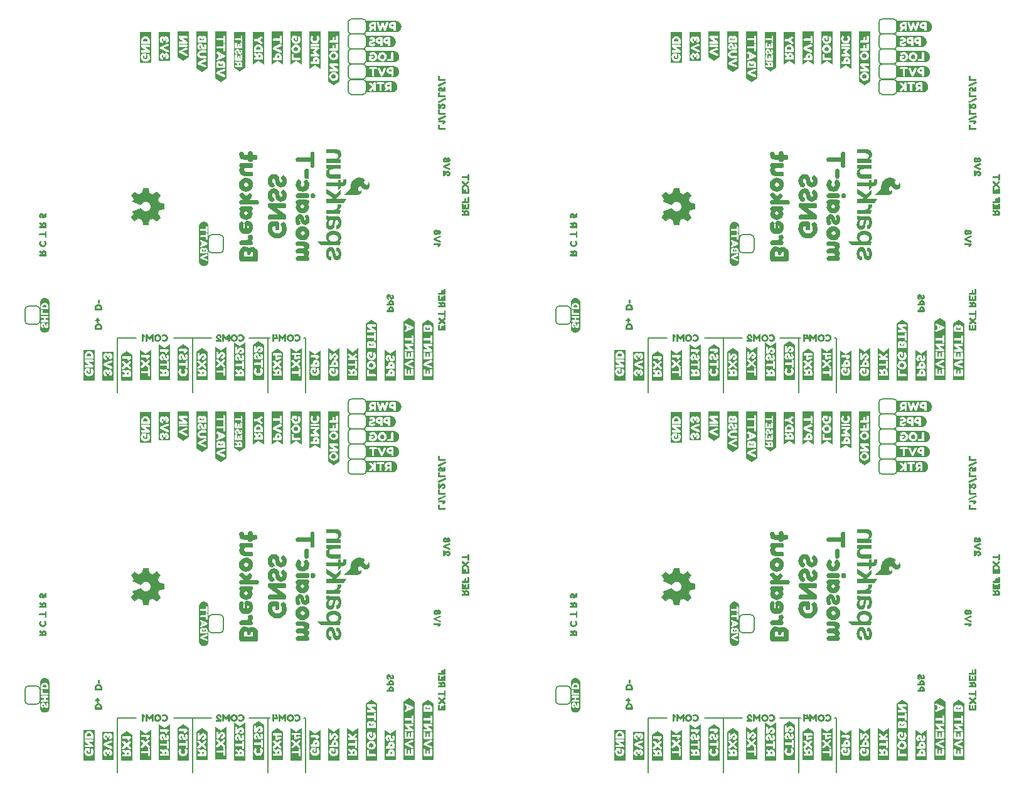
<source format=gbo>
%TF.GenerationSoftware,KiCad,Pcbnew,9.0.0*%
%TF.CreationDate,2025-03-13T12:49:34+00:00*%
%TF.ProjectId,SparkFun_GNSS_mosaic-T_panelized,53706172-6b46-4756-9e5f-474e53535f6d,v10*%
%TF.SameCoordinates,Original*%
%TF.FileFunction,Legend,Bot*%
%TF.FilePolarity,Positive*%
%FSLAX46Y46*%
G04 Gerber Fmt 4.6, Leading zero omitted, Abs format (unit mm)*
G04 Created by KiCad (PCBNEW 9.0.0) date 2025-03-13 12:49:34*
%MOMM*%
%LPD*%
G01*
G04 APERTURE LIST*
%ADD10C,0.203200*%
%ADD11C,0.000000*%
%ADD12C,0.152400*%
%ADD13C,0.036868*%
G04 APERTURE END LIST*
D10*
X21590000Y58920000D02*
X26670000Y58920000D01*
X103370000Y7620000D02*
X106164000Y7620000D01*
X95750000Y51554000D02*
X95750000Y58920000D01*
X39370000Y254000D02*
X39370000Y7620000D01*
X85590000Y58920000D02*
X88130000Y58920000D01*
X13970000Y51554000D02*
X13970000Y58920000D01*
X13970000Y58920000D02*
X16510000Y58920000D01*
X110990000Y7632160D02*
X110736000Y7632160D01*
X39370000Y58932160D02*
X39116000Y58932160D01*
X110990000Y58932160D02*
X110736000Y58932160D01*
X31750000Y7620000D02*
X34544000Y7620000D01*
X85590000Y254000D02*
X85590000Y7620000D01*
X13970000Y254000D02*
X13970000Y7620000D01*
X24130000Y254000D02*
X24130000Y7620000D01*
X93210000Y7620000D02*
X98290000Y7620000D01*
X34290000Y254000D02*
X34290000Y7620000D01*
X21590000Y7620000D02*
X26670000Y7620000D01*
X34290000Y51554000D02*
X34290000Y58920000D01*
X105910000Y51554000D02*
X105910000Y58920000D01*
X13970000Y7620000D02*
X16510000Y7620000D01*
X105910000Y254000D02*
X105910000Y7620000D01*
X31750000Y58920000D02*
X34544000Y58920000D01*
X110990000Y51554000D02*
X110990000Y58920000D01*
X39370000Y51554000D02*
X39370000Y58920000D01*
X85590000Y51554000D02*
X85590000Y58920000D01*
X39370000Y7632160D02*
X39116000Y7632160D01*
X24130000Y51554000D02*
X24130000Y58920000D01*
X103370000Y58920000D02*
X106164000Y58920000D01*
X95750000Y254000D02*
X95750000Y7620000D01*
X110990000Y254000D02*
X110990000Y7620000D01*
X85590000Y7620000D02*
X88130000Y7620000D01*
X93210000Y58920000D02*
X98290000Y58920000D01*
D11*
%TO.C,kibuzzard-67D04A72*%
G36*
X49472561Y47660193D02*
G01*
X49287153Y47660193D01*
X49202175Y47691094D01*
X49161831Y47785515D01*
X49198741Y47874785D01*
X49288870Y47910837D01*
X49472561Y47910837D01*
X49472561Y47660193D01*
G37*
G36*
X50494020Y47660193D02*
G01*
X50308612Y47660193D01*
X50223634Y47691094D01*
X50183290Y47785515D01*
X50220200Y47874785D01*
X50310329Y47910837D01*
X50494020Y47910837D01*
X50494020Y47660193D01*
G37*
G36*
X50883010Y48383277D02*
G01*
X50956974Y48372305D01*
X51029507Y48354137D01*
X51099910Y48328946D01*
X51167505Y48296976D01*
X51231640Y48258535D01*
X51291699Y48213992D01*
X51347103Y48163777D01*
X51397318Y48108373D01*
X51441861Y48048314D01*
X51480302Y47984179D01*
X51512272Y47916584D01*
X51537463Y47846181D01*
X51555631Y47773648D01*
X51566603Y47699684D01*
X51570272Y47625000D01*
X51566603Y47550316D01*
X51555631Y47476352D01*
X51537463Y47403819D01*
X51512272Y47333416D01*
X51480302Y47265821D01*
X51441861Y47201686D01*
X51397318Y47141627D01*
X51347103Y47086223D01*
X51291699Y47036008D01*
X51231640Y46991465D01*
X51167505Y46953024D01*
X51099910Y46921054D01*
X51029507Y46895863D01*
X50956974Y46877695D01*
X50883010Y46866723D01*
X50808326Y46863054D01*
X50808183Y46863054D01*
X50651960Y46863054D01*
X49630501Y46863054D01*
X48360114Y46863054D01*
X47918913Y46863054D01*
X47489728Y46863054D01*
X47489728Y47411266D01*
X47918913Y47411266D01*
X47926209Y47329292D01*
X47948097Y47255043D01*
X48022775Y47139163D01*
X48128355Y47062768D01*
X48245951Y47018991D01*
X48360114Y47006116D01*
X48456252Y47013841D01*
X48536938Y47032725D01*
X48603033Y47061052D01*
X48656252Y47093670D01*
X48697454Y47127146D01*
X48727496Y47157189D01*
X48746381Y47181223D01*
X48756681Y47193240D01*
X48799599Y47304828D01*
X48727496Y47414700D01*
X48656156Y47454375D01*
X48581764Y47442930D01*
X48504320Y47380365D01*
X48434793Y47317704D01*
X48366981Y47301395D01*
X48265694Y47326288D01*
X48234793Y47406116D01*
X48279428Y47459335D01*
X48414192Y47499678D01*
X48495951Y47521781D01*
X48560973Y47545172D01*
X48657110Y47600107D01*
X48725780Y47673927D01*
X48766981Y47766631D01*
X48769094Y47783798D01*
X48849385Y47783798D01*
X48860114Y47682296D01*
X48892303Y47590665D01*
X48941445Y47512768D01*
X49003033Y47452468D01*
X49072561Y47406974D01*
X49145522Y47373498D01*
X49218698Y47352897D01*
X49288870Y47346030D01*
X49472561Y47346030D01*
X49472561Y47181223D01*
X49475136Y47121996D01*
X49491445Y47075644D01*
X49539514Y47037017D01*
X49630501Y47025000D01*
X49719771Y47037017D01*
X49767840Y47076502D01*
X49784149Y47123712D01*
X49786724Y47182940D01*
X49786724Y47783798D01*
X49870844Y47783798D01*
X49881574Y47682296D01*
X49913763Y47590665D01*
X49962904Y47512768D01*
X50024492Y47452468D01*
X50094020Y47406974D01*
X50166981Y47373498D01*
X50240157Y47352897D01*
X50310329Y47346030D01*
X50494020Y47346030D01*
X50494020Y47181223D01*
X50496595Y47121996D01*
X50512904Y47075644D01*
X50560973Y47037017D01*
X50651960Y47025000D01*
X50741230Y47037017D01*
X50789299Y47076502D01*
X50805608Y47123712D01*
X50808183Y47182940D01*
X50808183Y48068777D01*
X50805608Y48126288D01*
X50789299Y48173498D01*
X50741230Y48212983D01*
X50650243Y48225000D01*
X50308612Y48225000D01*
X50238655Y48218133D01*
X50166123Y48197532D01*
X50094020Y48164056D01*
X50025351Y48118562D01*
X49964192Y48057833D01*
X49914621Y47978648D01*
X49881788Y47885730D01*
X49870844Y47783798D01*
X49786724Y47783798D01*
X49786724Y48068777D01*
X49784149Y48126288D01*
X49767840Y48173498D01*
X49719771Y48212983D01*
X49628784Y48225000D01*
X49287153Y48225000D01*
X49217196Y48218133D01*
X49144664Y48197532D01*
X49072561Y48164056D01*
X49003891Y48118562D01*
X48942732Y48057833D01*
X48893162Y47978648D01*
X48860329Y47885730D01*
X48849385Y47783798D01*
X48769094Y47783798D01*
X48780715Y47878219D01*
X48767935Y47977504D01*
X48729595Y48064771D01*
X48665694Y48140021D01*
X48582337Y48197723D01*
X48485627Y48232344D01*
X48375565Y48243884D01*
X48246047Y48232439D01*
X48136748Y48198104D01*
X48047668Y48140880D01*
X47985866Y48052468D01*
X48027067Y47946888D01*
X48128355Y47863627D01*
X48243376Y47895386D01*
X48263119Y47911695D01*
X48287153Y47931438D01*
X48320629Y47944313D01*
X48377282Y47950322D01*
X48440801Y47928863D01*
X48468269Y47876502D01*
X48438226Y47820708D01*
X48370415Y47790665D01*
X48265694Y47769206D01*
X48155823Y47742597D01*
X48058612Y47697961D01*
X47983290Y47632725D01*
X47935007Y47539592D01*
X47918913Y47411266D01*
X47489728Y47411266D01*
X47489728Y48386946D01*
X47918913Y48386946D01*
X50808183Y48386946D01*
X50808326Y48386946D01*
X50883010Y48383277D01*
G37*
G36*
X121092561Y98960193D02*
G01*
X120907153Y98960193D01*
X120822175Y98991094D01*
X120781831Y99085515D01*
X120818741Y99174785D01*
X120908870Y99210837D01*
X121092561Y99210837D01*
X121092561Y98960193D01*
G37*
G36*
X122114020Y98960193D02*
G01*
X121928612Y98960193D01*
X121843634Y98991094D01*
X121803290Y99085515D01*
X121840200Y99174785D01*
X121930329Y99210837D01*
X122114020Y99210837D01*
X122114020Y98960193D01*
G37*
G36*
X122503010Y99683277D02*
G01*
X122576974Y99672305D01*
X122649507Y99654137D01*
X122719910Y99628946D01*
X122787505Y99596976D01*
X122851640Y99558535D01*
X122911699Y99513992D01*
X122967103Y99463777D01*
X123017318Y99408373D01*
X123061861Y99348314D01*
X123100302Y99284179D01*
X123132272Y99216584D01*
X123157463Y99146181D01*
X123175631Y99073648D01*
X123186603Y98999684D01*
X123190272Y98925000D01*
X123186603Y98850316D01*
X123175631Y98776352D01*
X123157463Y98703819D01*
X123132272Y98633416D01*
X123100302Y98565821D01*
X123061861Y98501686D01*
X123017318Y98441627D01*
X122967103Y98386223D01*
X122911699Y98336008D01*
X122851640Y98291465D01*
X122787505Y98253024D01*
X122719910Y98221054D01*
X122649507Y98195863D01*
X122576974Y98177695D01*
X122503010Y98166723D01*
X122428326Y98163054D01*
X122428183Y98163054D01*
X122271960Y98163054D01*
X121250501Y98163054D01*
X119980114Y98163054D01*
X119538913Y98163054D01*
X119109728Y98163054D01*
X119109728Y98711266D01*
X119538913Y98711266D01*
X119546209Y98629292D01*
X119568097Y98555043D01*
X119642775Y98439163D01*
X119748355Y98362768D01*
X119865951Y98318991D01*
X119980114Y98306116D01*
X120076252Y98313841D01*
X120156938Y98332725D01*
X120223033Y98361052D01*
X120276252Y98393670D01*
X120317454Y98427146D01*
X120347496Y98457189D01*
X120366381Y98481223D01*
X120376681Y98493240D01*
X120419599Y98604828D01*
X120347496Y98714700D01*
X120276156Y98754375D01*
X120201764Y98742930D01*
X120124320Y98680365D01*
X120054793Y98617704D01*
X119986981Y98601395D01*
X119885694Y98626288D01*
X119854793Y98706116D01*
X119899428Y98759335D01*
X120034192Y98799678D01*
X120115951Y98821781D01*
X120180973Y98845172D01*
X120277110Y98900107D01*
X120345780Y98973927D01*
X120386981Y99066631D01*
X120389094Y99083798D01*
X120469385Y99083798D01*
X120480114Y98982296D01*
X120512303Y98890665D01*
X120561445Y98812768D01*
X120623033Y98752468D01*
X120692561Y98706974D01*
X120765522Y98673498D01*
X120838698Y98652897D01*
X120908870Y98646030D01*
X121092561Y98646030D01*
X121092561Y98481223D01*
X121095136Y98421996D01*
X121111445Y98375644D01*
X121159514Y98337017D01*
X121250501Y98325000D01*
X121339771Y98337017D01*
X121387840Y98376502D01*
X121404149Y98423712D01*
X121406724Y98482940D01*
X121406724Y99083798D01*
X121490844Y99083798D01*
X121501574Y98982296D01*
X121533763Y98890665D01*
X121582904Y98812768D01*
X121644492Y98752468D01*
X121714020Y98706974D01*
X121786981Y98673498D01*
X121860157Y98652897D01*
X121930329Y98646030D01*
X122114020Y98646030D01*
X122114020Y98481223D01*
X122116595Y98421996D01*
X122132904Y98375644D01*
X122180973Y98337017D01*
X122271960Y98325000D01*
X122361230Y98337017D01*
X122409299Y98376502D01*
X122425608Y98423712D01*
X122428183Y98482940D01*
X122428183Y99368777D01*
X122425608Y99426288D01*
X122409299Y99473498D01*
X122361230Y99512983D01*
X122270243Y99525000D01*
X121928612Y99525000D01*
X121858655Y99518133D01*
X121786123Y99497532D01*
X121714020Y99464056D01*
X121645351Y99418562D01*
X121584192Y99357833D01*
X121534621Y99278648D01*
X121501788Y99185730D01*
X121490844Y99083798D01*
X121406724Y99083798D01*
X121406724Y99368777D01*
X121404149Y99426288D01*
X121387840Y99473498D01*
X121339771Y99512983D01*
X121248784Y99525000D01*
X120907153Y99525000D01*
X120837196Y99518133D01*
X120764664Y99497532D01*
X120692561Y99464056D01*
X120623891Y99418562D01*
X120562732Y99357833D01*
X120513162Y99278648D01*
X120480329Y99185730D01*
X120469385Y99083798D01*
X120389094Y99083798D01*
X120400715Y99178219D01*
X120387935Y99277504D01*
X120349595Y99364771D01*
X120285694Y99440021D01*
X120202337Y99497723D01*
X120105627Y99532344D01*
X119995565Y99543884D01*
X119866047Y99532439D01*
X119756748Y99498104D01*
X119667668Y99440880D01*
X119605866Y99352468D01*
X119647067Y99246888D01*
X119748355Y99163627D01*
X119863376Y99195386D01*
X119883119Y99211695D01*
X119907153Y99231438D01*
X119940629Y99244313D01*
X119997282Y99250322D01*
X120060801Y99228863D01*
X120088269Y99176502D01*
X120058226Y99120708D01*
X119990415Y99090665D01*
X119885694Y99069206D01*
X119775823Y99042597D01*
X119678612Y98997961D01*
X119603290Y98932725D01*
X119555007Y98839592D01*
X119538913Y98711266D01*
X119109728Y98711266D01*
X119109728Y99686946D01*
X119538913Y99686946D01*
X122428183Y99686946D01*
X122428326Y99686946D01*
X122503010Y99683277D01*
G37*
G36*
X49472561Y98960193D02*
G01*
X49287153Y98960193D01*
X49202175Y98991094D01*
X49161831Y99085515D01*
X49198741Y99174785D01*
X49288870Y99210837D01*
X49472561Y99210837D01*
X49472561Y98960193D01*
G37*
G36*
X50494020Y98960193D02*
G01*
X50308612Y98960193D01*
X50223634Y98991094D01*
X50183290Y99085515D01*
X50220200Y99174785D01*
X50310329Y99210837D01*
X50494020Y99210837D01*
X50494020Y98960193D01*
G37*
G36*
X50883010Y99683277D02*
G01*
X50956974Y99672305D01*
X51029507Y99654137D01*
X51099910Y99628946D01*
X51167505Y99596976D01*
X51231640Y99558535D01*
X51291699Y99513992D01*
X51347103Y99463777D01*
X51397318Y99408373D01*
X51441861Y99348314D01*
X51480302Y99284179D01*
X51512272Y99216584D01*
X51537463Y99146181D01*
X51555631Y99073648D01*
X51566603Y98999684D01*
X51570272Y98925000D01*
X51566603Y98850316D01*
X51555631Y98776352D01*
X51537463Y98703819D01*
X51512272Y98633416D01*
X51480302Y98565821D01*
X51441861Y98501686D01*
X51397318Y98441627D01*
X51347103Y98386223D01*
X51291699Y98336008D01*
X51231640Y98291465D01*
X51167505Y98253024D01*
X51099910Y98221054D01*
X51029507Y98195863D01*
X50956974Y98177695D01*
X50883010Y98166723D01*
X50808326Y98163054D01*
X50808183Y98163054D01*
X50651960Y98163054D01*
X49630501Y98163054D01*
X48360114Y98163054D01*
X47918913Y98163054D01*
X47489728Y98163054D01*
X47489728Y98711266D01*
X47918913Y98711266D01*
X47926209Y98629292D01*
X47948097Y98555043D01*
X48022775Y98439163D01*
X48128355Y98362768D01*
X48245951Y98318991D01*
X48360114Y98306116D01*
X48456252Y98313841D01*
X48536938Y98332725D01*
X48603033Y98361052D01*
X48656252Y98393670D01*
X48697454Y98427146D01*
X48727496Y98457189D01*
X48746381Y98481223D01*
X48756681Y98493240D01*
X48799599Y98604828D01*
X48727496Y98714700D01*
X48656156Y98754375D01*
X48581764Y98742930D01*
X48504320Y98680365D01*
X48434793Y98617704D01*
X48366981Y98601395D01*
X48265694Y98626288D01*
X48234793Y98706116D01*
X48279428Y98759335D01*
X48414192Y98799678D01*
X48495951Y98821781D01*
X48560973Y98845172D01*
X48657110Y98900107D01*
X48725780Y98973927D01*
X48766981Y99066631D01*
X48769094Y99083798D01*
X48849385Y99083798D01*
X48860114Y98982296D01*
X48892303Y98890665D01*
X48941445Y98812768D01*
X49003033Y98752468D01*
X49072561Y98706974D01*
X49145522Y98673498D01*
X49218698Y98652897D01*
X49288870Y98646030D01*
X49472561Y98646030D01*
X49472561Y98481223D01*
X49475136Y98421996D01*
X49491445Y98375644D01*
X49539514Y98337017D01*
X49630501Y98325000D01*
X49719771Y98337017D01*
X49767840Y98376502D01*
X49784149Y98423712D01*
X49786724Y98482940D01*
X49786724Y99083798D01*
X49870844Y99083798D01*
X49881574Y98982296D01*
X49913763Y98890665D01*
X49962904Y98812768D01*
X50024492Y98752468D01*
X50094020Y98706974D01*
X50166981Y98673498D01*
X50240157Y98652897D01*
X50310329Y98646030D01*
X50494020Y98646030D01*
X50494020Y98481223D01*
X50496595Y98421996D01*
X50512904Y98375644D01*
X50560973Y98337017D01*
X50651960Y98325000D01*
X50741230Y98337017D01*
X50789299Y98376502D01*
X50805608Y98423712D01*
X50808183Y98482940D01*
X50808183Y99368777D01*
X50805608Y99426288D01*
X50789299Y99473498D01*
X50741230Y99512983D01*
X50650243Y99525000D01*
X50308612Y99525000D01*
X50238655Y99518133D01*
X50166123Y99497532D01*
X50094020Y99464056D01*
X50025351Y99418562D01*
X49964192Y99357833D01*
X49914621Y99278648D01*
X49881788Y99185730D01*
X49870844Y99083798D01*
X49786724Y99083798D01*
X49786724Y99368777D01*
X49784149Y99426288D01*
X49767840Y99473498D01*
X49719771Y99512983D01*
X49628784Y99525000D01*
X49287153Y99525000D01*
X49217196Y99518133D01*
X49144664Y99497532D01*
X49072561Y99464056D01*
X49003891Y99418562D01*
X48942732Y99357833D01*
X48893162Y99278648D01*
X48860329Y99185730D01*
X48849385Y99083798D01*
X48769094Y99083798D01*
X48780715Y99178219D01*
X48767935Y99277504D01*
X48729595Y99364771D01*
X48665694Y99440021D01*
X48582337Y99497723D01*
X48485627Y99532344D01*
X48375565Y99543884D01*
X48246047Y99532439D01*
X48136748Y99498104D01*
X48047668Y99440880D01*
X47985866Y99352468D01*
X48027067Y99246888D01*
X48128355Y99163627D01*
X48243376Y99195386D01*
X48263119Y99211695D01*
X48287153Y99231438D01*
X48320629Y99244313D01*
X48377282Y99250322D01*
X48440801Y99228863D01*
X48468269Y99176502D01*
X48438226Y99120708D01*
X48370415Y99090665D01*
X48265694Y99069206D01*
X48155823Y99042597D01*
X48058612Y98997961D01*
X47983290Y98932725D01*
X47935007Y98839592D01*
X47918913Y98711266D01*
X47489728Y98711266D01*
X47489728Y99686946D01*
X47918913Y99686946D01*
X50808183Y99686946D01*
X50808326Y99686946D01*
X50883010Y99683277D01*
G37*
G36*
X121092561Y47660193D02*
G01*
X120907153Y47660193D01*
X120822175Y47691094D01*
X120781831Y47785515D01*
X120818741Y47874785D01*
X120908870Y47910837D01*
X121092561Y47910837D01*
X121092561Y47660193D01*
G37*
G36*
X122114020Y47660193D02*
G01*
X121928612Y47660193D01*
X121843634Y47691094D01*
X121803290Y47785515D01*
X121840200Y47874785D01*
X121930329Y47910837D01*
X122114020Y47910837D01*
X122114020Y47660193D01*
G37*
G36*
X122503010Y48383277D02*
G01*
X122576974Y48372305D01*
X122649507Y48354137D01*
X122719910Y48328946D01*
X122787505Y48296976D01*
X122851640Y48258535D01*
X122911699Y48213992D01*
X122967103Y48163777D01*
X123017318Y48108373D01*
X123061861Y48048314D01*
X123100302Y47984179D01*
X123132272Y47916584D01*
X123157463Y47846181D01*
X123175631Y47773648D01*
X123186603Y47699684D01*
X123190272Y47625000D01*
X123186603Y47550316D01*
X123175631Y47476352D01*
X123157463Y47403819D01*
X123132272Y47333416D01*
X123100302Y47265821D01*
X123061861Y47201686D01*
X123017318Y47141627D01*
X122967103Y47086223D01*
X122911699Y47036008D01*
X122851640Y46991465D01*
X122787505Y46953024D01*
X122719910Y46921054D01*
X122649507Y46895863D01*
X122576974Y46877695D01*
X122503010Y46866723D01*
X122428326Y46863054D01*
X122428183Y46863054D01*
X122271960Y46863054D01*
X121250501Y46863054D01*
X119980114Y46863054D01*
X119538913Y46863054D01*
X119109728Y46863054D01*
X119109728Y47411266D01*
X119538913Y47411266D01*
X119546209Y47329292D01*
X119568097Y47255043D01*
X119642775Y47139163D01*
X119748355Y47062768D01*
X119865951Y47018991D01*
X119980114Y47006116D01*
X120076252Y47013841D01*
X120156938Y47032725D01*
X120223033Y47061052D01*
X120276252Y47093670D01*
X120317454Y47127146D01*
X120347496Y47157189D01*
X120366381Y47181223D01*
X120376681Y47193240D01*
X120419599Y47304828D01*
X120347496Y47414700D01*
X120276156Y47454375D01*
X120201764Y47442930D01*
X120124320Y47380365D01*
X120054793Y47317704D01*
X119986981Y47301395D01*
X119885694Y47326288D01*
X119854793Y47406116D01*
X119899428Y47459335D01*
X120034192Y47499678D01*
X120115951Y47521781D01*
X120180973Y47545172D01*
X120277110Y47600107D01*
X120345780Y47673927D01*
X120386981Y47766631D01*
X120389094Y47783798D01*
X120469385Y47783798D01*
X120480114Y47682296D01*
X120512303Y47590665D01*
X120561445Y47512768D01*
X120623033Y47452468D01*
X120692561Y47406974D01*
X120765522Y47373498D01*
X120838698Y47352897D01*
X120908870Y47346030D01*
X121092561Y47346030D01*
X121092561Y47181223D01*
X121095136Y47121996D01*
X121111445Y47075644D01*
X121159514Y47037017D01*
X121250501Y47025000D01*
X121339771Y47037017D01*
X121387840Y47076502D01*
X121404149Y47123712D01*
X121406724Y47182940D01*
X121406724Y47783798D01*
X121490844Y47783798D01*
X121501574Y47682296D01*
X121533763Y47590665D01*
X121582904Y47512768D01*
X121644492Y47452468D01*
X121714020Y47406974D01*
X121786981Y47373498D01*
X121860157Y47352897D01*
X121930329Y47346030D01*
X122114020Y47346030D01*
X122114020Y47181223D01*
X122116595Y47121996D01*
X122132904Y47075644D01*
X122180973Y47037017D01*
X122271960Y47025000D01*
X122361230Y47037017D01*
X122409299Y47076502D01*
X122425608Y47123712D01*
X122428183Y47182940D01*
X122428183Y48068777D01*
X122425608Y48126288D01*
X122409299Y48173498D01*
X122361230Y48212983D01*
X122270243Y48225000D01*
X121928612Y48225000D01*
X121858655Y48218133D01*
X121786123Y48197532D01*
X121714020Y48164056D01*
X121645351Y48118562D01*
X121584192Y48057833D01*
X121534621Y47978648D01*
X121501788Y47885730D01*
X121490844Y47783798D01*
X121406724Y47783798D01*
X121406724Y48068777D01*
X121404149Y48126288D01*
X121387840Y48173498D01*
X121339771Y48212983D01*
X121248784Y48225000D01*
X120907153Y48225000D01*
X120837196Y48218133D01*
X120764664Y48197532D01*
X120692561Y48164056D01*
X120623891Y48118562D01*
X120562732Y48057833D01*
X120513162Y47978648D01*
X120480329Y47885730D01*
X120469385Y47783798D01*
X120389094Y47783798D01*
X120400715Y47878219D01*
X120387935Y47977504D01*
X120349595Y48064771D01*
X120285694Y48140021D01*
X120202337Y48197723D01*
X120105627Y48232344D01*
X119995565Y48243884D01*
X119866047Y48232439D01*
X119756748Y48198104D01*
X119667668Y48140880D01*
X119605866Y48052468D01*
X119647067Y47946888D01*
X119748355Y47863627D01*
X119863376Y47895386D01*
X119883119Y47911695D01*
X119907153Y47931438D01*
X119940629Y47944313D01*
X119997282Y47950322D01*
X120060801Y47928863D01*
X120088269Y47876502D01*
X120058226Y47820708D01*
X119990415Y47790665D01*
X119885694Y47769206D01*
X119775823Y47742597D01*
X119678612Y47697961D01*
X119603290Y47632725D01*
X119555007Y47539592D01*
X119538913Y47411266D01*
X119109728Y47411266D01*
X119109728Y48386946D01*
X119538913Y48386946D01*
X122428183Y48386946D01*
X122428326Y48386946D01*
X122503010Y48383277D01*
G37*
%TO.C,kibuzzard-67D04B0C*%
G36*
X58904263Y31151024D02*
G01*
X58925007Y31045159D01*
X58844177Y30977920D01*
X58287668Y30751883D01*
X58844177Y30525845D01*
X58925722Y30460037D01*
X58904263Y30352741D01*
X58836309Y30272627D01*
X58736881Y30286933D01*
X57991531Y30625989D01*
X57937883Y30674629D01*
X57920000Y30754744D01*
X57939313Y30828421D01*
X57991531Y30877777D01*
X58736881Y31216833D01*
X58835594Y31233285D01*
X58904263Y31151024D01*
G37*
G36*
X58121717Y30211110D02*
G01*
X58161774Y30178921D01*
X58176080Y30140295D01*
X58178941Y30090938D01*
X58178941Y29912112D01*
X58229728Y29997948D01*
X58304835Y30085216D01*
X58355622Y30126525D01*
X58416423Y30158893D01*
X58484378Y30179815D01*
X58556624Y30186790D01*
X58656290Y30174709D01*
X58745465Y30138467D01*
X58824149Y30078063D01*
X58885347Y30000333D01*
X58922066Y29912112D01*
X58934306Y29813399D01*
X58921590Y29709759D01*
X58883440Y29620107D01*
X58819857Y29544443D01*
X58740537Y29487219D01*
X58655177Y29452884D01*
X58563777Y29441439D01*
X58514421Y29443585D01*
X58475079Y29457176D01*
X58442175Y29497233D01*
X58432160Y29571625D01*
X58441459Y29647448D01*
X58471502Y29687505D01*
X58507983Y29701096D01*
X58553763Y29703242D01*
X58642818Y29731139D01*
X58672504Y29814830D01*
X58653190Y29887076D01*
X58615994Y29918549D01*
X58578083Y29923557D01*
X58523004Y29910860D01*
X58469356Y29872770D01*
X58420715Y29818227D01*
X58380658Y29756175D01*
X58340422Y29687147D01*
X58291245Y29611682D01*
X58238491Y29542655D01*
X58187525Y29492941D01*
X58121359Y29454315D01*
X58048755Y29441439D01*
X57955050Y29480066D01*
X57915708Y29571625D01*
X57915708Y30088077D01*
X57918569Y30137433D01*
X57932876Y30178206D01*
X57972217Y30211110D01*
X58045894Y30221124D01*
X58121717Y30211110D01*
G37*
G36*
X58318188Y32015434D02*
G01*
X58387811Y31982053D01*
X58453619Y31926418D01*
X58455050Y31927848D01*
X58456481Y31926418D01*
X58538026Y31980066D01*
X58619571Y31997948D01*
X58704613Y31987139D01*
X58780436Y31954712D01*
X58847039Y31900667D01*
X58898700Y31831043D01*
X58929696Y31751883D01*
X58940029Y31663185D01*
X58929855Y31573374D01*
X58899336Y31492782D01*
X58848469Y31421411D01*
X58782979Y31365776D01*
X58708587Y31332395D01*
X58625293Y31321268D01*
X58533019Y31339508D01*
X58456481Y31394229D01*
X58455050Y31392798D01*
X58453619Y31394229D01*
X58389719Y31337799D01*
X58320095Y31303941D01*
X58244750Y31292655D01*
X58151919Y31304498D01*
X58069897Y31340024D01*
X57998684Y31399236D01*
X57997149Y31401382D01*
X58447897Y31401382D01*
X58453619Y31394229D01*
X58455050Y31395660D01*
X58456481Y31394229D01*
X58465064Y31405674D01*
X58465064Y31407104D01*
X58455050Y31395660D01*
X58449328Y31401382D01*
X58447897Y31401382D01*
X57997149Y31401382D01*
X57943844Y31475933D01*
X57910939Y31563916D01*
X57900129Y31661754D01*
X58150329Y31661754D01*
X58173934Y31583070D01*
X58239027Y31554458D01*
X58301974Y31581639D01*
X58324864Y31658893D01*
X58324050Y31661754D01*
X58566638Y31661754D01*
X58582375Y31605960D01*
X58626724Y31585931D01*
X58671788Y31604529D01*
X58686810Y31660323D01*
X58671073Y31716117D01*
X58626724Y31736146D01*
X58581660Y31717548D01*
X58566638Y31661754D01*
X58324050Y31661754D01*
X58302690Y31736861D01*
X58239027Y31764758D01*
X58173934Y31737577D01*
X58150329Y31661754D01*
X57900129Y31661754D01*
X57899971Y31663185D01*
X57910542Y31752042D01*
X57942254Y31835494D01*
X57995107Y31913542D01*
X58007870Y31924987D01*
X58455050Y31924987D01*
X58460773Y31917834D01*
X58460773Y31920695D01*
X58456481Y31926418D01*
X58455050Y31924987D01*
X58007870Y31924987D01*
X58065128Y31976330D01*
X58148342Y32014003D01*
X58244750Y32026561D01*
X58318188Y32015434D01*
G37*
G36*
X130524263Y82451024D02*
G01*
X130545007Y82345159D01*
X130464177Y82277920D01*
X129907668Y82051883D01*
X130464177Y81825845D01*
X130545722Y81760037D01*
X130524263Y81652741D01*
X130456309Y81572627D01*
X130356881Y81586933D01*
X129611531Y81925989D01*
X129557883Y81974629D01*
X129540000Y82054744D01*
X129559313Y82128421D01*
X129611531Y82177777D01*
X130356881Y82516833D01*
X130455594Y82533285D01*
X130524263Y82451024D01*
G37*
G36*
X129741717Y81511110D02*
G01*
X129781774Y81478921D01*
X129796080Y81440295D01*
X129798941Y81390938D01*
X129798941Y81212112D01*
X129849728Y81297948D01*
X129924835Y81385216D01*
X129975622Y81426525D01*
X130036423Y81458893D01*
X130104378Y81479815D01*
X130176624Y81486790D01*
X130276290Y81474709D01*
X130365465Y81438467D01*
X130444149Y81378063D01*
X130505347Y81300333D01*
X130542066Y81212112D01*
X130554306Y81113399D01*
X130541590Y81009759D01*
X130503440Y80920107D01*
X130439857Y80844443D01*
X130360537Y80787219D01*
X130275177Y80752884D01*
X130183777Y80741439D01*
X130134421Y80743585D01*
X130095079Y80757176D01*
X130062175Y80797233D01*
X130052160Y80871625D01*
X130061459Y80947448D01*
X130091502Y80987505D01*
X130127983Y81001096D01*
X130173763Y81003242D01*
X130262818Y81031139D01*
X130292504Y81114830D01*
X130273190Y81187076D01*
X130235994Y81218549D01*
X130198083Y81223557D01*
X130143004Y81210860D01*
X130089356Y81172770D01*
X130040715Y81118227D01*
X130000658Y81056175D01*
X129960422Y80987147D01*
X129911245Y80911682D01*
X129858491Y80842655D01*
X129807525Y80792941D01*
X129741359Y80754315D01*
X129668755Y80741439D01*
X129575050Y80780066D01*
X129535708Y80871625D01*
X129535708Y81388077D01*
X129538569Y81437433D01*
X129552876Y81478206D01*
X129592217Y81511110D01*
X129665894Y81521124D01*
X129741717Y81511110D01*
G37*
G36*
X129938188Y83315434D02*
G01*
X130007811Y83282053D01*
X130073619Y83226418D01*
X130075050Y83227848D01*
X130076481Y83226418D01*
X130158026Y83280066D01*
X130239571Y83297948D01*
X130324613Y83287139D01*
X130400436Y83254712D01*
X130467039Y83200667D01*
X130518700Y83131043D01*
X130549696Y83051883D01*
X130560029Y82963185D01*
X130549855Y82873374D01*
X130519336Y82792782D01*
X130468469Y82721411D01*
X130402979Y82665776D01*
X130328587Y82632395D01*
X130245293Y82621268D01*
X130153019Y82639508D01*
X130076481Y82694229D01*
X130075050Y82692798D01*
X130073619Y82694229D01*
X130009719Y82637799D01*
X129940095Y82603941D01*
X129864750Y82592655D01*
X129771919Y82604498D01*
X129689897Y82640024D01*
X129618684Y82699236D01*
X129617149Y82701382D01*
X130067897Y82701382D01*
X130073619Y82694229D01*
X130075050Y82695660D01*
X130076481Y82694229D01*
X130085064Y82705674D01*
X130085064Y82707104D01*
X130075050Y82695660D01*
X130069328Y82701382D01*
X130067897Y82701382D01*
X129617149Y82701382D01*
X129563844Y82775933D01*
X129530939Y82863916D01*
X129520129Y82961754D01*
X129770329Y82961754D01*
X129793934Y82883070D01*
X129859027Y82854458D01*
X129921974Y82881639D01*
X129944864Y82958893D01*
X129944050Y82961754D01*
X130186638Y82961754D01*
X130202375Y82905960D01*
X130246724Y82885931D01*
X130291788Y82904529D01*
X130306810Y82960323D01*
X130291073Y83016117D01*
X130246724Y83036146D01*
X130201660Y83017548D01*
X130186638Y82961754D01*
X129944050Y82961754D01*
X129922690Y83036861D01*
X129859027Y83064758D01*
X129793934Y83037577D01*
X129770329Y82961754D01*
X129520129Y82961754D01*
X129519971Y82963185D01*
X129530542Y83052042D01*
X129562254Y83135494D01*
X129615107Y83213542D01*
X129627870Y83224987D01*
X130075050Y83224987D01*
X130080773Y83217834D01*
X130080773Y83220695D01*
X130076481Y83226418D01*
X130075050Y83224987D01*
X129627870Y83224987D01*
X129685128Y83276330D01*
X129768342Y83314003D01*
X129864750Y83326561D01*
X129938188Y83315434D01*
G37*
G36*
X58904263Y82451024D02*
G01*
X58925007Y82345159D01*
X58844177Y82277920D01*
X58287668Y82051883D01*
X58844177Y81825845D01*
X58925722Y81760037D01*
X58904263Y81652741D01*
X58836309Y81572627D01*
X58736881Y81586933D01*
X57991531Y81925989D01*
X57937883Y81974629D01*
X57920000Y82054744D01*
X57939313Y82128421D01*
X57991531Y82177777D01*
X58736881Y82516833D01*
X58835594Y82533285D01*
X58904263Y82451024D01*
G37*
G36*
X58121717Y81511110D02*
G01*
X58161774Y81478921D01*
X58176080Y81440295D01*
X58178941Y81390938D01*
X58178941Y81212112D01*
X58229728Y81297948D01*
X58304835Y81385216D01*
X58355622Y81426525D01*
X58416423Y81458893D01*
X58484378Y81479815D01*
X58556624Y81486790D01*
X58656290Y81474709D01*
X58745465Y81438467D01*
X58824149Y81378063D01*
X58885347Y81300333D01*
X58922066Y81212112D01*
X58934306Y81113399D01*
X58921590Y81009759D01*
X58883440Y80920107D01*
X58819857Y80844443D01*
X58740537Y80787219D01*
X58655177Y80752884D01*
X58563777Y80741439D01*
X58514421Y80743585D01*
X58475079Y80757176D01*
X58442175Y80797233D01*
X58432160Y80871625D01*
X58441459Y80947448D01*
X58471502Y80987505D01*
X58507983Y81001096D01*
X58553763Y81003242D01*
X58642818Y81031139D01*
X58672504Y81114830D01*
X58653190Y81187076D01*
X58615994Y81218549D01*
X58578083Y81223557D01*
X58523004Y81210860D01*
X58469356Y81172770D01*
X58420715Y81118227D01*
X58380658Y81056175D01*
X58340422Y80987147D01*
X58291245Y80911682D01*
X58238491Y80842655D01*
X58187525Y80792941D01*
X58121359Y80754315D01*
X58048755Y80741439D01*
X57955050Y80780066D01*
X57915708Y80871625D01*
X57915708Y81388077D01*
X57918569Y81437433D01*
X57932876Y81478206D01*
X57972217Y81511110D01*
X58045894Y81521124D01*
X58121717Y81511110D01*
G37*
G36*
X58318188Y83315434D02*
G01*
X58387811Y83282053D01*
X58453619Y83226418D01*
X58455050Y83227848D01*
X58456481Y83226418D01*
X58538026Y83280066D01*
X58619571Y83297948D01*
X58704613Y83287139D01*
X58780436Y83254712D01*
X58847039Y83200667D01*
X58898700Y83131043D01*
X58929696Y83051883D01*
X58940029Y82963185D01*
X58929855Y82873374D01*
X58899336Y82792782D01*
X58848469Y82721411D01*
X58782979Y82665776D01*
X58708587Y82632395D01*
X58625293Y82621268D01*
X58533019Y82639508D01*
X58456481Y82694229D01*
X58455050Y82692798D01*
X58453619Y82694229D01*
X58389719Y82637799D01*
X58320095Y82603941D01*
X58244750Y82592655D01*
X58151919Y82604498D01*
X58069897Y82640024D01*
X57998684Y82699236D01*
X57997149Y82701382D01*
X58447897Y82701382D01*
X58453619Y82694229D01*
X58455050Y82695660D01*
X58456481Y82694229D01*
X58465064Y82705674D01*
X58465064Y82707104D01*
X58455050Y82695660D01*
X58449328Y82701382D01*
X58447897Y82701382D01*
X57997149Y82701382D01*
X57943844Y82775933D01*
X57910939Y82863916D01*
X57900129Y82961754D01*
X58150329Y82961754D01*
X58173934Y82883070D01*
X58239027Y82854458D01*
X58301974Y82881639D01*
X58324864Y82958893D01*
X58324050Y82961754D01*
X58566638Y82961754D01*
X58582375Y82905960D01*
X58626724Y82885931D01*
X58671788Y82904529D01*
X58686810Y82960323D01*
X58671073Y83016117D01*
X58626724Y83036146D01*
X58581660Y83017548D01*
X58566638Y82961754D01*
X58324050Y82961754D01*
X58302690Y83036861D01*
X58239027Y83064758D01*
X58173934Y83037577D01*
X58150329Y82961754D01*
X57900129Y82961754D01*
X57899971Y82963185D01*
X57910542Y83052042D01*
X57942254Y83135494D01*
X57995107Y83213542D01*
X58007870Y83224987D01*
X58455050Y83224987D01*
X58460773Y83217834D01*
X58460773Y83220695D01*
X58456481Y83226418D01*
X58455050Y83224987D01*
X58007870Y83224987D01*
X58065128Y83276330D01*
X58148342Y83314003D01*
X58244750Y83326561D01*
X58318188Y83315434D01*
G37*
G36*
X130524263Y31151024D02*
G01*
X130545007Y31045159D01*
X130464177Y30977920D01*
X129907668Y30751883D01*
X130464177Y30525845D01*
X130545722Y30460037D01*
X130524263Y30352741D01*
X130456309Y30272627D01*
X130356881Y30286933D01*
X129611531Y30625989D01*
X129557883Y30674629D01*
X129540000Y30754744D01*
X129559313Y30828421D01*
X129611531Y30877777D01*
X130356881Y31216833D01*
X130455594Y31233285D01*
X130524263Y31151024D01*
G37*
G36*
X129741717Y30211110D02*
G01*
X129781774Y30178921D01*
X129796080Y30140295D01*
X129798941Y30090938D01*
X129798941Y29912112D01*
X129849728Y29997948D01*
X129924835Y30085216D01*
X129975622Y30126525D01*
X130036423Y30158893D01*
X130104378Y30179815D01*
X130176624Y30186790D01*
X130276290Y30174709D01*
X130365465Y30138467D01*
X130444149Y30078063D01*
X130505347Y30000333D01*
X130542066Y29912112D01*
X130554306Y29813399D01*
X130541590Y29709759D01*
X130503440Y29620107D01*
X130439857Y29544443D01*
X130360537Y29487219D01*
X130275177Y29452884D01*
X130183777Y29441439D01*
X130134421Y29443585D01*
X130095079Y29457176D01*
X130062175Y29497233D01*
X130052160Y29571625D01*
X130061459Y29647448D01*
X130091502Y29687505D01*
X130127983Y29701096D01*
X130173763Y29703242D01*
X130262818Y29731139D01*
X130292504Y29814830D01*
X130273190Y29887076D01*
X130235994Y29918549D01*
X130198083Y29923557D01*
X130143004Y29910860D01*
X130089356Y29872770D01*
X130040715Y29818227D01*
X130000658Y29756175D01*
X129960422Y29687147D01*
X129911245Y29611682D01*
X129858491Y29542655D01*
X129807525Y29492941D01*
X129741359Y29454315D01*
X129668755Y29441439D01*
X129575050Y29480066D01*
X129535708Y29571625D01*
X129535708Y30088077D01*
X129538569Y30137433D01*
X129552876Y30178206D01*
X129592217Y30211110D01*
X129665894Y30221124D01*
X129741717Y30211110D01*
G37*
G36*
X129938188Y32015434D02*
G01*
X130007811Y31982053D01*
X130073619Y31926418D01*
X130075050Y31927848D01*
X130076481Y31926418D01*
X130158026Y31980066D01*
X130239571Y31997948D01*
X130324613Y31987139D01*
X130400436Y31954712D01*
X130467039Y31900667D01*
X130518700Y31831043D01*
X130549696Y31751883D01*
X130560029Y31663185D01*
X130549855Y31573374D01*
X130519336Y31492782D01*
X130468469Y31421411D01*
X130402979Y31365776D01*
X130328587Y31332395D01*
X130245293Y31321268D01*
X130153019Y31339508D01*
X130076481Y31394229D01*
X130075050Y31392798D01*
X130073619Y31394229D01*
X130009719Y31337799D01*
X129940095Y31303941D01*
X129864750Y31292655D01*
X129771919Y31304498D01*
X129689897Y31340024D01*
X129618684Y31399236D01*
X129617149Y31401382D01*
X130067897Y31401382D01*
X130073619Y31394229D01*
X130075050Y31395660D01*
X130076481Y31394229D01*
X130085064Y31405674D01*
X130085064Y31407104D01*
X130075050Y31395660D01*
X130069328Y31401382D01*
X130067897Y31401382D01*
X129617149Y31401382D01*
X129563844Y31475933D01*
X129530939Y31563916D01*
X129520129Y31661754D01*
X129770329Y31661754D01*
X129793934Y31583070D01*
X129859027Y31554458D01*
X129921974Y31581639D01*
X129944864Y31658893D01*
X129944050Y31661754D01*
X130186638Y31661754D01*
X130202375Y31605960D01*
X130246724Y31585931D01*
X130291788Y31604529D01*
X130306810Y31660323D01*
X130291073Y31716117D01*
X130246724Y31736146D01*
X130201660Y31717548D01*
X130186638Y31661754D01*
X129944050Y31661754D01*
X129922690Y31736861D01*
X129859027Y31764758D01*
X129793934Y31737577D01*
X129770329Y31661754D01*
X129520129Y31661754D01*
X129519971Y31663185D01*
X129530542Y31752042D01*
X129562254Y31835494D01*
X129615107Y31913542D01*
X129627870Y31924987D01*
X130075050Y31924987D01*
X130080773Y31917834D01*
X130080773Y31920695D01*
X130076481Y31926418D01*
X130075050Y31924987D01*
X129627870Y31924987D01*
X129685128Y31976330D01*
X129768342Y32014003D01*
X129864750Y32026561D01*
X129938188Y32015434D01*
G37*
%TO.C,kibuzzard-67D04D30*%
G36*
X23615937Y48392194D02*
G01*
X23615937Y45662580D01*
X23615937Y45519518D01*
X22860000Y45015560D01*
X22104063Y45519518D01*
X22104063Y45662580D01*
X22104063Y46258288D01*
X22248841Y46258288D01*
X22270300Y46162151D01*
X22334678Y46103782D01*
X23229099Y45696915D01*
X23348412Y45679747D01*
X23429957Y45775885D01*
X23455708Y45904640D01*
X23357854Y45983610D01*
X22690043Y46254855D01*
X23357854Y46526099D01*
X23454850Y46606786D01*
X23429957Y46733825D01*
X23347554Y46832537D01*
X23229099Y46812794D01*
X22334678Y46405928D01*
X22272017Y46346700D01*
X22248841Y46258288D01*
X22104063Y46258288D01*
X22104063Y47084039D01*
X22247124Y47084039D01*
X22259142Y46994769D01*
X22298627Y46946700D01*
X22345837Y46930391D01*
X22405064Y46927816D01*
X23292618Y46927816D01*
X23350129Y46930391D01*
X23397339Y46946700D01*
X23436824Y46994769D01*
X23448841Y47085756D01*
X23436824Y47175026D01*
X23397339Y47223095D01*
X23350129Y47239404D01*
X23290901Y47241979D01*
X22403348Y47241979D01*
X22344120Y47239404D01*
X22297768Y47223095D01*
X22259142Y47175026D01*
X22247124Y47084039D01*
X22104063Y47084039D01*
X22104063Y47492623D01*
X22104063Y48234254D01*
X22247124Y48234254D01*
X22256567Y48145842D01*
X22293476Y48095198D01*
X22880601Y47650563D01*
X22403348Y47650563D01*
X22344120Y47647988D01*
X22297768Y47631679D01*
X22259142Y47583610D01*
X22247124Y47492623D01*
X22259142Y47404211D01*
X22297768Y47357859D01*
X22344979Y47341550D01*
X22405064Y47338116D01*
X23296052Y47338116D01*
X23353562Y47341550D01*
X23399056Y47358717D01*
X23435966Y47405928D01*
X23447124Y47496056D01*
X23436824Y47574168D01*
X23415365Y47617945D01*
X23380172Y47648846D01*
X22803348Y48078031D01*
X23296052Y48078031D01*
X23352704Y48081464D01*
X23398197Y48098631D01*
X23435107Y48146700D01*
X23447124Y48235970D01*
X23435107Y48325241D01*
X23395622Y48373309D01*
X23348412Y48389619D01*
X23289185Y48392194D01*
X22403348Y48392194D01*
X22344120Y48389619D01*
X22297768Y48373309D01*
X22259142Y48325241D01*
X22247124Y48234254D01*
X22104063Y48234254D01*
X22104063Y48392194D01*
X22104063Y48964440D01*
X23615937Y48964440D01*
X23615937Y48392194D01*
G37*
G36*
X95235937Y48392194D02*
G01*
X95235937Y45662580D01*
X95235937Y45519518D01*
X94480000Y45015560D01*
X93724063Y45519518D01*
X93724063Y45662580D01*
X93724063Y46258288D01*
X93868841Y46258288D01*
X93890300Y46162151D01*
X93954678Y46103782D01*
X94849099Y45696915D01*
X94968412Y45679747D01*
X95049957Y45775885D01*
X95075708Y45904640D01*
X94977854Y45983610D01*
X94310043Y46254855D01*
X94977854Y46526099D01*
X95074850Y46606786D01*
X95049957Y46733825D01*
X94967554Y46832537D01*
X94849099Y46812794D01*
X93954678Y46405928D01*
X93892017Y46346700D01*
X93868841Y46258288D01*
X93724063Y46258288D01*
X93724063Y47084039D01*
X93867124Y47084039D01*
X93879142Y46994769D01*
X93918627Y46946700D01*
X93965837Y46930391D01*
X94025064Y46927816D01*
X94912618Y46927816D01*
X94970129Y46930391D01*
X95017339Y46946700D01*
X95056824Y46994769D01*
X95068841Y47085756D01*
X95056824Y47175026D01*
X95017339Y47223095D01*
X94970129Y47239404D01*
X94910901Y47241979D01*
X94023348Y47241979D01*
X93964120Y47239404D01*
X93917768Y47223095D01*
X93879142Y47175026D01*
X93867124Y47084039D01*
X93724063Y47084039D01*
X93724063Y47492623D01*
X93724063Y48234254D01*
X93867124Y48234254D01*
X93876567Y48145842D01*
X93913476Y48095198D01*
X94500601Y47650563D01*
X94023348Y47650563D01*
X93964120Y47647988D01*
X93917768Y47631679D01*
X93879142Y47583610D01*
X93867124Y47492623D01*
X93879142Y47404211D01*
X93917768Y47357859D01*
X93964979Y47341550D01*
X94025064Y47338116D01*
X94916052Y47338116D01*
X94973562Y47341550D01*
X95019056Y47358717D01*
X95055966Y47405928D01*
X95067124Y47496056D01*
X95056824Y47574168D01*
X95035365Y47617945D01*
X95000172Y47648846D01*
X94423348Y48078031D01*
X94916052Y48078031D01*
X94972704Y48081464D01*
X95018197Y48098631D01*
X95055107Y48146700D01*
X95067124Y48235970D01*
X95055107Y48325241D01*
X95015622Y48373309D01*
X94968412Y48389619D01*
X94909185Y48392194D01*
X94023348Y48392194D01*
X93964120Y48389619D01*
X93917768Y48373309D01*
X93879142Y48325241D01*
X93867124Y48234254D01*
X93724063Y48234254D01*
X93724063Y48392194D01*
X93724063Y48964440D01*
X95235937Y48964440D01*
X95235937Y48392194D01*
G37*
G36*
X95235937Y99692194D02*
G01*
X95235937Y96962580D01*
X95235937Y96819518D01*
X94480000Y96315560D01*
X93724063Y96819518D01*
X93724063Y96962580D01*
X93724063Y97558288D01*
X93868841Y97558288D01*
X93890300Y97462151D01*
X93954678Y97403782D01*
X94849099Y96996915D01*
X94968412Y96979747D01*
X95049957Y97075885D01*
X95075708Y97204640D01*
X94977854Y97283610D01*
X94310043Y97554855D01*
X94977854Y97826099D01*
X95074850Y97906786D01*
X95049957Y98033825D01*
X94967554Y98132537D01*
X94849099Y98112794D01*
X93954678Y97705928D01*
X93892017Y97646700D01*
X93868841Y97558288D01*
X93724063Y97558288D01*
X93724063Y98384039D01*
X93867124Y98384039D01*
X93879142Y98294769D01*
X93918627Y98246700D01*
X93965837Y98230391D01*
X94025064Y98227816D01*
X94912618Y98227816D01*
X94970129Y98230391D01*
X95017339Y98246700D01*
X95056824Y98294769D01*
X95068841Y98385756D01*
X95056824Y98475026D01*
X95017339Y98523095D01*
X94970129Y98539404D01*
X94910901Y98541979D01*
X94023348Y98541979D01*
X93964120Y98539404D01*
X93917768Y98523095D01*
X93879142Y98475026D01*
X93867124Y98384039D01*
X93724063Y98384039D01*
X93724063Y98792623D01*
X93724063Y99534254D01*
X93867124Y99534254D01*
X93876567Y99445842D01*
X93913476Y99395198D01*
X94500601Y98950563D01*
X94023348Y98950563D01*
X93964120Y98947988D01*
X93917768Y98931679D01*
X93879142Y98883610D01*
X93867124Y98792623D01*
X93879142Y98704211D01*
X93917768Y98657859D01*
X93964979Y98641550D01*
X94025064Y98638116D01*
X94916052Y98638116D01*
X94973562Y98641550D01*
X95019056Y98658717D01*
X95055966Y98705928D01*
X95067124Y98796056D01*
X95056824Y98874168D01*
X95035365Y98917945D01*
X95000172Y98948846D01*
X94423348Y99378031D01*
X94916052Y99378031D01*
X94972704Y99381464D01*
X95018197Y99398631D01*
X95055107Y99446700D01*
X95067124Y99535970D01*
X95055107Y99625241D01*
X95015622Y99673309D01*
X94968412Y99689619D01*
X94909185Y99692194D01*
X94023348Y99692194D01*
X93964120Y99689619D01*
X93917768Y99673309D01*
X93879142Y99625241D01*
X93867124Y99534254D01*
X93724063Y99534254D01*
X93724063Y99692194D01*
X93724063Y100264440D01*
X95235937Y100264440D01*
X95235937Y99692194D01*
G37*
G36*
X23615937Y99692194D02*
G01*
X23615937Y96962580D01*
X23615937Y96819518D01*
X22860000Y96315560D01*
X22104063Y96819518D01*
X22104063Y96962580D01*
X22104063Y97558288D01*
X22248841Y97558288D01*
X22270300Y97462151D01*
X22334678Y97403782D01*
X23229099Y96996915D01*
X23348412Y96979747D01*
X23429957Y97075885D01*
X23455708Y97204640D01*
X23357854Y97283610D01*
X22690043Y97554855D01*
X23357854Y97826099D01*
X23454850Y97906786D01*
X23429957Y98033825D01*
X23347554Y98132537D01*
X23229099Y98112794D01*
X22334678Y97705928D01*
X22272017Y97646700D01*
X22248841Y97558288D01*
X22104063Y97558288D01*
X22104063Y98384039D01*
X22247124Y98384039D01*
X22259142Y98294769D01*
X22298627Y98246700D01*
X22345837Y98230391D01*
X22405064Y98227816D01*
X23292618Y98227816D01*
X23350129Y98230391D01*
X23397339Y98246700D01*
X23436824Y98294769D01*
X23448841Y98385756D01*
X23436824Y98475026D01*
X23397339Y98523095D01*
X23350129Y98539404D01*
X23290901Y98541979D01*
X22403348Y98541979D01*
X22344120Y98539404D01*
X22297768Y98523095D01*
X22259142Y98475026D01*
X22247124Y98384039D01*
X22104063Y98384039D01*
X22104063Y98792623D01*
X22104063Y99534254D01*
X22247124Y99534254D01*
X22256567Y99445842D01*
X22293476Y99395198D01*
X22880601Y98950563D01*
X22403348Y98950563D01*
X22344120Y98947988D01*
X22297768Y98931679D01*
X22259142Y98883610D01*
X22247124Y98792623D01*
X22259142Y98704211D01*
X22297768Y98657859D01*
X22344979Y98641550D01*
X22405064Y98638116D01*
X23296052Y98638116D01*
X23353562Y98641550D01*
X23399056Y98658717D01*
X23435966Y98705928D01*
X23447124Y98796056D01*
X23436824Y98874168D01*
X23415365Y98917945D01*
X23380172Y98948846D01*
X22803348Y99378031D01*
X23296052Y99378031D01*
X23352704Y99381464D01*
X23398197Y99398631D01*
X23435107Y99446700D01*
X23447124Y99535970D01*
X23435107Y99625241D01*
X23395622Y99673309D01*
X23348412Y99689619D01*
X23289185Y99692194D01*
X22403348Y99692194D01*
X22344120Y99689619D01*
X22297768Y99673309D01*
X22259142Y99625241D01*
X22247124Y99534254D01*
X22104063Y99534254D01*
X22104063Y99692194D01*
X22104063Y100264440D01*
X23615937Y100264440D01*
X23615937Y99692194D01*
G37*
%TO.C,kibuzzard-67D04669*%
G36*
X23621946Y6266307D02*
G01*
X23621946Y6123246D01*
X23621946Y2433975D01*
X23621946Y1861729D01*
X22098054Y1861729D01*
X22098054Y2433975D01*
X22098054Y3055434D01*
X22241116Y3055434D01*
X22246266Y2982688D01*
X22261717Y2905220D01*
X22289399Y2824104D01*
X22331245Y2740413D01*
X22385322Y2659941D01*
X22449700Y2588482D01*
X22528884Y2527323D01*
X22627382Y2477752D01*
X22741116Y2444919D01*
X22866009Y2433975D01*
X22986180Y2444705D01*
X23096052Y2476894D01*
X23191545Y2525821D01*
X23268584Y2586765D01*
X23331245Y2658224D01*
X23383605Y2738696D01*
X23424163Y2822816D01*
X23451416Y2905220D01*
X23466867Y2984834D01*
X23472017Y3060585D01*
X23461335Y3162826D01*
X23429289Y3268119D01*
X23375880Y3376464D01*
X23343262Y3422816D01*
X23307210Y3454576D01*
X23255708Y3470885D01*
X23159571Y3433117D01*
X23090043Y3368739D01*
X23066867Y3309512D01*
X23106352Y3216808D01*
X23114077Y3205649D01*
X23123519Y3191057D01*
X23132961Y3174748D01*
X23141545Y3151572D01*
X23148412Y3124104D01*
X23154421Y3089769D01*
X23156137Y3048567D01*
X23138970Y2950713D01*
X23088326Y2853718D01*
X22994764Y2777323D01*
X22930386Y2755434D01*
X22857425Y2748138D01*
X22763648Y2761228D01*
X22684893Y2800499D01*
X22624592Y2856078D01*
X22586180Y2918095D01*
X22558712Y3048567D01*
X22572876Y3139125D01*
X22615365Y3225392D01*
X22649700Y3311228D01*
X22625236Y3369598D01*
X22551845Y3431400D01*
X22452275Y3469168D01*
X22389614Y3445134D01*
X22337253Y3374748D01*
X22283844Y3272888D01*
X22251798Y3166450D01*
X22241116Y3055434D01*
X22098054Y3055434D01*
X22098054Y4040842D01*
X22258283Y4040842D01*
X22270300Y3952430D01*
X22308927Y3906078D01*
X22355279Y3890628D01*
X22412790Y3888052D01*
X23197339Y3888052D01*
X23197339Y3649426D01*
X23199914Y3600499D01*
X23213648Y3561872D01*
X23253991Y3529254D01*
X23331245Y3518954D01*
X23405923Y3529254D01*
X23445408Y3562731D01*
X23459142Y3602216D01*
X23461717Y3651143D01*
X23461717Y4435692D01*
X23459142Y4484619D01*
X23445408Y4523246D01*
X23405064Y4555864D01*
X23329528Y4566164D01*
X23253991Y4555864D01*
X23213648Y4522387D01*
X23199914Y4482902D01*
X23197339Y4433975D01*
X23197339Y4197065D01*
X22411073Y4197065D01*
X22353562Y4194490D01*
X22308069Y4178181D01*
X22270300Y4130113D01*
X22258283Y4040842D01*
X22098054Y4040842D01*
X22098054Y5057151D01*
X22241116Y5057151D01*
X22248841Y4961014D01*
X22267725Y4880327D01*
X22296052Y4814233D01*
X22328670Y4761014D01*
X22362146Y4719812D01*
X22392189Y4689769D01*
X22416223Y4670885D01*
X22428240Y4660585D01*
X22539828Y4617666D01*
X22649700Y4689769D01*
X22689375Y4761109D01*
X22677930Y4835501D01*
X22615365Y4912945D01*
X22552704Y4982473D01*
X22536395Y5050284D01*
X22561288Y5151572D01*
X22641116Y5182473D01*
X22694335Y5137838D01*
X22734678Y5003074D01*
X22756781Y4921314D01*
X22780172Y4856293D01*
X22835107Y4760155D01*
X22908927Y4691486D01*
X23001631Y4650284D01*
X23113219Y4636550D01*
X23212504Y4649330D01*
X23299771Y4687671D01*
X23375021Y4751572D01*
X23432723Y4834929D01*
X23467344Y4931639D01*
X23478884Y5041701D01*
X23467439Y5171219D01*
X23433104Y5280518D01*
X23375880Y5369598D01*
X23287468Y5431400D01*
X23181888Y5390198D01*
X23098627Y5288911D01*
X23130386Y5173889D01*
X23146695Y5154147D01*
X23166438Y5130113D01*
X23179313Y5096636D01*
X23185322Y5039984D01*
X23163863Y4976464D01*
X23111502Y4948997D01*
X23055708Y4979040D01*
X23025665Y5046851D01*
X23004206Y5151572D01*
X22977597Y5261443D01*
X22932961Y5358653D01*
X22867725Y5433975D01*
X22774592Y5482258D01*
X22646266Y5498353D01*
X22564292Y5491057D01*
X22490043Y5469168D01*
X22374163Y5394490D01*
X22297768Y5288911D01*
X22253991Y5171314D01*
X22241116Y5057151D01*
X22098054Y5057151D01*
X22098054Y5967022D01*
X22254850Y5967022D01*
X22289185Y5846851D01*
X22411073Y5812516D01*
X22991330Y5812516D01*
X22975880Y5795349D01*
X22926094Y5689769D01*
X22986180Y5587623D01*
X23099485Y5534404D01*
X23154421Y5554147D01*
X23212790Y5606507D01*
X23408498Y5824533D01*
X23430815Y5852001D01*
X23460000Y5968739D01*
X23424807Y6088911D01*
X23302060Y6123246D01*
X22409356Y6123246D01*
X22289185Y6088911D01*
X22254850Y5967022D01*
X22098054Y5967022D01*
X22098054Y6123246D01*
X22098054Y6266307D01*
X22860000Y6774271D01*
X23621946Y6266307D01*
G37*
G36*
X95241946Y57566307D02*
G01*
X95241946Y57423246D01*
X95241946Y53733975D01*
X95241946Y53161729D01*
X93718054Y53161729D01*
X93718054Y53733975D01*
X93718054Y54355434D01*
X93861116Y54355434D01*
X93866266Y54282688D01*
X93881717Y54205220D01*
X93909399Y54124104D01*
X93951245Y54040413D01*
X94005322Y53959941D01*
X94069700Y53888482D01*
X94148884Y53827323D01*
X94247382Y53777752D01*
X94361116Y53744919D01*
X94486009Y53733975D01*
X94606180Y53744705D01*
X94716052Y53776894D01*
X94811545Y53825821D01*
X94888584Y53886765D01*
X94951245Y53958224D01*
X95003605Y54038696D01*
X95044163Y54122816D01*
X95071416Y54205220D01*
X95086867Y54284834D01*
X95092017Y54360585D01*
X95081335Y54462826D01*
X95049289Y54568119D01*
X94995880Y54676464D01*
X94963262Y54722816D01*
X94927210Y54754576D01*
X94875708Y54770885D01*
X94779571Y54733117D01*
X94710043Y54668739D01*
X94686867Y54609512D01*
X94726352Y54516808D01*
X94734077Y54505649D01*
X94743519Y54491057D01*
X94752961Y54474748D01*
X94761545Y54451572D01*
X94768412Y54424104D01*
X94774421Y54389769D01*
X94776137Y54348567D01*
X94758970Y54250713D01*
X94708326Y54153718D01*
X94614764Y54077323D01*
X94550386Y54055434D01*
X94477425Y54048138D01*
X94383648Y54061228D01*
X94304893Y54100499D01*
X94244592Y54156078D01*
X94206180Y54218095D01*
X94178712Y54348567D01*
X94192876Y54439125D01*
X94235365Y54525392D01*
X94269700Y54611228D01*
X94245236Y54669598D01*
X94171845Y54731400D01*
X94072275Y54769168D01*
X94009614Y54745134D01*
X93957253Y54674748D01*
X93903844Y54572888D01*
X93871798Y54466450D01*
X93861116Y54355434D01*
X93718054Y54355434D01*
X93718054Y55340842D01*
X93878283Y55340842D01*
X93890300Y55252430D01*
X93928927Y55206078D01*
X93975279Y55190628D01*
X94032790Y55188052D01*
X94817339Y55188052D01*
X94817339Y54949426D01*
X94819914Y54900499D01*
X94833648Y54861872D01*
X94873991Y54829254D01*
X94951245Y54818954D01*
X95025923Y54829254D01*
X95065408Y54862731D01*
X95079142Y54902216D01*
X95081717Y54951143D01*
X95081717Y55735692D01*
X95079142Y55784619D01*
X95065408Y55823246D01*
X95025064Y55855864D01*
X94949528Y55866164D01*
X94873991Y55855864D01*
X94833648Y55822387D01*
X94819914Y55782902D01*
X94817339Y55733975D01*
X94817339Y55497065D01*
X94031073Y55497065D01*
X93973562Y55494490D01*
X93928069Y55478181D01*
X93890300Y55430113D01*
X93878283Y55340842D01*
X93718054Y55340842D01*
X93718054Y56357151D01*
X93861116Y56357151D01*
X93868841Y56261014D01*
X93887725Y56180327D01*
X93916052Y56114233D01*
X93948670Y56061014D01*
X93982146Y56019812D01*
X94012189Y55989769D01*
X94036223Y55970885D01*
X94048240Y55960585D01*
X94159828Y55917666D01*
X94269700Y55989769D01*
X94309375Y56061109D01*
X94297930Y56135501D01*
X94235365Y56212945D01*
X94172704Y56282473D01*
X94156395Y56350284D01*
X94181288Y56451572D01*
X94261116Y56482473D01*
X94314335Y56437838D01*
X94354678Y56303074D01*
X94376781Y56221314D01*
X94400172Y56156293D01*
X94455107Y56060155D01*
X94528927Y55991486D01*
X94621631Y55950284D01*
X94733219Y55936550D01*
X94832504Y55949330D01*
X94919771Y55987671D01*
X94995021Y56051572D01*
X95052723Y56134929D01*
X95087344Y56231639D01*
X95098884Y56341701D01*
X95087439Y56471219D01*
X95053104Y56580518D01*
X94995880Y56669598D01*
X94907468Y56731400D01*
X94801888Y56690198D01*
X94718627Y56588911D01*
X94750386Y56473889D01*
X94766695Y56454147D01*
X94786438Y56430113D01*
X94799313Y56396636D01*
X94805322Y56339984D01*
X94783863Y56276464D01*
X94731502Y56248997D01*
X94675708Y56279040D01*
X94645665Y56346851D01*
X94624206Y56451572D01*
X94597597Y56561443D01*
X94552961Y56658653D01*
X94487725Y56733975D01*
X94394592Y56782258D01*
X94266266Y56798353D01*
X94184292Y56791057D01*
X94110043Y56769168D01*
X93994163Y56694490D01*
X93917768Y56588911D01*
X93873991Y56471314D01*
X93861116Y56357151D01*
X93718054Y56357151D01*
X93718054Y57267022D01*
X93874850Y57267022D01*
X93909185Y57146851D01*
X94031073Y57112516D01*
X94611330Y57112516D01*
X94595880Y57095349D01*
X94546094Y56989769D01*
X94606180Y56887623D01*
X94719485Y56834404D01*
X94774421Y56854147D01*
X94832790Y56906507D01*
X95028498Y57124533D01*
X95050815Y57152001D01*
X95080000Y57268739D01*
X95044807Y57388911D01*
X94922060Y57423246D01*
X94029356Y57423246D01*
X93909185Y57388911D01*
X93874850Y57267022D01*
X93718054Y57267022D01*
X93718054Y57423246D01*
X93718054Y57566307D01*
X94480000Y58074271D01*
X95241946Y57566307D01*
G37*
G36*
X23621946Y57566307D02*
G01*
X23621946Y57423246D01*
X23621946Y53733975D01*
X23621946Y53161729D01*
X22098054Y53161729D01*
X22098054Y53733975D01*
X22098054Y54355434D01*
X22241116Y54355434D01*
X22246266Y54282688D01*
X22261717Y54205220D01*
X22289399Y54124104D01*
X22331245Y54040413D01*
X22385322Y53959941D01*
X22449700Y53888482D01*
X22528884Y53827323D01*
X22627382Y53777752D01*
X22741116Y53744919D01*
X22866009Y53733975D01*
X22986180Y53744705D01*
X23096052Y53776894D01*
X23191545Y53825821D01*
X23268584Y53886765D01*
X23331245Y53958224D01*
X23383605Y54038696D01*
X23424163Y54122816D01*
X23451416Y54205220D01*
X23466867Y54284834D01*
X23472017Y54360585D01*
X23461335Y54462826D01*
X23429289Y54568119D01*
X23375880Y54676464D01*
X23343262Y54722816D01*
X23307210Y54754576D01*
X23255708Y54770885D01*
X23159571Y54733117D01*
X23090043Y54668739D01*
X23066867Y54609512D01*
X23106352Y54516808D01*
X23114077Y54505649D01*
X23123519Y54491057D01*
X23132961Y54474748D01*
X23141545Y54451572D01*
X23148412Y54424104D01*
X23154421Y54389769D01*
X23156137Y54348567D01*
X23138970Y54250713D01*
X23088326Y54153718D01*
X22994764Y54077323D01*
X22930386Y54055434D01*
X22857425Y54048138D01*
X22763648Y54061228D01*
X22684893Y54100499D01*
X22624592Y54156078D01*
X22586180Y54218095D01*
X22558712Y54348567D01*
X22572876Y54439125D01*
X22615365Y54525392D01*
X22649700Y54611228D01*
X22625236Y54669598D01*
X22551845Y54731400D01*
X22452275Y54769168D01*
X22389614Y54745134D01*
X22337253Y54674748D01*
X22283844Y54572888D01*
X22251798Y54466450D01*
X22241116Y54355434D01*
X22098054Y54355434D01*
X22098054Y55340842D01*
X22258283Y55340842D01*
X22270300Y55252430D01*
X22308927Y55206078D01*
X22355279Y55190628D01*
X22412790Y55188052D01*
X23197339Y55188052D01*
X23197339Y54949426D01*
X23199914Y54900499D01*
X23213648Y54861872D01*
X23253991Y54829254D01*
X23331245Y54818954D01*
X23405923Y54829254D01*
X23445408Y54862731D01*
X23459142Y54902216D01*
X23461717Y54951143D01*
X23461717Y55735692D01*
X23459142Y55784619D01*
X23445408Y55823246D01*
X23405064Y55855864D01*
X23329528Y55866164D01*
X23253991Y55855864D01*
X23213648Y55822387D01*
X23199914Y55782902D01*
X23197339Y55733975D01*
X23197339Y55497065D01*
X22411073Y55497065D01*
X22353562Y55494490D01*
X22308069Y55478181D01*
X22270300Y55430113D01*
X22258283Y55340842D01*
X22098054Y55340842D01*
X22098054Y56357151D01*
X22241116Y56357151D01*
X22248841Y56261014D01*
X22267725Y56180327D01*
X22296052Y56114233D01*
X22328670Y56061014D01*
X22362146Y56019812D01*
X22392189Y55989769D01*
X22416223Y55970885D01*
X22428240Y55960585D01*
X22539828Y55917666D01*
X22649700Y55989769D01*
X22689375Y56061109D01*
X22677930Y56135501D01*
X22615365Y56212945D01*
X22552704Y56282473D01*
X22536395Y56350284D01*
X22561288Y56451572D01*
X22641116Y56482473D01*
X22694335Y56437838D01*
X22734678Y56303074D01*
X22756781Y56221314D01*
X22780172Y56156293D01*
X22835107Y56060155D01*
X22908927Y55991486D01*
X23001631Y55950284D01*
X23113219Y55936550D01*
X23212504Y55949330D01*
X23299771Y55987671D01*
X23375021Y56051572D01*
X23432723Y56134929D01*
X23467344Y56231639D01*
X23478884Y56341701D01*
X23467439Y56471219D01*
X23433104Y56580518D01*
X23375880Y56669598D01*
X23287468Y56731400D01*
X23181888Y56690198D01*
X23098627Y56588911D01*
X23130386Y56473889D01*
X23146695Y56454147D01*
X23166438Y56430113D01*
X23179313Y56396636D01*
X23185322Y56339984D01*
X23163863Y56276464D01*
X23111502Y56248997D01*
X23055708Y56279040D01*
X23025665Y56346851D01*
X23004206Y56451572D01*
X22977597Y56561443D01*
X22932961Y56658653D01*
X22867725Y56733975D01*
X22774592Y56782258D01*
X22646266Y56798353D01*
X22564292Y56791057D01*
X22490043Y56769168D01*
X22374163Y56694490D01*
X22297768Y56588911D01*
X22253991Y56471314D01*
X22241116Y56357151D01*
X22098054Y56357151D01*
X22098054Y57267022D01*
X22254850Y57267022D01*
X22289185Y57146851D01*
X22411073Y57112516D01*
X22991330Y57112516D01*
X22975880Y57095349D01*
X22926094Y56989769D01*
X22986180Y56887623D01*
X23099485Y56834404D01*
X23154421Y56854147D01*
X23212790Y56906507D01*
X23408498Y57124533D01*
X23430815Y57152001D01*
X23460000Y57268739D01*
X23424807Y57388911D01*
X23302060Y57423246D01*
X22409356Y57423246D01*
X22289185Y57388911D01*
X22254850Y57267022D01*
X22098054Y57267022D01*
X22098054Y57423246D01*
X22098054Y57566307D01*
X22860000Y58074271D01*
X23621946Y57566307D01*
G37*
G36*
X95241946Y6266307D02*
G01*
X95241946Y6123246D01*
X95241946Y2433975D01*
X95241946Y1861729D01*
X93718054Y1861729D01*
X93718054Y2433975D01*
X93718054Y3055434D01*
X93861116Y3055434D01*
X93866266Y2982688D01*
X93881717Y2905220D01*
X93909399Y2824104D01*
X93951245Y2740413D01*
X94005322Y2659941D01*
X94069700Y2588482D01*
X94148884Y2527323D01*
X94247382Y2477752D01*
X94361116Y2444919D01*
X94486009Y2433975D01*
X94606180Y2444705D01*
X94716052Y2476894D01*
X94811545Y2525821D01*
X94888584Y2586765D01*
X94951245Y2658224D01*
X95003605Y2738696D01*
X95044163Y2822816D01*
X95071416Y2905220D01*
X95086867Y2984834D01*
X95092017Y3060585D01*
X95081335Y3162826D01*
X95049289Y3268119D01*
X94995880Y3376464D01*
X94963262Y3422816D01*
X94927210Y3454576D01*
X94875708Y3470885D01*
X94779571Y3433117D01*
X94710043Y3368739D01*
X94686867Y3309512D01*
X94726352Y3216808D01*
X94734077Y3205649D01*
X94743519Y3191057D01*
X94752961Y3174748D01*
X94761545Y3151572D01*
X94768412Y3124104D01*
X94774421Y3089769D01*
X94776137Y3048567D01*
X94758970Y2950713D01*
X94708326Y2853718D01*
X94614764Y2777323D01*
X94550386Y2755434D01*
X94477425Y2748138D01*
X94383648Y2761228D01*
X94304893Y2800499D01*
X94244592Y2856078D01*
X94206180Y2918095D01*
X94178712Y3048567D01*
X94192876Y3139125D01*
X94235365Y3225392D01*
X94269700Y3311228D01*
X94245236Y3369598D01*
X94171845Y3431400D01*
X94072275Y3469168D01*
X94009614Y3445134D01*
X93957253Y3374748D01*
X93903844Y3272888D01*
X93871798Y3166450D01*
X93861116Y3055434D01*
X93718054Y3055434D01*
X93718054Y4040842D01*
X93878283Y4040842D01*
X93890300Y3952430D01*
X93928927Y3906078D01*
X93975279Y3890628D01*
X94032790Y3888052D01*
X94817339Y3888052D01*
X94817339Y3649426D01*
X94819914Y3600499D01*
X94833648Y3561872D01*
X94873991Y3529254D01*
X94951245Y3518954D01*
X95025923Y3529254D01*
X95065408Y3562731D01*
X95079142Y3602216D01*
X95081717Y3651143D01*
X95081717Y4435692D01*
X95079142Y4484619D01*
X95065408Y4523246D01*
X95025064Y4555864D01*
X94949528Y4566164D01*
X94873991Y4555864D01*
X94833648Y4522387D01*
X94819914Y4482902D01*
X94817339Y4433975D01*
X94817339Y4197065D01*
X94031073Y4197065D01*
X93973562Y4194490D01*
X93928069Y4178181D01*
X93890300Y4130113D01*
X93878283Y4040842D01*
X93718054Y4040842D01*
X93718054Y5057151D01*
X93861116Y5057151D01*
X93868841Y4961014D01*
X93887725Y4880327D01*
X93916052Y4814233D01*
X93948670Y4761014D01*
X93982146Y4719812D01*
X94012189Y4689769D01*
X94036223Y4670885D01*
X94048240Y4660585D01*
X94159828Y4617666D01*
X94269700Y4689769D01*
X94309375Y4761109D01*
X94297930Y4835501D01*
X94235365Y4912945D01*
X94172704Y4982473D01*
X94156395Y5050284D01*
X94181288Y5151572D01*
X94261116Y5182473D01*
X94314335Y5137838D01*
X94354678Y5003074D01*
X94376781Y4921314D01*
X94400172Y4856293D01*
X94455107Y4760155D01*
X94528927Y4691486D01*
X94621631Y4650284D01*
X94733219Y4636550D01*
X94832504Y4649330D01*
X94919771Y4687671D01*
X94995021Y4751572D01*
X95052723Y4834929D01*
X95087344Y4931639D01*
X95098884Y5041701D01*
X95087439Y5171219D01*
X95053104Y5280518D01*
X94995880Y5369598D01*
X94907468Y5431400D01*
X94801888Y5390198D01*
X94718627Y5288911D01*
X94750386Y5173889D01*
X94766695Y5154147D01*
X94786438Y5130113D01*
X94799313Y5096636D01*
X94805322Y5039984D01*
X94783863Y4976464D01*
X94731502Y4948997D01*
X94675708Y4979040D01*
X94645665Y5046851D01*
X94624206Y5151572D01*
X94597597Y5261443D01*
X94552961Y5358653D01*
X94487725Y5433975D01*
X94394592Y5482258D01*
X94266266Y5498353D01*
X94184292Y5491057D01*
X94110043Y5469168D01*
X93994163Y5394490D01*
X93917768Y5288911D01*
X93873991Y5171314D01*
X93861116Y5057151D01*
X93718054Y5057151D01*
X93718054Y5967022D01*
X93874850Y5967022D01*
X93909185Y5846851D01*
X94031073Y5812516D01*
X94611330Y5812516D01*
X94595880Y5795349D01*
X94546094Y5689769D01*
X94606180Y5587623D01*
X94719485Y5534404D01*
X94774421Y5554147D01*
X94832790Y5606507D01*
X95028498Y5824533D01*
X95050815Y5852001D01*
X95080000Y5968739D01*
X95044807Y6088911D01*
X94922060Y6123246D01*
X94029356Y6123246D01*
X93909185Y6088911D01*
X93874850Y5967022D01*
X93718054Y5967022D01*
X93718054Y6123246D01*
X93718054Y6266307D01*
X94480000Y6774271D01*
X95241946Y6266307D01*
G37*
%TO.C,kibuzzard-67D04B28*%
G36*
X61425665Y28778793D02*
G01*
X61476452Y28681511D01*
X61417082Y28594243D01*
X61152418Y28353900D01*
X61417082Y28112126D01*
X61476452Y28024858D01*
X61425665Y27927577D01*
X61332675Y27872498D01*
X61241116Y27920423D01*
X60959285Y28177934D01*
X60677454Y27921854D01*
X60585179Y27872498D01*
X60494335Y27929007D01*
X60443548Y28026289D01*
X60502918Y28113557D01*
X60766152Y28353900D01*
X60502918Y28592813D01*
X60443548Y28680080D01*
X60494335Y28777362D01*
X60585179Y28833871D01*
X60677454Y28784515D01*
X60959285Y28528435D01*
X61241116Y28785946D01*
X61332675Y28834587D01*
X61425665Y28778793D01*
G37*
G36*
X61414220Y29731582D02*
G01*
X61447840Y29704401D01*
X61459285Y29672212D01*
X61461431Y29631439D01*
X61461431Y28977648D01*
X61459285Y28936876D01*
X61447840Y28903971D01*
X61414936Y28876074D01*
X61352704Y28867491D01*
X61288326Y28876074D01*
X61254707Y28903256D01*
X61243262Y28935445D01*
X61241116Y28976217D01*
X61241116Y29175073D01*
X60587325Y29175073D01*
X60539399Y29177219D01*
X60500773Y29190094D01*
X60468584Y29228721D01*
X60458569Y29302398D01*
X60468584Y29376790D01*
X60500057Y29416847D01*
X60537969Y29430438D01*
X60585894Y29432584D01*
X61241116Y29432584D01*
X61241116Y29630009D01*
X61243262Y29670781D01*
X61254707Y29703685D01*
X61288326Y29731582D01*
X61351273Y29740166D01*
X61414220Y29731582D01*
G37*
G36*
X61404206Y26615702D02*
G01*
X61444263Y26583514D01*
X61457854Y26544887D01*
X61460000Y26496961D01*
X61460000Y25973356D01*
X61432103Y25868206D01*
X61329814Y25838878D01*
X60590186Y25838878D01*
X60540830Y25841024D01*
X60501488Y25854615D01*
X60468584Y25894672D01*
X60458569Y25969064D01*
X60468584Y26044887D01*
X60500773Y26084944D01*
X60539399Y26098535D01*
X60588755Y26100681D01*
X60847697Y26100681D01*
X60847697Y26362484D01*
X60849843Y26408979D01*
X60861288Y26444029D01*
X60894192Y26471926D01*
X60956423Y26479794D01*
X61022232Y26471926D01*
X61056567Y26444744D01*
X61068727Y26410409D01*
X61070873Y26363914D01*
X61070873Y26100681D01*
X61198197Y26100681D01*
X61198197Y26494100D01*
X61200343Y26543456D01*
X61213934Y26582798D01*
X61253276Y26615702D01*
X61328383Y26625717D01*
X61404206Y26615702D01*
G37*
G36*
X61404206Y27830295D02*
G01*
X61444263Y27798106D01*
X61457854Y27759479D01*
X61460000Y27710123D01*
X61460000Y27186518D01*
X61432103Y27081368D01*
X61329814Y27052040D01*
X60590186Y27052040D01*
X60540830Y27054186D01*
X60501488Y27067777D01*
X60468584Y27107834D01*
X60458569Y27182226D01*
X60458569Y27708692D01*
X60460715Y27758049D01*
X60474306Y27797391D01*
X60514363Y27830295D01*
X60588755Y27840309D01*
X60664578Y27830295D01*
X60704635Y27798106D01*
X60718226Y27759479D01*
X60720372Y27710123D01*
X60720372Y27313843D01*
X60847697Y27313843D01*
X60847697Y27575645D01*
X60849843Y27622856D01*
X60861288Y27658621D01*
X60894192Y27686518D01*
X60957854Y27694386D01*
X61022947Y27686518D01*
X61057282Y27659336D01*
X61068727Y27625001D01*
X61070873Y27578506D01*
X61070873Y27313843D01*
X61198197Y27313843D01*
X61198197Y27708692D01*
X61200343Y27758049D01*
X61213934Y27797391D01*
X61253991Y27830295D01*
X61328383Y27840309D01*
X61404206Y27830295D01*
G37*
G36*
X61404206Y25754472D02*
G01*
X61444263Y25722283D01*
X61457854Y25683657D01*
X61460000Y25634300D01*
X61460000Y25110695D01*
X61432103Y25005545D01*
X61329814Y24976217D01*
X60590186Y24976217D01*
X60540830Y24978363D01*
X60501488Y24991954D01*
X60468584Y25032011D01*
X60458569Y25106403D01*
X60458569Y25632870D01*
X60460715Y25682226D01*
X60474306Y25721568D01*
X60514363Y25754472D01*
X60588755Y25764486D01*
X60664578Y25754472D01*
X60704635Y25722283D01*
X60718226Y25683657D01*
X60720372Y25634300D01*
X60720372Y25238020D01*
X60847697Y25238020D01*
X60847697Y25499823D01*
X60849843Y25547033D01*
X60861288Y25582798D01*
X60894192Y25610695D01*
X60957854Y25618564D01*
X61022947Y25610695D01*
X61057282Y25583514D01*
X61068727Y25549179D01*
X61070873Y25502684D01*
X61070873Y25238020D01*
X61198197Y25238020D01*
X61198197Y25632870D01*
X61200343Y25682226D01*
X61213934Y25721568D01*
X61253991Y25754472D01*
X61328383Y25764486D01*
X61404206Y25754472D01*
G37*
G36*
X60677454Y24867491D02*
G01*
X60814793Y24764486D01*
X60892682Y24834428D01*
X60985195Y24876392D01*
X61092332Y24890381D01*
X61177275Y24881439D01*
X61254707Y24854615D01*
X61320694Y24813664D01*
X61371302Y24762340D01*
X61409213Y24704758D01*
X61437110Y24645030D01*
X61454278Y24585123D01*
X61460000Y24527004D01*
X61460000Y24239451D01*
X61449986Y24163628D01*
X61417082Y24123571D01*
X61377740Y24109980D01*
X61329814Y24107834D01*
X60591617Y24107834D01*
X60542260Y24109980D01*
X60502918Y24123571D01*
X60470014Y24163628D01*
X60460000Y24238020D01*
X60470014Y24313843D01*
X60502203Y24353900D01*
X60540830Y24367491D01*
X60590186Y24369637D01*
X60728956Y24369637D01*
X60728956Y24502684D01*
X60695999Y24527004D01*
X60989328Y24527004D01*
X60989328Y24369637D01*
X61198197Y24369637D01*
X61198197Y24524143D01*
X61168155Y24597820D01*
X61093763Y24628578D01*
X61015079Y24595674D01*
X60989328Y24527004D01*
X60695999Y24527004D01*
X60521516Y24655760D01*
X60454993Y24735874D01*
X60494335Y24837448D01*
X60578741Y24906117D01*
X60677454Y24867491D01*
G37*
G36*
X133045665Y28778793D02*
G01*
X133096452Y28681511D01*
X133037082Y28594243D01*
X132772418Y28353900D01*
X133037082Y28112126D01*
X133096452Y28024858D01*
X133045665Y27927577D01*
X132952675Y27872498D01*
X132861116Y27920423D01*
X132579285Y28177934D01*
X132297454Y27921854D01*
X132205179Y27872498D01*
X132114335Y27929007D01*
X132063548Y28026289D01*
X132122918Y28113557D01*
X132386152Y28353900D01*
X132122918Y28592813D01*
X132063548Y28680080D01*
X132114335Y28777362D01*
X132205179Y28833871D01*
X132297454Y28784515D01*
X132579285Y28528435D01*
X132861116Y28785946D01*
X132952675Y28834587D01*
X133045665Y28778793D01*
G37*
G36*
X133034220Y29731582D02*
G01*
X133067840Y29704401D01*
X133079285Y29672212D01*
X133081431Y29631439D01*
X133081431Y28977648D01*
X133079285Y28936876D01*
X133067840Y28903971D01*
X133034936Y28876074D01*
X132972704Y28867491D01*
X132908326Y28876074D01*
X132874707Y28903256D01*
X132863262Y28935445D01*
X132861116Y28976217D01*
X132861116Y29175073D01*
X132207325Y29175073D01*
X132159399Y29177219D01*
X132120773Y29190094D01*
X132088584Y29228721D01*
X132078569Y29302398D01*
X132088584Y29376790D01*
X132120057Y29416847D01*
X132157969Y29430438D01*
X132205894Y29432584D01*
X132861116Y29432584D01*
X132861116Y29630009D01*
X132863262Y29670781D01*
X132874707Y29703685D01*
X132908326Y29731582D01*
X132971273Y29740166D01*
X133034220Y29731582D01*
G37*
G36*
X133024206Y26615702D02*
G01*
X133064263Y26583514D01*
X133077854Y26544887D01*
X133080000Y26496961D01*
X133080000Y25973356D01*
X133052103Y25868206D01*
X132949814Y25838878D01*
X132210186Y25838878D01*
X132160830Y25841024D01*
X132121488Y25854615D01*
X132088584Y25894672D01*
X132078569Y25969064D01*
X132088584Y26044887D01*
X132120773Y26084944D01*
X132159399Y26098535D01*
X132208755Y26100681D01*
X132467697Y26100681D01*
X132467697Y26362484D01*
X132469843Y26408979D01*
X132481288Y26444029D01*
X132514192Y26471926D01*
X132576423Y26479794D01*
X132642232Y26471926D01*
X132676567Y26444744D01*
X132688727Y26410409D01*
X132690873Y26363914D01*
X132690873Y26100681D01*
X132818197Y26100681D01*
X132818197Y26494100D01*
X132820343Y26543456D01*
X132833934Y26582798D01*
X132873276Y26615702D01*
X132948383Y26625717D01*
X133024206Y26615702D01*
G37*
G36*
X133024206Y27830295D02*
G01*
X133064263Y27798106D01*
X133077854Y27759479D01*
X133080000Y27710123D01*
X133080000Y27186518D01*
X133052103Y27081368D01*
X132949814Y27052040D01*
X132210186Y27052040D01*
X132160830Y27054186D01*
X132121488Y27067777D01*
X132088584Y27107834D01*
X132078569Y27182226D01*
X132078569Y27708692D01*
X132080715Y27758049D01*
X132094306Y27797391D01*
X132134363Y27830295D01*
X132208755Y27840309D01*
X132284578Y27830295D01*
X132324635Y27798106D01*
X132338226Y27759479D01*
X132340372Y27710123D01*
X132340372Y27313843D01*
X132467697Y27313843D01*
X132467697Y27575645D01*
X132469843Y27622856D01*
X132481288Y27658621D01*
X132514192Y27686518D01*
X132577854Y27694386D01*
X132642947Y27686518D01*
X132677282Y27659336D01*
X132688727Y27625001D01*
X132690873Y27578506D01*
X132690873Y27313843D01*
X132818197Y27313843D01*
X132818197Y27708692D01*
X132820343Y27758049D01*
X132833934Y27797391D01*
X132873991Y27830295D01*
X132948383Y27840309D01*
X133024206Y27830295D01*
G37*
G36*
X133024206Y25754472D02*
G01*
X133064263Y25722283D01*
X133077854Y25683657D01*
X133080000Y25634300D01*
X133080000Y25110695D01*
X133052103Y25005545D01*
X132949814Y24976217D01*
X132210186Y24976217D01*
X132160830Y24978363D01*
X132121488Y24991954D01*
X132088584Y25032011D01*
X132078569Y25106403D01*
X132078569Y25632870D01*
X132080715Y25682226D01*
X132094306Y25721568D01*
X132134363Y25754472D01*
X132208755Y25764486D01*
X132284578Y25754472D01*
X132324635Y25722283D01*
X132338226Y25683657D01*
X132340372Y25634300D01*
X132340372Y25238020D01*
X132467697Y25238020D01*
X132467697Y25499823D01*
X132469843Y25547033D01*
X132481288Y25582798D01*
X132514192Y25610695D01*
X132577854Y25618564D01*
X132642947Y25610695D01*
X132677282Y25583514D01*
X132688727Y25549179D01*
X132690873Y25502684D01*
X132690873Y25238020D01*
X132818197Y25238020D01*
X132818197Y25632870D01*
X132820343Y25682226D01*
X132833934Y25721568D01*
X132873991Y25754472D01*
X132948383Y25764486D01*
X133024206Y25754472D01*
G37*
G36*
X132297454Y24867491D02*
G01*
X132434793Y24764486D01*
X132512682Y24834428D01*
X132605195Y24876392D01*
X132712332Y24890381D01*
X132797275Y24881439D01*
X132874707Y24854615D01*
X132940694Y24813664D01*
X132991302Y24762340D01*
X133029213Y24704758D01*
X133057110Y24645030D01*
X133074278Y24585123D01*
X133080000Y24527004D01*
X133080000Y24239451D01*
X133069986Y24163628D01*
X133037082Y24123571D01*
X132997740Y24109980D01*
X132949814Y24107834D01*
X132211617Y24107834D01*
X132162260Y24109980D01*
X132122918Y24123571D01*
X132090014Y24163628D01*
X132080000Y24238020D01*
X132090014Y24313843D01*
X132122203Y24353900D01*
X132160830Y24367491D01*
X132210186Y24369637D01*
X132348956Y24369637D01*
X132348956Y24502684D01*
X132315999Y24527004D01*
X132609328Y24527004D01*
X132609328Y24369637D01*
X132818197Y24369637D01*
X132818197Y24524143D01*
X132788155Y24597820D01*
X132713763Y24628578D01*
X132635079Y24595674D01*
X132609328Y24527004D01*
X132315999Y24527004D01*
X132141516Y24655760D01*
X132074993Y24735874D01*
X132114335Y24837448D01*
X132198741Y24906117D01*
X132297454Y24867491D01*
G37*
G36*
X133045665Y80078793D02*
G01*
X133096452Y79981511D01*
X133037082Y79894243D01*
X132772418Y79653900D01*
X133037082Y79412126D01*
X133096452Y79324858D01*
X133045665Y79227577D01*
X132952675Y79172498D01*
X132861116Y79220423D01*
X132579285Y79477934D01*
X132297454Y79221854D01*
X132205179Y79172498D01*
X132114335Y79229007D01*
X132063548Y79326289D01*
X132122918Y79413557D01*
X132386152Y79653900D01*
X132122918Y79892813D01*
X132063548Y79980080D01*
X132114335Y80077362D01*
X132205179Y80133871D01*
X132297454Y80084515D01*
X132579285Y79828435D01*
X132861116Y80085946D01*
X132952675Y80134587D01*
X133045665Y80078793D01*
G37*
G36*
X133034220Y81031582D02*
G01*
X133067840Y81004401D01*
X133079285Y80972212D01*
X133081431Y80931439D01*
X133081431Y80277648D01*
X133079285Y80236876D01*
X133067840Y80203971D01*
X133034936Y80176074D01*
X132972704Y80167491D01*
X132908326Y80176074D01*
X132874707Y80203256D01*
X132863262Y80235445D01*
X132861116Y80276217D01*
X132861116Y80475073D01*
X132207325Y80475073D01*
X132159399Y80477219D01*
X132120773Y80490094D01*
X132088584Y80528721D01*
X132078569Y80602398D01*
X132088584Y80676790D01*
X132120057Y80716847D01*
X132157969Y80730438D01*
X132205894Y80732584D01*
X132861116Y80732584D01*
X132861116Y80930009D01*
X132863262Y80970781D01*
X132874707Y81003685D01*
X132908326Y81031582D01*
X132971273Y81040166D01*
X133034220Y81031582D01*
G37*
G36*
X133024206Y77915702D02*
G01*
X133064263Y77883514D01*
X133077854Y77844887D01*
X133080000Y77796961D01*
X133080000Y77273356D01*
X133052103Y77168206D01*
X132949814Y77138878D01*
X132210186Y77138878D01*
X132160830Y77141024D01*
X132121488Y77154615D01*
X132088584Y77194672D01*
X132078569Y77269064D01*
X132088584Y77344887D01*
X132120773Y77384944D01*
X132159399Y77398535D01*
X132208755Y77400681D01*
X132467697Y77400681D01*
X132467697Y77662484D01*
X132469843Y77708979D01*
X132481288Y77744029D01*
X132514192Y77771926D01*
X132576423Y77779794D01*
X132642232Y77771926D01*
X132676567Y77744744D01*
X132688727Y77710409D01*
X132690873Y77663914D01*
X132690873Y77400681D01*
X132818197Y77400681D01*
X132818197Y77794100D01*
X132820343Y77843456D01*
X132833934Y77882798D01*
X132873276Y77915702D01*
X132948383Y77925717D01*
X133024206Y77915702D01*
G37*
G36*
X133024206Y79130295D02*
G01*
X133064263Y79098106D01*
X133077854Y79059479D01*
X133080000Y79010123D01*
X133080000Y78486518D01*
X133052103Y78381368D01*
X132949814Y78352040D01*
X132210186Y78352040D01*
X132160830Y78354186D01*
X132121488Y78367777D01*
X132088584Y78407834D01*
X132078569Y78482226D01*
X132078569Y79008692D01*
X132080715Y79058049D01*
X132094306Y79097391D01*
X132134363Y79130295D01*
X132208755Y79140309D01*
X132284578Y79130295D01*
X132324635Y79098106D01*
X132338226Y79059479D01*
X132340372Y79010123D01*
X132340372Y78613843D01*
X132467697Y78613843D01*
X132467697Y78875645D01*
X132469843Y78922856D01*
X132481288Y78958621D01*
X132514192Y78986518D01*
X132577854Y78994386D01*
X132642947Y78986518D01*
X132677282Y78959336D01*
X132688727Y78925001D01*
X132690873Y78878506D01*
X132690873Y78613843D01*
X132818197Y78613843D01*
X132818197Y79008692D01*
X132820343Y79058049D01*
X132833934Y79097391D01*
X132873991Y79130295D01*
X132948383Y79140309D01*
X133024206Y79130295D01*
G37*
G36*
X133024206Y77054472D02*
G01*
X133064263Y77022283D01*
X133077854Y76983657D01*
X133080000Y76934300D01*
X133080000Y76410695D01*
X133052103Y76305545D01*
X132949814Y76276217D01*
X132210186Y76276217D01*
X132160830Y76278363D01*
X132121488Y76291954D01*
X132088584Y76332011D01*
X132078569Y76406403D01*
X132078569Y76932870D01*
X132080715Y76982226D01*
X132094306Y77021568D01*
X132134363Y77054472D01*
X132208755Y77064486D01*
X132284578Y77054472D01*
X132324635Y77022283D01*
X132338226Y76983657D01*
X132340372Y76934300D01*
X132340372Y76538020D01*
X132467697Y76538020D01*
X132467697Y76799823D01*
X132469843Y76847033D01*
X132481288Y76882798D01*
X132514192Y76910695D01*
X132577854Y76918564D01*
X132642947Y76910695D01*
X132677282Y76883514D01*
X132688727Y76849179D01*
X132690873Y76802684D01*
X132690873Y76538020D01*
X132818197Y76538020D01*
X132818197Y76932870D01*
X132820343Y76982226D01*
X132833934Y77021568D01*
X132873991Y77054472D01*
X132948383Y77064486D01*
X133024206Y77054472D01*
G37*
G36*
X132297454Y76167491D02*
G01*
X132434793Y76064486D01*
X132512682Y76134428D01*
X132605195Y76176392D01*
X132712332Y76190381D01*
X132797275Y76181439D01*
X132874707Y76154615D01*
X132940694Y76113664D01*
X132991302Y76062340D01*
X133029213Y76004758D01*
X133057110Y75945030D01*
X133074278Y75885123D01*
X133080000Y75827004D01*
X133080000Y75539451D01*
X133069986Y75463628D01*
X133037082Y75423571D01*
X132997740Y75409980D01*
X132949814Y75407834D01*
X132211617Y75407834D01*
X132162260Y75409980D01*
X132122918Y75423571D01*
X132090014Y75463628D01*
X132080000Y75538020D01*
X132090014Y75613843D01*
X132122203Y75653900D01*
X132160830Y75667491D01*
X132210186Y75669637D01*
X132348956Y75669637D01*
X132348956Y75802684D01*
X132315999Y75827004D01*
X132609328Y75827004D01*
X132609328Y75669637D01*
X132818197Y75669637D01*
X132818197Y75824143D01*
X132788155Y75897820D01*
X132713763Y75928578D01*
X132635079Y75895674D01*
X132609328Y75827004D01*
X132315999Y75827004D01*
X132141516Y75955760D01*
X132074993Y76035874D01*
X132114335Y76137448D01*
X132198741Y76206117D01*
X132297454Y76167491D01*
G37*
G36*
X61425665Y80078793D02*
G01*
X61476452Y79981511D01*
X61417082Y79894243D01*
X61152418Y79653900D01*
X61417082Y79412126D01*
X61476452Y79324858D01*
X61425665Y79227577D01*
X61332675Y79172498D01*
X61241116Y79220423D01*
X60959285Y79477934D01*
X60677454Y79221854D01*
X60585179Y79172498D01*
X60494335Y79229007D01*
X60443548Y79326289D01*
X60502918Y79413557D01*
X60766152Y79653900D01*
X60502918Y79892813D01*
X60443548Y79980080D01*
X60494335Y80077362D01*
X60585179Y80133871D01*
X60677454Y80084515D01*
X60959285Y79828435D01*
X61241116Y80085946D01*
X61332675Y80134587D01*
X61425665Y80078793D01*
G37*
G36*
X61414220Y81031582D02*
G01*
X61447840Y81004401D01*
X61459285Y80972212D01*
X61461431Y80931439D01*
X61461431Y80277648D01*
X61459285Y80236876D01*
X61447840Y80203971D01*
X61414936Y80176074D01*
X61352704Y80167491D01*
X61288326Y80176074D01*
X61254707Y80203256D01*
X61243262Y80235445D01*
X61241116Y80276217D01*
X61241116Y80475073D01*
X60587325Y80475073D01*
X60539399Y80477219D01*
X60500773Y80490094D01*
X60468584Y80528721D01*
X60458569Y80602398D01*
X60468584Y80676790D01*
X60500057Y80716847D01*
X60537969Y80730438D01*
X60585894Y80732584D01*
X61241116Y80732584D01*
X61241116Y80930009D01*
X61243262Y80970781D01*
X61254707Y81003685D01*
X61288326Y81031582D01*
X61351273Y81040166D01*
X61414220Y81031582D01*
G37*
G36*
X61404206Y77915702D02*
G01*
X61444263Y77883514D01*
X61457854Y77844887D01*
X61460000Y77796961D01*
X61460000Y77273356D01*
X61432103Y77168206D01*
X61329814Y77138878D01*
X60590186Y77138878D01*
X60540830Y77141024D01*
X60501488Y77154615D01*
X60468584Y77194672D01*
X60458569Y77269064D01*
X60468584Y77344887D01*
X60500773Y77384944D01*
X60539399Y77398535D01*
X60588755Y77400681D01*
X60847697Y77400681D01*
X60847697Y77662484D01*
X60849843Y77708979D01*
X60861288Y77744029D01*
X60894192Y77771926D01*
X60956423Y77779794D01*
X61022232Y77771926D01*
X61056567Y77744744D01*
X61068727Y77710409D01*
X61070873Y77663914D01*
X61070873Y77400681D01*
X61198197Y77400681D01*
X61198197Y77794100D01*
X61200343Y77843456D01*
X61213934Y77882798D01*
X61253276Y77915702D01*
X61328383Y77925717D01*
X61404206Y77915702D01*
G37*
G36*
X61404206Y79130295D02*
G01*
X61444263Y79098106D01*
X61457854Y79059479D01*
X61460000Y79010123D01*
X61460000Y78486518D01*
X61432103Y78381368D01*
X61329814Y78352040D01*
X60590186Y78352040D01*
X60540830Y78354186D01*
X60501488Y78367777D01*
X60468584Y78407834D01*
X60458569Y78482226D01*
X60458569Y79008692D01*
X60460715Y79058049D01*
X60474306Y79097391D01*
X60514363Y79130295D01*
X60588755Y79140309D01*
X60664578Y79130295D01*
X60704635Y79098106D01*
X60718226Y79059479D01*
X60720372Y79010123D01*
X60720372Y78613843D01*
X60847697Y78613843D01*
X60847697Y78875645D01*
X60849843Y78922856D01*
X60861288Y78958621D01*
X60894192Y78986518D01*
X60957854Y78994386D01*
X61022947Y78986518D01*
X61057282Y78959336D01*
X61068727Y78925001D01*
X61070873Y78878506D01*
X61070873Y78613843D01*
X61198197Y78613843D01*
X61198197Y79008692D01*
X61200343Y79058049D01*
X61213934Y79097391D01*
X61253991Y79130295D01*
X61328383Y79140309D01*
X61404206Y79130295D01*
G37*
G36*
X61404206Y77054472D02*
G01*
X61444263Y77022283D01*
X61457854Y76983657D01*
X61460000Y76934300D01*
X61460000Y76410695D01*
X61432103Y76305545D01*
X61329814Y76276217D01*
X60590186Y76276217D01*
X60540830Y76278363D01*
X60501488Y76291954D01*
X60468584Y76332011D01*
X60458569Y76406403D01*
X60458569Y76932870D01*
X60460715Y76982226D01*
X60474306Y77021568D01*
X60514363Y77054472D01*
X60588755Y77064486D01*
X60664578Y77054472D01*
X60704635Y77022283D01*
X60718226Y76983657D01*
X60720372Y76934300D01*
X60720372Y76538020D01*
X60847697Y76538020D01*
X60847697Y76799823D01*
X60849843Y76847033D01*
X60861288Y76882798D01*
X60894192Y76910695D01*
X60957854Y76918564D01*
X61022947Y76910695D01*
X61057282Y76883514D01*
X61068727Y76849179D01*
X61070873Y76802684D01*
X61070873Y76538020D01*
X61198197Y76538020D01*
X61198197Y76932870D01*
X61200343Y76982226D01*
X61213934Y77021568D01*
X61253991Y77054472D01*
X61328383Y77064486D01*
X61404206Y77054472D01*
G37*
G36*
X60677454Y76167491D02*
G01*
X60814793Y76064486D01*
X60892682Y76134428D01*
X60985195Y76176392D01*
X61092332Y76190381D01*
X61177275Y76181439D01*
X61254707Y76154615D01*
X61320694Y76113664D01*
X61371302Y76062340D01*
X61409213Y76004758D01*
X61437110Y75945030D01*
X61454278Y75885123D01*
X61460000Y75827004D01*
X61460000Y75539451D01*
X61449986Y75463628D01*
X61417082Y75423571D01*
X61377740Y75409980D01*
X61329814Y75407834D01*
X60591617Y75407834D01*
X60542260Y75409980D01*
X60502918Y75423571D01*
X60470014Y75463628D01*
X60460000Y75538020D01*
X60470014Y75613843D01*
X60502203Y75653900D01*
X60540830Y75667491D01*
X60590186Y75669637D01*
X60728956Y75669637D01*
X60728956Y75802684D01*
X60695999Y75827004D01*
X60989328Y75827004D01*
X60989328Y75669637D01*
X61198197Y75669637D01*
X61198197Y75824143D01*
X61168155Y75897820D01*
X61093763Y75928578D01*
X61015079Y75895674D01*
X60989328Y75827004D01*
X60695999Y75827004D01*
X60521516Y75955760D01*
X60454993Y76035874D01*
X60494335Y76137448D01*
X60578741Y76206117D01*
X60677454Y76167491D01*
G37*
%TO.C,kibuzzard-67D047EC*%
G36*
X55748670Y9054360D02*
G01*
X55764979Y8982257D01*
X55764979Y8959939D01*
X55795021Y8862085D01*
X55897167Y8832901D01*
X55995880Y8863802D01*
X56024206Y8968523D01*
X56024206Y8989124D01*
X56036223Y9030326D01*
X56089442Y9042343D01*
X56142661Y9024317D01*
X56156395Y8953072D01*
X56156395Y8745347D01*
X55583004Y8745347D01*
X55583004Y8990841D01*
X55584721Y9014875D01*
X55594163Y9041485D01*
X55623348Y9067236D01*
X55677425Y9076678D01*
X55748670Y9054360D01*
G37*
G36*
X56635937Y9533902D02*
G01*
X56635937Y9390841D01*
X56635937Y2472386D01*
X56635937Y1900140D01*
X55124063Y1900140D01*
X55124063Y2472386D01*
X55124063Y2628609D01*
X55124063Y3260369D01*
X55267124Y3260369D01*
X55267124Y2628609D01*
X55279142Y2539339D01*
X55318627Y2491270D01*
X55365837Y2474961D01*
X55425064Y2472386D01*
X56312618Y2472386D01*
X56435365Y2507579D01*
X56468841Y2633759D01*
X56468841Y3262085D01*
X56466266Y3321313D01*
X56449957Y3367665D01*
X56401888Y3406291D01*
X56310901Y3418309D01*
X56221631Y3406291D01*
X56173562Y3366806D01*
X56157253Y3319596D01*
X56154678Y3260369D01*
X56154678Y2786549D01*
X56001888Y2786549D01*
X56001888Y3104145D01*
X55999313Y3159939D01*
X55985579Y3201141D01*
X55944378Y3233759D01*
X55866266Y3243201D01*
X55789871Y3233759D01*
X55750386Y3200283D01*
X55736652Y3157364D01*
X55734077Y3100712D01*
X55734077Y2786549D01*
X55581288Y2786549D01*
X55581288Y3262085D01*
X55578712Y3321313D01*
X55562403Y3367665D01*
X55514335Y3406291D01*
X55423348Y3418309D01*
X55334077Y3406291D01*
X55286009Y3366806D01*
X55269700Y3319596D01*
X55267124Y3260369D01*
X55124063Y3260369D01*
X55124063Y4070669D01*
X55268841Y4070669D01*
X55290300Y3974532D01*
X55354678Y3916163D01*
X56249099Y3509296D01*
X56368412Y3492128D01*
X56449957Y3588266D01*
X56475708Y3717021D01*
X56377854Y3795991D01*
X55710043Y4067236D01*
X56377854Y4338480D01*
X56474850Y4419167D01*
X56449957Y4546206D01*
X56367554Y4644918D01*
X56249099Y4625175D01*
X55354678Y4218309D01*
X55292017Y4159081D01*
X55268841Y4070669D01*
X55124063Y4070669D01*
X55124063Y4913588D01*
X55124063Y5545347D01*
X55267124Y5545347D01*
X55267124Y4913588D01*
X55279142Y4824317D01*
X55318627Y4776248D01*
X55365837Y4759939D01*
X55425064Y4757364D01*
X56312618Y4757364D01*
X56435365Y4792557D01*
X56468841Y4918738D01*
X56468841Y5547064D01*
X56466266Y5606291D01*
X56449957Y5652643D01*
X56401888Y5691270D01*
X56310901Y5703287D01*
X56221631Y5691270D01*
X56173562Y5651785D01*
X56157253Y5604575D01*
X56154678Y5545347D01*
X56154678Y5071527D01*
X56001888Y5071527D01*
X56001888Y5389124D01*
X55999313Y5444918D01*
X55985579Y5486120D01*
X55944378Y5518738D01*
X55866266Y5528180D01*
X55789871Y5518738D01*
X55750386Y5485261D01*
X55736652Y5442343D01*
X55734077Y5385691D01*
X55734077Y5071527D01*
X55581288Y5071527D01*
X55581288Y5547064D01*
X55578712Y5606291D01*
X55562403Y5652643D01*
X55514335Y5691270D01*
X55423348Y5703287D01*
X55334077Y5691270D01*
X55286009Y5651785D01*
X55269700Y5604575D01*
X55267124Y5545347D01*
X55124063Y5545347D01*
X55124063Y5929897D01*
X55124063Y6671527D01*
X55267124Y6671527D01*
X55276567Y6583115D01*
X55313476Y6532472D01*
X55900601Y6087836D01*
X55423348Y6087836D01*
X55364120Y6085261D01*
X55317768Y6068952D01*
X55279142Y6020884D01*
X55267124Y5929897D01*
X55279142Y5841485D01*
X55317768Y5795133D01*
X55364979Y5778824D01*
X55425064Y5775390D01*
X56316052Y5775390D01*
X56373562Y5778824D01*
X56419056Y5795991D01*
X56455966Y5843201D01*
X56467124Y5933330D01*
X56456824Y6011442D01*
X56435365Y6055218D01*
X56400172Y6086120D01*
X55823348Y6515304D01*
X56316052Y6515304D01*
X56372704Y6518738D01*
X56418197Y6535905D01*
X56455107Y6583974D01*
X56467124Y6673244D01*
X56455107Y6762515D01*
X56415622Y6810583D01*
X56368412Y6826892D01*
X56309185Y6829467D01*
X55423348Y6829467D01*
X55364120Y6826892D01*
X55317768Y6810583D01*
X55279142Y6762515D01*
X55267124Y6671527D01*
X55124063Y6671527D01*
X55124063Y7425175D01*
X55267124Y7425175D01*
X55279142Y7336763D01*
X55317768Y7290412D01*
X55364120Y7274961D01*
X55421631Y7272386D01*
X56206180Y7272386D01*
X56206180Y7033759D01*
X56208755Y6984832D01*
X56222489Y6946206D01*
X56262833Y6913588D01*
X56340086Y6903287D01*
X56414764Y6913588D01*
X56454249Y6947064D01*
X56467983Y6986549D01*
X56470558Y7035476D01*
X56470558Y7820025D01*
X56467983Y7868952D01*
X56454249Y7907579D01*
X56413906Y7940197D01*
X56338369Y7950497D01*
X56262833Y7940197D01*
X56222489Y7906721D01*
X56208755Y7867236D01*
X56206180Y7818309D01*
X56206180Y7581399D01*
X55419914Y7581399D01*
X55362403Y7578824D01*
X55316910Y7562515D01*
X55279142Y7514446D01*
X55267124Y7425175D01*
X55124063Y7425175D01*
X55124063Y8587407D01*
X55124063Y9008008D01*
X55268841Y9008008D01*
X55268841Y8587407D01*
X55280858Y8498137D01*
X55320343Y8450068D01*
X55368412Y8433759D01*
X55428498Y8431184D01*
X56314335Y8431184D01*
X56371845Y8433759D01*
X56419056Y8450068D01*
X56458541Y8498137D01*
X56470558Y8589124D01*
X56470558Y8990841D01*
X56458445Y9087550D01*
X56422108Y9173959D01*
X56361545Y9250068D01*
X56284387Y9309200D01*
X56198264Y9344680D01*
X56103176Y9356506D01*
X56002747Y9342343D01*
X55910901Y9299854D01*
X55790300Y9368094D01*
X55658541Y9390841D01*
X55555346Y9377393D01*
X55463214Y9339339D01*
X55382146Y9276678D01*
X55319199Y9196849D01*
X55281431Y9107293D01*
X55268841Y9008008D01*
X55124063Y9008008D01*
X55124063Y9390841D01*
X55124063Y9533902D01*
X55880000Y10037860D01*
X56635937Y9533902D01*
G37*
G36*
X127368670Y9054360D02*
G01*
X127384979Y8982257D01*
X127384979Y8959939D01*
X127415021Y8862085D01*
X127517167Y8832901D01*
X127615880Y8863802D01*
X127644206Y8968523D01*
X127644206Y8989124D01*
X127656223Y9030326D01*
X127709442Y9042343D01*
X127762661Y9024317D01*
X127776395Y8953072D01*
X127776395Y8745347D01*
X127203004Y8745347D01*
X127203004Y8990841D01*
X127204721Y9014875D01*
X127214163Y9041485D01*
X127243348Y9067236D01*
X127297425Y9076678D01*
X127368670Y9054360D01*
G37*
G36*
X128255937Y9533902D02*
G01*
X128255937Y9390841D01*
X128255937Y2472386D01*
X128255937Y1900140D01*
X126744063Y1900140D01*
X126744063Y2472386D01*
X126744063Y2628609D01*
X126744063Y3260369D01*
X126887124Y3260369D01*
X126887124Y2628609D01*
X126899142Y2539339D01*
X126938627Y2491270D01*
X126985837Y2474961D01*
X127045064Y2472386D01*
X127932618Y2472386D01*
X128055365Y2507579D01*
X128088841Y2633759D01*
X128088841Y3262085D01*
X128086266Y3321313D01*
X128069957Y3367665D01*
X128021888Y3406291D01*
X127930901Y3418309D01*
X127841631Y3406291D01*
X127793562Y3366806D01*
X127777253Y3319596D01*
X127774678Y3260369D01*
X127774678Y2786549D01*
X127621888Y2786549D01*
X127621888Y3104145D01*
X127619313Y3159939D01*
X127605579Y3201141D01*
X127564378Y3233759D01*
X127486266Y3243201D01*
X127409871Y3233759D01*
X127370386Y3200283D01*
X127356652Y3157364D01*
X127354077Y3100712D01*
X127354077Y2786549D01*
X127201288Y2786549D01*
X127201288Y3262085D01*
X127198712Y3321313D01*
X127182403Y3367665D01*
X127134335Y3406291D01*
X127043348Y3418309D01*
X126954077Y3406291D01*
X126906009Y3366806D01*
X126889700Y3319596D01*
X126887124Y3260369D01*
X126744063Y3260369D01*
X126744063Y4070669D01*
X126888841Y4070669D01*
X126910300Y3974532D01*
X126974678Y3916163D01*
X127869099Y3509296D01*
X127988412Y3492128D01*
X128069957Y3588266D01*
X128095708Y3717021D01*
X127997854Y3795991D01*
X127330043Y4067236D01*
X127997854Y4338480D01*
X128094850Y4419167D01*
X128069957Y4546206D01*
X127987554Y4644918D01*
X127869099Y4625175D01*
X126974678Y4218309D01*
X126912017Y4159081D01*
X126888841Y4070669D01*
X126744063Y4070669D01*
X126744063Y4913588D01*
X126744063Y5545347D01*
X126887124Y5545347D01*
X126887124Y4913588D01*
X126899142Y4824317D01*
X126938627Y4776248D01*
X126985837Y4759939D01*
X127045064Y4757364D01*
X127932618Y4757364D01*
X128055365Y4792557D01*
X128088841Y4918738D01*
X128088841Y5547064D01*
X128086266Y5606291D01*
X128069957Y5652643D01*
X128021888Y5691270D01*
X127930901Y5703287D01*
X127841631Y5691270D01*
X127793562Y5651785D01*
X127777253Y5604575D01*
X127774678Y5545347D01*
X127774678Y5071527D01*
X127621888Y5071527D01*
X127621888Y5389124D01*
X127619313Y5444918D01*
X127605579Y5486120D01*
X127564378Y5518738D01*
X127486266Y5528180D01*
X127409871Y5518738D01*
X127370386Y5485261D01*
X127356652Y5442343D01*
X127354077Y5385691D01*
X127354077Y5071527D01*
X127201288Y5071527D01*
X127201288Y5547064D01*
X127198712Y5606291D01*
X127182403Y5652643D01*
X127134335Y5691270D01*
X127043348Y5703287D01*
X126954077Y5691270D01*
X126906009Y5651785D01*
X126889700Y5604575D01*
X126887124Y5545347D01*
X126744063Y5545347D01*
X126744063Y5929897D01*
X126744063Y6671527D01*
X126887124Y6671527D01*
X126896567Y6583115D01*
X126933476Y6532472D01*
X127520601Y6087836D01*
X127043348Y6087836D01*
X126984120Y6085261D01*
X126937768Y6068952D01*
X126899142Y6020884D01*
X126887124Y5929897D01*
X126899142Y5841485D01*
X126937768Y5795133D01*
X126984979Y5778824D01*
X127045064Y5775390D01*
X127936052Y5775390D01*
X127993562Y5778824D01*
X128039056Y5795991D01*
X128075966Y5843201D01*
X128087124Y5933330D01*
X128076824Y6011442D01*
X128055365Y6055218D01*
X128020172Y6086120D01*
X127443348Y6515304D01*
X127936052Y6515304D01*
X127992704Y6518738D01*
X128038197Y6535905D01*
X128075107Y6583974D01*
X128087124Y6673244D01*
X128075107Y6762515D01*
X128035622Y6810583D01*
X127988412Y6826892D01*
X127929185Y6829467D01*
X127043348Y6829467D01*
X126984120Y6826892D01*
X126937768Y6810583D01*
X126899142Y6762515D01*
X126887124Y6671527D01*
X126744063Y6671527D01*
X126744063Y7425175D01*
X126887124Y7425175D01*
X126899142Y7336763D01*
X126937768Y7290412D01*
X126984120Y7274961D01*
X127041631Y7272386D01*
X127826180Y7272386D01*
X127826180Y7033759D01*
X127828755Y6984832D01*
X127842489Y6946206D01*
X127882833Y6913588D01*
X127960086Y6903287D01*
X128034764Y6913588D01*
X128074249Y6947064D01*
X128087983Y6986549D01*
X128090558Y7035476D01*
X128090558Y7820025D01*
X128087983Y7868952D01*
X128074249Y7907579D01*
X128033906Y7940197D01*
X127958369Y7950497D01*
X127882833Y7940197D01*
X127842489Y7906721D01*
X127828755Y7867236D01*
X127826180Y7818309D01*
X127826180Y7581399D01*
X127039914Y7581399D01*
X126982403Y7578824D01*
X126936910Y7562515D01*
X126899142Y7514446D01*
X126887124Y7425175D01*
X126744063Y7425175D01*
X126744063Y8587407D01*
X126744063Y9008008D01*
X126888841Y9008008D01*
X126888841Y8587407D01*
X126900858Y8498137D01*
X126940343Y8450068D01*
X126988412Y8433759D01*
X127048498Y8431184D01*
X127934335Y8431184D01*
X127991845Y8433759D01*
X128039056Y8450068D01*
X128078541Y8498137D01*
X128090558Y8589124D01*
X128090558Y8990841D01*
X128078445Y9087550D01*
X128042108Y9173959D01*
X127981545Y9250068D01*
X127904387Y9309200D01*
X127818264Y9344680D01*
X127723176Y9356506D01*
X127622747Y9342343D01*
X127530901Y9299854D01*
X127410300Y9368094D01*
X127278541Y9390841D01*
X127175346Y9377393D01*
X127083214Y9339339D01*
X127002146Y9276678D01*
X126939199Y9196849D01*
X126901431Y9107293D01*
X126888841Y9008008D01*
X126744063Y9008008D01*
X126744063Y9390841D01*
X126744063Y9533902D01*
X127500000Y10037860D01*
X128255937Y9533902D01*
G37*
G36*
X127368670Y60354360D02*
G01*
X127384979Y60282257D01*
X127384979Y60259939D01*
X127415021Y60162085D01*
X127517167Y60132901D01*
X127615880Y60163802D01*
X127644206Y60268523D01*
X127644206Y60289124D01*
X127656223Y60330326D01*
X127709442Y60342343D01*
X127762661Y60324317D01*
X127776395Y60253072D01*
X127776395Y60045347D01*
X127203004Y60045347D01*
X127203004Y60290841D01*
X127204721Y60314875D01*
X127214163Y60341485D01*
X127243348Y60367236D01*
X127297425Y60376678D01*
X127368670Y60354360D01*
G37*
G36*
X128255937Y60833902D02*
G01*
X128255937Y60690841D01*
X128255937Y53772386D01*
X128255937Y53200140D01*
X126744063Y53200140D01*
X126744063Y53772386D01*
X126744063Y53928609D01*
X126744063Y54560369D01*
X126887124Y54560369D01*
X126887124Y53928609D01*
X126899142Y53839339D01*
X126938627Y53791270D01*
X126985837Y53774961D01*
X127045064Y53772386D01*
X127932618Y53772386D01*
X128055365Y53807579D01*
X128088841Y53933759D01*
X128088841Y54562085D01*
X128086266Y54621313D01*
X128069957Y54667665D01*
X128021888Y54706291D01*
X127930901Y54718309D01*
X127841631Y54706291D01*
X127793562Y54666806D01*
X127777253Y54619596D01*
X127774678Y54560369D01*
X127774678Y54086549D01*
X127621888Y54086549D01*
X127621888Y54404145D01*
X127619313Y54459939D01*
X127605579Y54501141D01*
X127564378Y54533759D01*
X127486266Y54543201D01*
X127409871Y54533759D01*
X127370386Y54500283D01*
X127356652Y54457364D01*
X127354077Y54400712D01*
X127354077Y54086549D01*
X127201288Y54086549D01*
X127201288Y54562085D01*
X127198712Y54621313D01*
X127182403Y54667665D01*
X127134335Y54706291D01*
X127043348Y54718309D01*
X126954077Y54706291D01*
X126906009Y54666806D01*
X126889700Y54619596D01*
X126887124Y54560369D01*
X126744063Y54560369D01*
X126744063Y55370669D01*
X126888841Y55370669D01*
X126910300Y55274532D01*
X126974678Y55216163D01*
X127869099Y54809296D01*
X127988412Y54792128D01*
X128069957Y54888266D01*
X128095708Y55017021D01*
X127997854Y55095991D01*
X127330043Y55367236D01*
X127997854Y55638480D01*
X128094850Y55719167D01*
X128069957Y55846206D01*
X127987554Y55944918D01*
X127869099Y55925175D01*
X126974678Y55518309D01*
X126912017Y55459081D01*
X126888841Y55370669D01*
X126744063Y55370669D01*
X126744063Y56213588D01*
X126744063Y56845347D01*
X126887124Y56845347D01*
X126887124Y56213588D01*
X126899142Y56124317D01*
X126938627Y56076248D01*
X126985837Y56059939D01*
X127045064Y56057364D01*
X127932618Y56057364D01*
X128055365Y56092557D01*
X128088841Y56218738D01*
X128088841Y56847064D01*
X128086266Y56906291D01*
X128069957Y56952643D01*
X128021888Y56991270D01*
X127930901Y57003287D01*
X127841631Y56991270D01*
X127793562Y56951785D01*
X127777253Y56904575D01*
X127774678Y56845347D01*
X127774678Y56371527D01*
X127621888Y56371527D01*
X127621888Y56689124D01*
X127619313Y56744918D01*
X127605579Y56786120D01*
X127564378Y56818738D01*
X127486266Y56828180D01*
X127409871Y56818738D01*
X127370386Y56785261D01*
X127356652Y56742343D01*
X127354077Y56685691D01*
X127354077Y56371527D01*
X127201288Y56371527D01*
X127201288Y56847064D01*
X127198712Y56906291D01*
X127182403Y56952643D01*
X127134335Y56991270D01*
X127043348Y57003287D01*
X126954077Y56991270D01*
X126906009Y56951785D01*
X126889700Y56904575D01*
X126887124Y56845347D01*
X126744063Y56845347D01*
X126744063Y57229897D01*
X126744063Y57971527D01*
X126887124Y57971527D01*
X126896567Y57883115D01*
X126933476Y57832472D01*
X127520601Y57387836D01*
X127043348Y57387836D01*
X126984120Y57385261D01*
X126937768Y57368952D01*
X126899142Y57320884D01*
X126887124Y57229897D01*
X126899142Y57141485D01*
X126937768Y57095133D01*
X126984979Y57078824D01*
X127045064Y57075390D01*
X127936052Y57075390D01*
X127993562Y57078824D01*
X128039056Y57095991D01*
X128075966Y57143201D01*
X128087124Y57233330D01*
X128076824Y57311442D01*
X128055365Y57355218D01*
X128020172Y57386120D01*
X127443348Y57815304D01*
X127936052Y57815304D01*
X127992704Y57818738D01*
X128038197Y57835905D01*
X128075107Y57883974D01*
X128087124Y57973244D01*
X128075107Y58062515D01*
X128035622Y58110583D01*
X127988412Y58126892D01*
X127929185Y58129467D01*
X127043348Y58129467D01*
X126984120Y58126892D01*
X126937768Y58110583D01*
X126899142Y58062515D01*
X126887124Y57971527D01*
X126744063Y57971527D01*
X126744063Y58725175D01*
X126887124Y58725175D01*
X126899142Y58636763D01*
X126937768Y58590412D01*
X126984120Y58574961D01*
X127041631Y58572386D01*
X127826180Y58572386D01*
X127826180Y58333759D01*
X127828755Y58284832D01*
X127842489Y58246206D01*
X127882833Y58213588D01*
X127960086Y58203287D01*
X128034764Y58213588D01*
X128074249Y58247064D01*
X128087983Y58286549D01*
X128090558Y58335476D01*
X128090558Y59120025D01*
X128087983Y59168952D01*
X128074249Y59207579D01*
X128033906Y59240197D01*
X127958369Y59250497D01*
X127882833Y59240197D01*
X127842489Y59206721D01*
X127828755Y59167236D01*
X127826180Y59118309D01*
X127826180Y58881399D01*
X127039914Y58881399D01*
X126982403Y58878824D01*
X126936910Y58862515D01*
X126899142Y58814446D01*
X126887124Y58725175D01*
X126744063Y58725175D01*
X126744063Y59887407D01*
X126744063Y60308008D01*
X126888841Y60308008D01*
X126888841Y59887407D01*
X126900858Y59798137D01*
X126940343Y59750068D01*
X126988412Y59733759D01*
X127048498Y59731184D01*
X127934335Y59731184D01*
X127991845Y59733759D01*
X128039056Y59750068D01*
X128078541Y59798137D01*
X128090558Y59889124D01*
X128090558Y60290841D01*
X128078445Y60387550D01*
X128042108Y60473959D01*
X127981545Y60550068D01*
X127904387Y60609200D01*
X127818264Y60644680D01*
X127723176Y60656506D01*
X127622747Y60642343D01*
X127530901Y60599854D01*
X127410300Y60668094D01*
X127278541Y60690841D01*
X127175346Y60677393D01*
X127083214Y60639339D01*
X127002146Y60576678D01*
X126939199Y60496849D01*
X126901431Y60407293D01*
X126888841Y60308008D01*
X126744063Y60308008D01*
X126744063Y60690841D01*
X126744063Y60833902D01*
X127500000Y61337860D01*
X128255937Y60833902D01*
G37*
G36*
X55748670Y60354360D02*
G01*
X55764979Y60282257D01*
X55764979Y60259939D01*
X55795021Y60162085D01*
X55897167Y60132901D01*
X55995880Y60163802D01*
X56024206Y60268523D01*
X56024206Y60289124D01*
X56036223Y60330326D01*
X56089442Y60342343D01*
X56142661Y60324317D01*
X56156395Y60253072D01*
X56156395Y60045347D01*
X55583004Y60045347D01*
X55583004Y60290841D01*
X55584721Y60314875D01*
X55594163Y60341485D01*
X55623348Y60367236D01*
X55677425Y60376678D01*
X55748670Y60354360D01*
G37*
G36*
X56635937Y60833902D02*
G01*
X56635937Y60690841D01*
X56635937Y53772386D01*
X56635937Y53200140D01*
X55124063Y53200140D01*
X55124063Y53772386D01*
X55124063Y53928609D01*
X55124063Y54560369D01*
X55267124Y54560369D01*
X55267124Y53928609D01*
X55279142Y53839339D01*
X55318627Y53791270D01*
X55365837Y53774961D01*
X55425064Y53772386D01*
X56312618Y53772386D01*
X56435365Y53807579D01*
X56468841Y53933759D01*
X56468841Y54562085D01*
X56466266Y54621313D01*
X56449957Y54667665D01*
X56401888Y54706291D01*
X56310901Y54718309D01*
X56221631Y54706291D01*
X56173562Y54666806D01*
X56157253Y54619596D01*
X56154678Y54560369D01*
X56154678Y54086549D01*
X56001888Y54086549D01*
X56001888Y54404145D01*
X55999313Y54459939D01*
X55985579Y54501141D01*
X55944378Y54533759D01*
X55866266Y54543201D01*
X55789871Y54533759D01*
X55750386Y54500283D01*
X55736652Y54457364D01*
X55734077Y54400712D01*
X55734077Y54086549D01*
X55581288Y54086549D01*
X55581288Y54562085D01*
X55578712Y54621313D01*
X55562403Y54667665D01*
X55514335Y54706291D01*
X55423348Y54718309D01*
X55334077Y54706291D01*
X55286009Y54666806D01*
X55269700Y54619596D01*
X55267124Y54560369D01*
X55124063Y54560369D01*
X55124063Y55370669D01*
X55268841Y55370669D01*
X55290300Y55274532D01*
X55354678Y55216163D01*
X56249099Y54809296D01*
X56368412Y54792128D01*
X56449957Y54888266D01*
X56475708Y55017021D01*
X56377854Y55095991D01*
X55710043Y55367236D01*
X56377854Y55638480D01*
X56474850Y55719167D01*
X56449957Y55846206D01*
X56367554Y55944918D01*
X56249099Y55925175D01*
X55354678Y55518309D01*
X55292017Y55459081D01*
X55268841Y55370669D01*
X55124063Y55370669D01*
X55124063Y56213588D01*
X55124063Y56845347D01*
X55267124Y56845347D01*
X55267124Y56213588D01*
X55279142Y56124317D01*
X55318627Y56076248D01*
X55365837Y56059939D01*
X55425064Y56057364D01*
X56312618Y56057364D01*
X56435365Y56092557D01*
X56468841Y56218738D01*
X56468841Y56847064D01*
X56466266Y56906291D01*
X56449957Y56952643D01*
X56401888Y56991270D01*
X56310901Y57003287D01*
X56221631Y56991270D01*
X56173562Y56951785D01*
X56157253Y56904575D01*
X56154678Y56845347D01*
X56154678Y56371527D01*
X56001888Y56371527D01*
X56001888Y56689124D01*
X55999313Y56744918D01*
X55985579Y56786120D01*
X55944378Y56818738D01*
X55866266Y56828180D01*
X55789871Y56818738D01*
X55750386Y56785261D01*
X55736652Y56742343D01*
X55734077Y56685691D01*
X55734077Y56371527D01*
X55581288Y56371527D01*
X55581288Y56847064D01*
X55578712Y56906291D01*
X55562403Y56952643D01*
X55514335Y56991270D01*
X55423348Y57003287D01*
X55334077Y56991270D01*
X55286009Y56951785D01*
X55269700Y56904575D01*
X55267124Y56845347D01*
X55124063Y56845347D01*
X55124063Y57229897D01*
X55124063Y57971527D01*
X55267124Y57971527D01*
X55276567Y57883115D01*
X55313476Y57832472D01*
X55900601Y57387836D01*
X55423348Y57387836D01*
X55364120Y57385261D01*
X55317768Y57368952D01*
X55279142Y57320884D01*
X55267124Y57229897D01*
X55279142Y57141485D01*
X55317768Y57095133D01*
X55364979Y57078824D01*
X55425064Y57075390D01*
X56316052Y57075390D01*
X56373562Y57078824D01*
X56419056Y57095991D01*
X56455966Y57143201D01*
X56467124Y57233330D01*
X56456824Y57311442D01*
X56435365Y57355218D01*
X56400172Y57386120D01*
X55823348Y57815304D01*
X56316052Y57815304D01*
X56372704Y57818738D01*
X56418197Y57835905D01*
X56455107Y57883974D01*
X56467124Y57973244D01*
X56455107Y58062515D01*
X56415622Y58110583D01*
X56368412Y58126892D01*
X56309185Y58129467D01*
X55423348Y58129467D01*
X55364120Y58126892D01*
X55317768Y58110583D01*
X55279142Y58062515D01*
X55267124Y57971527D01*
X55124063Y57971527D01*
X55124063Y58725175D01*
X55267124Y58725175D01*
X55279142Y58636763D01*
X55317768Y58590412D01*
X55364120Y58574961D01*
X55421631Y58572386D01*
X56206180Y58572386D01*
X56206180Y58333759D01*
X56208755Y58284832D01*
X56222489Y58246206D01*
X56262833Y58213588D01*
X56340086Y58203287D01*
X56414764Y58213588D01*
X56454249Y58247064D01*
X56467983Y58286549D01*
X56470558Y58335476D01*
X56470558Y59120025D01*
X56467983Y59168952D01*
X56454249Y59207579D01*
X56413906Y59240197D01*
X56338369Y59250497D01*
X56262833Y59240197D01*
X56222489Y59206721D01*
X56208755Y59167236D01*
X56206180Y59118309D01*
X56206180Y58881399D01*
X55419914Y58881399D01*
X55362403Y58878824D01*
X55316910Y58862515D01*
X55279142Y58814446D01*
X55267124Y58725175D01*
X55124063Y58725175D01*
X55124063Y59887407D01*
X55124063Y60308008D01*
X55268841Y60308008D01*
X55268841Y59887407D01*
X55280858Y59798137D01*
X55320343Y59750068D01*
X55368412Y59733759D01*
X55428498Y59731184D01*
X56314335Y59731184D01*
X56371845Y59733759D01*
X56419056Y59750068D01*
X56458541Y59798137D01*
X56470558Y59889124D01*
X56470558Y60290841D01*
X56458445Y60387550D01*
X56422108Y60473959D01*
X56361545Y60550068D01*
X56284387Y60609200D01*
X56198264Y60644680D01*
X56103176Y60656506D01*
X56002747Y60642343D01*
X55910901Y60599854D01*
X55790300Y60668094D01*
X55658541Y60690841D01*
X55555346Y60677393D01*
X55463214Y60639339D01*
X55382146Y60576678D01*
X55319199Y60496849D01*
X55281431Y60407293D01*
X55268841Y60308008D01*
X55124063Y60308008D01*
X55124063Y60690841D01*
X55124063Y60833902D01*
X55880000Y61337860D01*
X56635937Y60833902D01*
G37*
%TO.C,kibuzzard-67D04E93*%
G36*
X38213090Y46903000D02*
G01*
X38311159Y46841198D01*
X38377468Y46750640D01*
X38399571Y46643773D01*
X38377468Y46535619D01*
X38311159Y46444631D01*
X38213090Y46382829D01*
X38095708Y46362228D01*
X37980687Y46383043D01*
X37882833Y46445490D01*
X37815880Y46536262D01*
X37793562Y46642056D01*
X37815236Y46751284D01*
X37880258Y46842056D01*
X37977468Y46903215D01*
X38095708Y46923601D01*
X38213090Y46903000D01*
G37*
G36*
X38863662Y48418880D02*
G01*
X38863662Y45133043D01*
X38863662Y44989982D01*
X38863662Y44480874D01*
X38100000Y44989982D01*
X37336338Y44480874D01*
X37336338Y44989982D01*
X37336338Y45133043D01*
X37336338Y45289267D01*
X37336338Y45864374D01*
X37498283Y45864374D01*
X37498283Y45289267D01*
X37510300Y45199996D01*
X37549785Y45151928D01*
X37596996Y45135619D01*
X37656223Y45133043D01*
X38543777Y45133043D01*
X38601288Y45135619D01*
X38648498Y45151928D01*
X38687983Y45199996D01*
X38700000Y45290983D01*
X38687983Y45380254D01*
X38648498Y45428322D01*
X38601288Y45444631D01*
X38542060Y45447206D01*
X37766094Y45447206D01*
X37766094Y45866091D01*
X37763519Y45915018D01*
X37749785Y45954503D01*
X37709442Y45987979D01*
X37632189Y45998279D01*
X37556652Y45987979D01*
X37515451Y45954503D01*
X37500858Y45913301D01*
X37498283Y45864374D01*
X37336338Y45864374D01*
X37336338Y46650640D01*
X37479399Y46650640D01*
X37490558Y46530683D01*
X37524034Y46419739D01*
X37579828Y46317807D01*
X37657940Y46224889D01*
X37751824Y46147528D01*
X37854936Y46092271D01*
X37967275Y46059116D01*
X38088841Y46048065D01*
X38214378Y46058794D01*
X38330043Y46090983D01*
X38435837Y46144631D01*
X38531760Y46219739D01*
X38611373Y46310189D01*
X38668240Y46409867D01*
X38702361Y46518773D01*
X38713734Y46636906D01*
X38702521Y46757507D01*
X38668884Y46868666D01*
X38612822Y46970382D01*
X38534335Y47062657D01*
X38439646Y47139267D01*
X38334979Y47193988D01*
X38220333Y47226820D01*
X38095708Y47237764D01*
X37973230Y47226981D01*
X37859871Y47194631D01*
X37755633Y47140715D01*
X37660515Y47065232D01*
X37581277Y46974621D01*
X37524678Y46875318D01*
X37490719Y46767325D01*
X37479399Y46650640D01*
X37336338Y46650640D01*
X37336338Y47926176D01*
X37481116Y47926176D01*
X37492811Y47806863D01*
X37527897Y47696134D01*
X37586373Y47593988D01*
X37668240Y47500425D01*
X37766416Y47422314D01*
X37873820Y47366520D01*
X37990451Y47333043D01*
X38116309Y47321885D01*
X38236320Y47333204D01*
X38347425Y47367164D01*
X38449624Y47423762D01*
X38542918Y47503000D01*
X38620655Y47598119D01*
X38676180Y47702357D01*
X38709496Y47815715D01*
X38720601Y47938194D01*
X38714378Y48027249D01*
X38695708Y48122743D01*
X38665880Y48213086D01*
X38626180Y48286691D01*
X38591845Y48334760D01*
X38555794Y48366520D01*
X38506009Y48382829D01*
X38409871Y48343344D01*
X38341631Y48279825D01*
X38318884Y48216305D01*
X38358369Y48123601D01*
X38394421Y48035619D01*
X38406438Y47929610D01*
X38385193Y47816734D01*
X38321459Y47721885D01*
X38226824Y47657507D01*
X38112876Y47636048D01*
X37995279Y47658365D01*
X37893133Y47725318D01*
X37822318Y47821885D01*
X37798712Y47933043D01*
X37804292Y48031756D01*
X37821030Y48104717D01*
X37968670Y48104717D01*
X37968670Y47977679D01*
X37971245Y47931327D01*
X37984979Y47895275D01*
X38025322Y47866091D01*
X38102575Y47857507D01*
X38178112Y47866949D01*
X38218455Y47898709D01*
X38232189Y47936477D01*
X38234764Y47982829D01*
X38234764Y48283258D01*
X38222747Y48349352D01*
X38200429Y48389696D01*
X38166094Y48410297D01*
X38128326Y48418022D01*
X38085408Y48418880D01*
X37733476Y48418880D01*
X37634764Y48377679D01*
X37587768Y48329181D01*
X37548069Y48266091D01*
X37510873Y48171098D01*
X37488555Y48057793D01*
X37481116Y47926176D01*
X37336338Y47926176D01*
X37336338Y48418880D01*
X37336338Y48991126D01*
X38863662Y48991126D01*
X38863662Y48418880D01*
G37*
G36*
X38213090Y98203000D02*
G01*
X38311159Y98141198D01*
X38377468Y98050640D01*
X38399571Y97943773D01*
X38377468Y97835619D01*
X38311159Y97744631D01*
X38213090Y97682829D01*
X38095708Y97662228D01*
X37980687Y97683043D01*
X37882833Y97745490D01*
X37815880Y97836262D01*
X37793562Y97942056D01*
X37815236Y98051284D01*
X37880258Y98142056D01*
X37977468Y98203215D01*
X38095708Y98223601D01*
X38213090Y98203000D01*
G37*
G36*
X38863662Y99718880D02*
G01*
X38863662Y96433043D01*
X38863662Y96289982D01*
X38863662Y95780874D01*
X38100000Y96289982D01*
X37336338Y95780874D01*
X37336338Y96289982D01*
X37336338Y96433043D01*
X37336338Y96589267D01*
X37336338Y97164374D01*
X37498283Y97164374D01*
X37498283Y96589267D01*
X37510300Y96499996D01*
X37549785Y96451928D01*
X37596996Y96435619D01*
X37656223Y96433043D01*
X38543777Y96433043D01*
X38601288Y96435619D01*
X38648498Y96451928D01*
X38687983Y96499996D01*
X38700000Y96590983D01*
X38687983Y96680254D01*
X38648498Y96728322D01*
X38601288Y96744631D01*
X38542060Y96747206D01*
X37766094Y96747206D01*
X37766094Y97166091D01*
X37763519Y97215018D01*
X37749785Y97254503D01*
X37709442Y97287979D01*
X37632189Y97298279D01*
X37556652Y97287979D01*
X37515451Y97254503D01*
X37500858Y97213301D01*
X37498283Y97164374D01*
X37336338Y97164374D01*
X37336338Y97950640D01*
X37479399Y97950640D01*
X37490558Y97830683D01*
X37524034Y97719739D01*
X37579828Y97617807D01*
X37657940Y97524889D01*
X37751824Y97447528D01*
X37854936Y97392271D01*
X37967275Y97359116D01*
X38088841Y97348065D01*
X38214378Y97358794D01*
X38330043Y97390983D01*
X38435837Y97444631D01*
X38531760Y97519739D01*
X38611373Y97610189D01*
X38668240Y97709867D01*
X38702361Y97818773D01*
X38713734Y97936906D01*
X38702521Y98057507D01*
X38668884Y98168666D01*
X38612822Y98270382D01*
X38534335Y98362657D01*
X38439646Y98439267D01*
X38334979Y98493988D01*
X38220333Y98526820D01*
X38095708Y98537764D01*
X37973230Y98526981D01*
X37859871Y98494631D01*
X37755633Y98440715D01*
X37660515Y98365232D01*
X37581277Y98274621D01*
X37524678Y98175318D01*
X37490719Y98067325D01*
X37479399Y97950640D01*
X37336338Y97950640D01*
X37336338Y99226176D01*
X37481116Y99226176D01*
X37492811Y99106863D01*
X37527897Y98996134D01*
X37586373Y98893988D01*
X37668240Y98800425D01*
X37766416Y98722314D01*
X37873820Y98666520D01*
X37990451Y98633043D01*
X38116309Y98621885D01*
X38236320Y98633204D01*
X38347425Y98667164D01*
X38449624Y98723762D01*
X38542918Y98803000D01*
X38620655Y98898119D01*
X38676180Y99002357D01*
X38709496Y99115715D01*
X38720601Y99238194D01*
X38714378Y99327249D01*
X38695708Y99422743D01*
X38665880Y99513086D01*
X38626180Y99586691D01*
X38591845Y99634760D01*
X38555794Y99666520D01*
X38506009Y99682829D01*
X38409871Y99643344D01*
X38341631Y99579825D01*
X38318884Y99516305D01*
X38358369Y99423601D01*
X38394421Y99335619D01*
X38406438Y99229610D01*
X38385193Y99116734D01*
X38321459Y99021885D01*
X38226824Y98957507D01*
X38112876Y98936048D01*
X37995279Y98958365D01*
X37893133Y99025318D01*
X37822318Y99121885D01*
X37798712Y99233043D01*
X37804292Y99331756D01*
X37821030Y99404717D01*
X37968670Y99404717D01*
X37968670Y99277679D01*
X37971245Y99231327D01*
X37984979Y99195275D01*
X38025322Y99166091D01*
X38102575Y99157507D01*
X38178112Y99166949D01*
X38218455Y99198709D01*
X38232189Y99236477D01*
X38234764Y99282829D01*
X38234764Y99583258D01*
X38222747Y99649352D01*
X38200429Y99689696D01*
X38166094Y99710297D01*
X38128326Y99718022D01*
X38085408Y99718880D01*
X37733476Y99718880D01*
X37634764Y99677679D01*
X37587768Y99629181D01*
X37548069Y99566091D01*
X37510873Y99471098D01*
X37488555Y99357793D01*
X37481116Y99226176D01*
X37336338Y99226176D01*
X37336338Y99718880D01*
X37336338Y100291126D01*
X38863662Y100291126D01*
X38863662Y99718880D01*
G37*
G36*
X109833090Y98203000D02*
G01*
X109931159Y98141198D01*
X109997468Y98050640D01*
X110019571Y97943773D01*
X109997468Y97835619D01*
X109931159Y97744631D01*
X109833090Y97682829D01*
X109715708Y97662228D01*
X109600687Y97683043D01*
X109502833Y97745490D01*
X109435880Y97836262D01*
X109413562Y97942056D01*
X109435236Y98051284D01*
X109500258Y98142056D01*
X109597468Y98203215D01*
X109715708Y98223601D01*
X109833090Y98203000D01*
G37*
G36*
X110483662Y99718880D02*
G01*
X110483662Y96433043D01*
X110483662Y96289982D01*
X110483662Y95780874D01*
X109720000Y96289982D01*
X108956338Y95780874D01*
X108956338Y96289982D01*
X108956338Y96433043D01*
X108956338Y96589267D01*
X108956338Y97164374D01*
X109118283Y97164374D01*
X109118283Y96589267D01*
X109130300Y96499996D01*
X109169785Y96451928D01*
X109216996Y96435619D01*
X109276223Y96433043D01*
X110163777Y96433043D01*
X110221288Y96435619D01*
X110268498Y96451928D01*
X110307983Y96499996D01*
X110320000Y96590983D01*
X110307983Y96680254D01*
X110268498Y96728322D01*
X110221288Y96744631D01*
X110162060Y96747206D01*
X109386094Y96747206D01*
X109386094Y97166091D01*
X109383519Y97215018D01*
X109369785Y97254503D01*
X109329442Y97287979D01*
X109252189Y97298279D01*
X109176652Y97287979D01*
X109135451Y97254503D01*
X109120858Y97213301D01*
X109118283Y97164374D01*
X108956338Y97164374D01*
X108956338Y97950640D01*
X109099399Y97950640D01*
X109110558Y97830683D01*
X109144034Y97719739D01*
X109199828Y97617807D01*
X109277940Y97524889D01*
X109371824Y97447528D01*
X109474936Y97392271D01*
X109587275Y97359116D01*
X109708841Y97348065D01*
X109834378Y97358794D01*
X109950043Y97390983D01*
X110055837Y97444631D01*
X110151760Y97519739D01*
X110231373Y97610189D01*
X110288240Y97709867D01*
X110322361Y97818773D01*
X110333734Y97936906D01*
X110322521Y98057507D01*
X110288884Y98168666D01*
X110232822Y98270382D01*
X110154335Y98362657D01*
X110059646Y98439267D01*
X109954979Y98493988D01*
X109840333Y98526820D01*
X109715708Y98537764D01*
X109593230Y98526981D01*
X109479871Y98494631D01*
X109375633Y98440715D01*
X109280515Y98365232D01*
X109201277Y98274621D01*
X109144678Y98175318D01*
X109110719Y98067325D01*
X109099399Y97950640D01*
X108956338Y97950640D01*
X108956338Y99226176D01*
X109101116Y99226176D01*
X109112811Y99106863D01*
X109147897Y98996134D01*
X109206373Y98893988D01*
X109288240Y98800425D01*
X109386416Y98722314D01*
X109493820Y98666520D01*
X109610451Y98633043D01*
X109736309Y98621885D01*
X109856320Y98633204D01*
X109967425Y98667164D01*
X110069624Y98723762D01*
X110162918Y98803000D01*
X110240655Y98898119D01*
X110296180Y99002357D01*
X110329496Y99115715D01*
X110340601Y99238194D01*
X110334378Y99327249D01*
X110315708Y99422743D01*
X110285880Y99513086D01*
X110246180Y99586691D01*
X110211845Y99634760D01*
X110175794Y99666520D01*
X110126009Y99682829D01*
X110029871Y99643344D01*
X109961631Y99579825D01*
X109938884Y99516305D01*
X109978369Y99423601D01*
X110014421Y99335619D01*
X110026438Y99229610D01*
X110005193Y99116734D01*
X109941459Y99021885D01*
X109846824Y98957507D01*
X109732876Y98936048D01*
X109615279Y98958365D01*
X109513133Y99025318D01*
X109442318Y99121885D01*
X109418712Y99233043D01*
X109424292Y99331756D01*
X109441030Y99404717D01*
X109588670Y99404717D01*
X109588670Y99277679D01*
X109591245Y99231327D01*
X109604979Y99195275D01*
X109645322Y99166091D01*
X109722575Y99157507D01*
X109798112Y99166949D01*
X109838455Y99198709D01*
X109852189Y99236477D01*
X109854764Y99282829D01*
X109854764Y99583258D01*
X109842747Y99649352D01*
X109820429Y99689696D01*
X109786094Y99710297D01*
X109748326Y99718022D01*
X109705408Y99718880D01*
X109353476Y99718880D01*
X109254764Y99677679D01*
X109207768Y99629181D01*
X109168069Y99566091D01*
X109130873Y99471098D01*
X109108555Y99357793D01*
X109101116Y99226176D01*
X108956338Y99226176D01*
X108956338Y99718880D01*
X108956338Y100291126D01*
X110483662Y100291126D01*
X110483662Y99718880D01*
G37*
G36*
X109833090Y46903000D02*
G01*
X109931159Y46841198D01*
X109997468Y46750640D01*
X110019571Y46643773D01*
X109997468Y46535619D01*
X109931159Y46444631D01*
X109833090Y46382829D01*
X109715708Y46362228D01*
X109600687Y46383043D01*
X109502833Y46445490D01*
X109435880Y46536262D01*
X109413562Y46642056D01*
X109435236Y46751284D01*
X109500258Y46842056D01*
X109597468Y46903215D01*
X109715708Y46923601D01*
X109833090Y46903000D01*
G37*
G36*
X110483662Y48418880D02*
G01*
X110483662Y45133043D01*
X110483662Y44989982D01*
X110483662Y44480874D01*
X109720000Y44989982D01*
X108956338Y44480874D01*
X108956338Y44989982D01*
X108956338Y45133043D01*
X108956338Y45289267D01*
X108956338Y45864374D01*
X109118283Y45864374D01*
X109118283Y45289267D01*
X109130300Y45199996D01*
X109169785Y45151928D01*
X109216996Y45135619D01*
X109276223Y45133043D01*
X110163777Y45133043D01*
X110221288Y45135619D01*
X110268498Y45151928D01*
X110307983Y45199996D01*
X110320000Y45290983D01*
X110307983Y45380254D01*
X110268498Y45428322D01*
X110221288Y45444631D01*
X110162060Y45447206D01*
X109386094Y45447206D01*
X109386094Y45866091D01*
X109383519Y45915018D01*
X109369785Y45954503D01*
X109329442Y45987979D01*
X109252189Y45998279D01*
X109176652Y45987979D01*
X109135451Y45954503D01*
X109120858Y45913301D01*
X109118283Y45864374D01*
X108956338Y45864374D01*
X108956338Y46650640D01*
X109099399Y46650640D01*
X109110558Y46530683D01*
X109144034Y46419739D01*
X109199828Y46317807D01*
X109277940Y46224889D01*
X109371824Y46147528D01*
X109474936Y46092271D01*
X109587275Y46059116D01*
X109708841Y46048065D01*
X109834378Y46058794D01*
X109950043Y46090983D01*
X110055837Y46144631D01*
X110151760Y46219739D01*
X110231373Y46310189D01*
X110288240Y46409867D01*
X110322361Y46518773D01*
X110333734Y46636906D01*
X110322521Y46757507D01*
X110288884Y46868666D01*
X110232822Y46970382D01*
X110154335Y47062657D01*
X110059646Y47139267D01*
X109954979Y47193988D01*
X109840333Y47226820D01*
X109715708Y47237764D01*
X109593230Y47226981D01*
X109479871Y47194631D01*
X109375633Y47140715D01*
X109280515Y47065232D01*
X109201277Y46974621D01*
X109144678Y46875318D01*
X109110719Y46767325D01*
X109099399Y46650640D01*
X108956338Y46650640D01*
X108956338Y47926176D01*
X109101116Y47926176D01*
X109112811Y47806863D01*
X109147897Y47696134D01*
X109206373Y47593988D01*
X109288240Y47500425D01*
X109386416Y47422314D01*
X109493820Y47366520D01*
X109610451Y47333043D01*
X109736309Y47321885D01*
X109856320Y47333204D01*
X109967425Y47367164D01*
X110069624Y47423762D01*
X110162918Y47503000D01*
X110240655Y47598119D01*
X110296180Y47702357D01*
X110329496Y47815715D01*
X110340601Y47938194D01*
X110334378Y48027249D01*
X110315708Y48122743D01*
X110285880Y48213086D01*
X110246180Y48286691D01*
X110211845Y48334760D01*
X110175794Y48366520D01*
X110126009Y48382829D01*
X110029871Y48343344D01*
X109961631Y48279825D01*
X109938884Y48216305D01*
X109978369Y48123601D01*
X110014421Y48035619D01*
X110026438Y47929610D01*
X110005193Y47816734D01*
X109941459Y47721885D01*
X109846824Y47657507D01*
X109732876Y47636048D01*
X109615279Y47658365D01*
X109513133Y47725318D01*
X109442318Y47821885D01*
X109418712Y47933043D01*
X109424292Y48031756D01*
X109441030Y48104717D01*
X109588670Y48104717D01*
X109588670Y47977679D01*
X109591245Y47931327D01*
X109604979Y47895275D01*
X109645322Y47866091D01*
X109722575Y47857507D01*
X109798112Y47866949D01*
X109838455Y47898709D01*
X109852189Y47936477D01*
X109854764Y47982829D01*
X109854764Y48283258D01*
X109842747Y48349352D01*
X109820429Y48389696D01*
X109786094Y48410297D01*
X109748326Y48418022D01*
X109705408Y48418880D01*
X109353476Y48418880D01*
X109254764Y48377679D01*
X109207768Y48329181D01*
X109168069Y48266091D01*
X109130873Y48171098D01*
X109108555Y48057793D01*
X109101116Y47926176D01*
X108956338Y47926176D01*
X108956338Y48418880D01*
X108956338Y48991126D01*
X110483662Y48991126D01*
X110483662Y48418880D01*
G37*
%TO.C,kibuzzard-67D03584*%
G36*
X32161302Y21496209D02*
G01*
X32241774Y21379971D01*
X32273963Y21251216D01*
X32282904Y21143920D01*
X32241774Y20952575D01*
X32118383Y20771960D01*
X32228362Y20671817D01*
X32265021Y20464378D01*
X32239986Y20276609D01*
X32159514Y20178255D01*
X32064735Y20144278D01*
X31943133Y20138913D01*
X30777182Y20138913D01*
X30653791Y20144278D01*
X30555436Y20178255D01*
X30473176Y20276609D01*
X30448140Y20460801D01*
X30473176Y20650358D01*
X30553648Y20750501D01*
X30648426Y20784478D01*
X30770029Y20789843D01*
X31467454Y20789843D01*
X31597997Y20859585D01*
X31649857Y21036624D01*
X31623033Y21124249D01*
X31596209Y21261946D01*
X31719599Y21462232D01*
X31857743Y21521245D01*
X32025393Y21540916D01*
X32161302Y21496209D01*
G37*
G36*
X31038269Y27138197D02*
G01*
X31353004Y26734049D01*
X31606938Y27023748D01*
X31828684Y27157868D01*
X32071888Y27023748D01*
X32198856Y26793062D01*
X32071888Y26558798D01*
X31775036Y26254793D01*
X32762160Y26254793D01*
X32885551Y26249428D01*
X32983906Y26215451D01*
X33066166Y26117096D01*
X33091202Y25932904D01*
X33066166Y25746924D01*
X32985694Y25646781D01*
X32889127Y25612804D01*
X32765737Y25607439D01*
X30773605Y25607439D01*
X30653791Y25612804D01*
X30555436Y25646781D01*
X30473176Y25745136D01*
X30448140Y25929328D01*
X30473176Y26117096D01*
X30553648Y26215451D01*
X30648426Y26249428D01*
X30770029Y26254793D01*
X30966738Y26254793D01*
X30555436Y26694707D01*
X30426681Y26923605D01*
X30463340Y27030901D01*
X30573319Y27159657D01*
X30812947Y27277682D01*
X31038269Y27138197D01*
G37*
G36*
X31611310Y29228286D02*
G01*
X31835440Y29135893D01*
X32032546Y28981903D01*
X32185543Y28783802D01*
X32277341Y28559076D01*
X32307940Y28307725D01*
X32276745Y28062136D01*
X32183158Y27840391D01*
X32027182Y27642489D01*
X31827889Y27487506D01*
X31604355Y27394516D01*
X31356581Y27363519D01*
X31100461Y27396503D01*
X30875735Y27495454D01*
X30682403Y27660372D01*
X30534375Y27865029D01*
X30445557Y28083198D01*
X30416865Y28307725D01*
X31070458Y28307725D01*
X31141989Y28111016D01*
X31360157Y28018026D01*
X31569385Y28102074D01*
X31653433Y28304149D01*
X31574750Y28522318D01*
X31363734Y28604578D01*
X31141989Y28508011D01*
X31070458Y28307725D01*
X30416865Y28307725D01*
X30415951Y28314878D01*
X30444961Y28544373D01*
X30531990Y28760753D01*
X30677039Y28964020D01*
X30868979Y29127945D01*
X31096686Y29226299D01*
X31360157Y29259084D01*
X31611310Y29228286D01*
G37*
G36*
X32062947Y31227969D02*
G01*
X32161302Y31193991D01*
X32243562Y31093848D01*
X32268598Y30907868D01*
X32243562Y30720100D01*
X32163090Y30621745D01*
X32066524Y30587768D01*
X31946710Y30582403D01*
X31360157Y30582403D01*
X31172389Y30512661D01*
X31102647Y30324893D01*
X31170601Y30135336D01*
X31360157Y30067382D01*
X31939557Y30067382D01*
X32062947Y30062017D01*
X32161302Y30028040D01*
X32243562Y29927897D01*
X32268598Y29741917D01*
X32243562Y29555937D01*
X32163090Y29455794D01*
X32066524Y29421817D01*
X31943133Y29416452D01*
X31360157Y29416452D01*
X31118542Y29442283D01*
X30903950Y29519774D01*
X30716381Y29648927D01*
X30571332Y29816627D01*
X30484303Y30009760D01*
X30455293Y30228326D01*
X30496423Y30422353D01*
X30619814Y30596710D01*
X30493741Y30694170D01*
X30451717Y30907868D01*
X30471388Y31065236D01*
X30516094Y31161803D01*
X30589413Y31211874D01*
X30671674Y31231545D01*
X30766452Y31233333D01*
X31943133Y31233333D01*
X32062947Y31227969D01*
G37*
G36*
X32059371Y25369599D02*
G01*
X32157725Y25335622D01*
X32239986Y25237268D01*
X32265021Y25053076D01*
X32228362Y24836695D01*
X32118383Y24745494D01*
X32225680Y24580079D01*
X32261445Y24369957D01*
X32230846Y24164902D01*
X32139048Y23974154D01*
X31986052Y23797711D01*
X31794508Y23656636D01*
X31587069Y23571992D01*
X31363734Y23543777D01*
X31134438Y23571793D01*
X30923422Y23655842D01*
X30730687Y23795923D01*
X30577690Y23971769D01*
X30485893Y24163114D01*
X30455293Y24369957D01*
X30469350Y24459371D01*
X31102647Y24459371D01*
X31179542Y24271602D01*
X31356581Y24191130D01*
X31538984Y24268026D01*
X31617668Y24452217D01*
X31542561Y24632833D01*
X31360157Y24706152D01*
X31179542Y24632833D01*
X31102647Y24459371D01*
X30469350Y24459371D01*
X30487482Y24574714D01*
X30584049Y24745494D01*
X30487482Y24846531D01*
X30455293Y25049499D01*
X30480329Y25235479D01*
X30560801Y25335622D01*
X30655579Y25369599D01*
X30777182Y25374964D01*
X31939557Y25374964D01*
X32059371Y25369599D01*
G37*
G36*
X31833155Y23383280D02*
G01*
X32071888Y23223677D01*
X32201041Y23060944D01*
X32278533Y22856485D01*
X32304363Y22610300D01*
X32274758Y22339477D01*
X32185940Y22104022D01*
X32037911Y21903934D01*
X31842990Y21751931D01*
X31613495Y21660730D01*
X31349428Y21630329D01*
X31186695Y21644188D01*
X31027539Y21685765D01*
X30873748Y21754614D01*
X30727110Y21850286D01*
X30597908Y21981277D01*
X30496423Y22156080D01*
X30430705Y22367096D01*
X30408798Y22606724D01*
X30429140Y22932189D01*
X30490165Y23164664D01*
X30591872Y23304149D01*
X30734263Y23350644D01*
X30898784Y23304149D01*
X31027539Y23207582D01*
X31070458Y23089557D01*
X31023963Y22925036D01*
X30977468Y22635336D01*
X31027539Y22424320D01*
X31163448Y22317024D01*
X31163448Y22717597D01*
X31499642Y22717597D01*
X31499642Y22317024D01*
X31658798Y22401073D01*
X31728541Y22603147D01*
X31690987Y22756938D01*
X31585479Y22814163D01*
X31499642Y22717597D01*
X31163448Y22717597D01*
X31163448Y23078827D01*
X31190719Y23224124D01*
X31272532Y23338126D01*
X31404417Y23411892D01*
X31581903Y23436481D01*
X31833155Y23383280D01*
G37*
G36*
X32091559Y32819528D02*
G01*
X32189914Y32773033D01*
X32239986Y32696137D01*
X32259657Y32612089D01*
X32261445Y32517310D01*
X32254292Y32327754D01*
X32540415Y32327754D01*
X32660229Y32320601D01*
X32760372Y32284835D01*
X32840844Y32186481D01*
X32865880Y32005866D01*
X32842632Y31818097D01*
X32767525Y31719742D01*
X32674535Y31685765D01*
X32554721Y31680401D01*
X32243562Y31680401D01*
X32243562Y31605293D01*
X32166667Y31433619D01*
X31935980Y31376395D01*
X31699928Y31424678D01*
X31621245Y31590987D01*
X31621245Y31680401D01*
X31167024Y31680401D01*
X30942895Y31700469D01*
X30761683Y31760674D01*
X30623391Y31861016D01*
X30526029Y32003481D01*
X30467612Y32190057D01*
X30448140Y32420744D01*
X30453505Y32536981D01*
X30487482Y32635336D01*
X30585837Y32719385D01*
X30770029Y32746209D01*
X30934549Y32724750D01*
X31022175Y32653219D01*
X31056152Y32556652D01*
X31063305Y32424320D01*
X31091917Y32347425D01*
X31199213Y32327754D01*
X31614092Y32327754D01*
X31610515Y32513734D01*
X31619456Y32635336D01*
X31657010Y32733691D01*
X31755365Y32812375D01*
X31932403Y32839199D01*
X32091559Y32819528D01*
G37*
G36*
X31538090Y19912697D02*
G01*
X31789342Y19770529D01*
X31980687Y19859049D01*
X32189914Y19888555D01*
X32388015Y19863917D01*
X32567438Y19790002D01*
X32728183Y19666810D01*
X32854355Y19508250D01*
X32930059Y19328231D01*
X32955293Y19126753D01*
X32955293Y18289843D01*
X32930258Y18100286D01*
X32847997Y18000143D01*
X32749642Y17966166D01*
X32629828Y17960801D01*
X30784335Y17960801D01*
X30659156Y17966166D01*
X30559013Y18000143D01*
X30476753Y18100286D01*
X30451717Y18286266D01*
X30451717Y18615308D01*
X30451717Y19126753D01*
X31106223Y19126753D01*
X31106223Y18615308D01*
X32300787Y18615308D01*
X32300787Y19048069D01*
X32272175Y19196495D01*
X32161302Y19234049D01*
X32050429Y19209013D01*
X32025393Y19123176D01*
X32025393Y19080258D01*
X31966381Y18862089D01*
X31760730Y18797711D01*
X31547926Y18858512D01*
X31485336Y19062375D01*
X31485336Y19108870D01*
X31451359Y19259084D01*
X31302933Y19305579D01*
X31190272Y19285908D01*
X31129471Y19232260D01*
X31109800Y19176824D01*
X31106223Y19126753D01*
X30451717Y19126753D01*
X30451717Y19162518D01*
X30477945Y19369361D01*
X30556629Y19555937D01*
X30687768Y19722246D01*
X30856660Y19852790D01*
X31048601Y19932070D01*
X31263591Y19960086D01*
X31538090Y19912697D01*
G37*
G36*
X32161302Y72796209D02*
G01*
X32241774Y72679971D01*
X32273963Y72551216D01*
X32282904Y72443920D01*
X32241774Y72252575D01*
X32118383Y72071960D01*
X32228362Y71971817D01*
X32265021Y71764378D01*
X32239986Y71576609D01*
X32159514Y71478255D01*
X32064735Y71444278D01*
X31943133Y71438913D01*
X30777182Y71438913D01*
X30653791Y71444278D01*
X30555436Y71478255D01*
X30473176Y71576609D01*
X30448140Y71760801D01*
X30473176Y71950358D01*
X30553648Y72050501D01*
X30648426Y72084478D01*
X30770029Y72089843D01*
X31467454Y72089843D01*
X31597997Y72159585D01*
X31649857Y72336624D01*
X31623033Y72424249D01*
X31596209Y72561946D01*
X31719599Y72762232D01*
X31857743Y72821245D01*
X32025393Y72840916D01*
X32161302Y72796209D01*
G37*
G36*
X31038269Y78438197D02*
G01*
X31353004Y78034049D01*
X31606938Y78323748D01*
X31828684Y78457868D01*
X32071888Y78323748D01*
X32198856Y78093062D01*
X32071888Y77858798D01*
X31775036Y77554793D01*
X32762160Y77554793D01*
X32885551Y77549428D01*
X32983906Y77515451D01*
X33066166Y77417096D01*
X33091202Y77232904D01*
X33066166Y77046924D01*
X32985694Y76946781D01*
X32889127Y76912804D01*
X32765737Y76907439D01*
X30773605Y76907439D01*
X30653791Y76912804D01*
X30555436Y76946781D01*
X30473176Y77045136D01*
X30448140Y77229328D01*
X30473176Y77417096D01*
X30553648Y77515451D01*
X30648426Y77549428D01*
X30770029Y77554793D01*
X30966738Y77554793D01*
X30555436Y77994707D01*
X30426681Y78223605D01*
X30463340Y78330901D01*
X30573319Y78459657D01*
X30812947Y78577682D01*
X31038269Y78438197D01*
G37*
G36*
X31611310Y80528286D02*
G01*
X31835440Y80435893D01*
X32032546Y80281903D01*
X32185543Y80083802D01*
X32277341Y79859076D01*
X32307940Y79607725D01*
X32276745Y79362136D01*
X32183158Y79140391D01*
X32027182Y78942489D01*
X31827889Y78787506D01*
X31604355Y78694516D01*
X31356581Y78663519D01*
X31100461Y78696503D01*
X30875735Y78795454D01*
X30682403Y78960372D01*
X30534375Y79165029D01*
X30445557Y79383198D01*
X30416865Y79607725D01*
X31070458Y79607725D01*
X31141989Y79411016D01*
X31360157Y79318026D01*
X31569385Y79402074D01*
X31653433Y79604149D01*
X31574750Y79822318D01*
X31363734Y79904578D01*
X31141989Y79808011D01*
X31070458Y79607725D01*
X30416865Y79607725D01*
X30415951Y79614878D01*
X30444961Y79844373D01*
X30531990Y80060753D01*
X30677039Y80264020D01*
X30868979Y80427945D01*
X31096686Y80526299D01*
X31360157Y80559084D01*
X31611310Y80528286D01*
G37*
G36*
X32062947Y82527969D02*
G01*
X32161302Y82493991D01*
X32243562Y82393848D01*
X32268598Y82207868D01*
X32243562Y82020100D01*
X32163090Y81921745D01*
X32066524Y81887768D01*
X31946710Y81882403D01*
X31360157Y81882403D01*
X31172389Y81812661D01*
X31102647Y81624893D01*
X31170601Y81435336D01*
X31360157Y81367382D01*
X31939557Y81367382D01*
X32062947Y81362017D01*
X32161302Y81328040D01*
X32243562Y81227897D01*
X32268598Y81041917D01*
X32243562Y80855937D01*
X32163090Y80755794D01*
X32066524Y80721817D01*
X31943133Y80716452D01*
X31360157Y80716452D01*
X31118542Y80742283D01*
X30903950Y80819774D01*
X30716381Y80948927D01*
X30571332Y81116627D01*
X30484303Y81309760D01*
X30455293Y81528326D01*
X30496423Y81722353D01*
X30619814Y81896710D01*
X30493741Y81994170D01*
X30451717Y82207868D01*
X30471388Y82365236D01*
X30516094Y82461803D01*
X30589413Y82511874D01*
X30671674Y82531545D01*
X30766452Y82533333D01*
X31943133Y82533333D01*
X32062947Y82527969D01*
G37*
G36*
X32059371Y76669599D02*
G01*
X32157725Y76635622D01*
X32239986Y76537268D01*
X32265021Y76353076D01*
X32228362Y76136695D01*
X32118383Y76045494D01*
X32225680Y75880079D01*
X32261445Y75669957D01*
X32230846Y75464902D01*
X32139048Y75274154D01*
X31986052Y75097711D01*
X31794508Y74956636D01*
X31587069Y74871992D01*
X31363734Y74843777D01*
X31134438Y74871793D01*
X30923422Y74955842D01*
X30730687Y75095923D01*
X30577690Y75271769D01*
X30485893Y75463114D01*
X30455293Y75669957D01*
X30469350Y75759371D01*
X31102647Y75759371D01*
X31179542Y75571602D01*
X31356581Y75491130D01*
X31538984Y75568026D01*
X31617668Y75752217D01*
X31542561Y75932833D01*
X31360157Y76006152D01*
X31179542Y75932833D01*
X31102647Y75759371D01*
X30469350Y75759371D01*
X30487482Y75874714D01*
X30584049Y76045494D01*
X30487482Y76146531D01*
X30455293Y76349499D01*
X30480329Y76535479D01*
X30560801Y76635622D01*
X30655579Y76669599D01*
X30777182Y76674964D01*
X31939557Y76674964D01*
X32059371Y76669599D01*
G37*
G36*
X31833155Y74683280D02*
G01*
X32071888Y74523677D01*
X32201041Y74360944D01*
X32278533Y74156485D01*
X32304363Y73910300D01*
X32274758Y73639477D01*
X32185940Y73404022D01*
X32037911Y73203934D01*
X31842990Y73051931D01*
X31613495Y72960730D01*
X31349428Y72930329D01*
X31186695Y72944188D01*
X31027539Y72985765D01*
X30873748Y73054614D01*
X30727110Y73150286D01*
X30597908Y73281277D01*
X30496423Y73456080D01*
X30430705Y73667096D01*
X30408798Y73906724D01*
X30429140Y74232189D01*
X30490165Y74464664D01*
X30591872Y74604149D01*
X30734263Y74650644D01*
X30898784Y74604149D01*
X31027539Y74507582D01*
X31070458Y74389557D01*
X31023963Y74225036D01*
X30977468Y73935336D01*
X31027539Y73724320D01*
X31163448Y73617024D01*
X31163448Y74017597D01*
X31499642Y74017597D01*
X31499642Y73617024D01*
X31658798Y73701073D01*
X31728541Y73903147D01*
X31690987Y74056938D01*
X31585479Y74114163D01*
X31499642Y74017597D01*
X31163448Y74017597D01*
X31163448Y74378827D01*
X31190719Y74524124D01*
X31272532Y74638126D01*
X31404417Y74711892D01*
X31581903Y74736481D01*
X31833155Y74683280D01*
G37*
G36*
X32091559Y84119528D02*
G01*
X32189914Y84073033D01*
X32239986Y83996137D01*
X32259657Y83912089D01*
X32261445Y83817310D01*
X32254292Y83627754D01*
X32540415Y83627754D01*
X32660229Y83620601D01*
X32760372Y83584835D01*
X32840844Y83486481D01*
X32865880Y83305866D01*
X32842632Y83118097D01*
X32767525Y83019742D01*
X32674535Y82985765D01*
X32554721Y82980401D01*
X32243562Y82980401D01*
X32243562Y82905293D01*
X32166667Y82733619D01*
X31935980Y82676395D01*
X31699928Y82724678D01*
X31621245Y82890987D01*
X31621245Y82980401D01*
X31167024Y82980401D01*
X30942895Y83000469D01*
X30761683Y83060674D01*
X30623391Y83161016D01*
X30526029Y83303481D01*
X30467612Y83490057D01*
X30448140Y83720744D01*
X30453505Y83836981D01*
X30487482Y83935336D01*
X30585837Y84019385D01*
X30770029Y84046209D01*
X30934549Y84024750D01*
X31022175Y83953219D01*
X31056152Y83856652D01*
X31063305Y83724320D01*
X31091917Y83647425D01*
X31199213Y83627754D01*
X31614092Y83627754D01*
X31610515Y83813734D01*
X31619456Y83935336D01*
X31657010Y84033691D01*
X31755365Y84112375D01*
X31932403Y84139199D01*
X32091559Y84119528D01*
G37*
G36*
X31538090Y71212697D02*
G01*
X31789342Y71070529D01*
X31980687Y71159049D01*
X32189914Y71188555D01*
X32388015Y71163917D01*
X32567438Y71090002D01*
X32728183Y70966810D01*
X32854355Y70808250D01*
X32930059Y70628231D01*
X32955293Y70426753D01*
X32955293Y69589843D01*
X32930258Y69400286D01*
X32847997Y69300143D01*
X32749642Y69266166D01*
X32629828Y69260801D01*
X30784335Y69260801D01*
X30659156Y69266166D01*
X30559013Y69300143D01*
X30476753Y69400286D01*
X30451717Y69586266D01*
X30451717Y69915308D01*
X30451717Y70426753D01*
X31106223Y70426753D01*
X31106223Y69915308D01*
X32300787Y69915308D01*
X32300787Y70348069D01*
X32272175Y70496495D01*
X32161302Y70534049D01*
X32050429Y70509013D01*
X32025393Y70423176D01*
X32025393Y70380258D01*
X31966381Y70162089D01*
X31760730Y70097711D01*
X31547926Y70158512D01*
X31485336Y70362375D01*
X31485336Y70408870D01*
X31451359Y70559084D01*
X31302933Y70605579D01*
X31190272Y70585908D01*
X31129471Y70532260D01*
X31109800Y70476824D01*
X31106223Y70426753D01*
X30451717Y70426753D01*
X30451717Y70462518D01*
X30477945Y70669361D01*
X30556629Y70855937D01*
X30687768Y71022246D01*
X30856660Y71152790D01*
X31048601Y71232070D01*
X31263591Y71260086D01*
X31538090Y71212697D01*
G37*
G36*
X103781302Y21496209D02*
G01*
X103861774Y21379971D01*
X103893963Y21251216D01*
X103902904Y21143920D01*
X103861774Y20952575D01*
X103738383Y20771960D01*
X103848362Y20671817D01*
X103885021Y20464378D01*
X103859986Y20276609D01*
X103779514Y20178255D01*
X103684735Y20144278D01*
X103563133Y20138913D01*
X102397182Y20138913D01*
X102273791Y20144278D01*
X102175436Y20178255D01*
X102093176Y20276609D01*
X102068140Y20460801D01*
X102093176Y20650358D01*
X102173648Y20750501D01*
X102268426Y20784478D01*
X102390029Y20789843D01*
X103087454Y20789843D01*
X103217997Y20859585D01*
X103269857Y21036624D01*
X103243033Y21124249D01*
X103216209Y21261946D01*
X103339599Y21462232D01*
X103477743Y21521245D01*
X103645393Y21540916D01*
X103781302Y21496209D01*
G37*
G36*
X102658269Y27138197D02*
G01*
X102973004Y26734049D01*
X103226938Y27023748D01*
X103448684Y27157868D01*
X103691888Y27023748D01*
X103818856Y26793062D01*
X103691888Y26558798D01*
X103395036Y26254793D01*
X104382160Y26254793D01*
X104505551Y26249428D01*
X104603906Y26215451D01*
X104686166Y26117096D01*
X104711202Y25932904D01*
X104686166Y25746924D01*
X104605694Y25646781D01*
X104509127Y25612804D01*
X104385737Y25607439D01*
X102393605Y25607439D01*
X102273791Y25612804D01*
X102175436Y25646781D01*
X102093176Y25745136D01*
X102068140Y25929328D01*
X102093176Y26117096D01*
X102173648Y26215451D01*
X102268426Y26249428D01*
X102390029Y26254793D01*
X102586738Y26254793D01*
X102175436Y26694707D01*
X102046681Y26923605D01*
X102083340Y27030901D01*
X102193319Y27159657D01*
X102432947Y27277682D01*
X102658269Y27138197D01*
G37*
G36*
X103231310Y29228286D02*
G01*
X103455440Y29135893D01*
X103652546Y28981903D01*
X103805543Y28783802D01*
X103897341Y28559076D01*
X103927940Y28307725D01*
X103896745Y28062136D01*
X103803158Y27840391D01*
X103647182Y27642489D01*
X103447889Y27487506D01*
X103224355Y27394516D01*
X102976581Y27363519D01*
X102720461Y27396503D01*
X102495735Y27495454D01*
X102302403Y27660372D01*
X102154375Y27865029D01*
X102065557Y28083198D01*
X102036865Y28307725D01*
X102690458Y28307725D01*
X102761989Y28111016D01*
X102980157Y28018026D01*
X103189385Y28102074D01*
X103273433Y28304149D01*
X103194750Y28522318D01*
X102983734Y28604578D01*
X102761989Y28508011D01*
X102690458Y28307725D01*
X102036865Y28307725D01*
X102035951Y28314878D01*
X102064961Y28544373D01*
X102151990Y28760753D01*
X102297039Y28964020D01*
X102488979Y29127945D01*
X102716686Y29226299D01*
X102980157Y29259084D01*
X103231310Y29228286D01*
G37*
G36*
X103682947Y31227969D02*
G01*
X103781302Y31193991D01*
X103863562Y31093848D01*
X103888598Y30907868D01*
X103863562Y30720100D01*
X103783090Y30621745D01*
X103686524Y30587768D01*
X103566710Y30582403D01*
X102980157Y30582403D01*
X102792389Y30512661D01*
X102722647Y30324893D01*
X102790601Y30135336D01*
X102980157Y30067382D01*
X103559557Y30067382D01*
X103682947Y30062017D01*
X103781302Y30028040D01*
X103863562Y29927897D01*
X103888598Y29741917D01*
X103863562Y29555937D01*
X103783090Y29455794D01*
X103686524Y29421817D01*
X103563133Y29416452D01*
X102980157Y29416452D01*
X102738542Y29442283D01*
X102523950Y29519774D01*
X102336381Y29648927D01*
X102191332Y29816627D01*
X102104303Y30009760D01*
X102075293Y30228326D01*
X102116423Y30422353D01*
X102239814Y30596710D01*
X102113741Y30694170D01*
X102071717Y30907868D01*
X102091388Y31065236D01*
X102136094Y31161803D01*
X102209413Y31211874D01*
X102291674Y31231545D01*
X102386452Y31233333D01*
X103563133Y31233333D01*
X103682947Y31227969D01*
G37*
G36*
X103679371Y25369599D02*
G01*
X103777725Y25335622D01*
X103859986Y25237268D01*
X103885021Y25053076D01*
X103848362Y24836695D01*
X103738383Y24745494D01*
X103845680Y24580079D01*
X103881445Y24369957D01*
X103850846Y24164902D01*
X103759048Y23974154D01*
X103606052Y23797711D01*
X103414508Y23656636D01*
X103207069Y23571992D01*
X102983734Y23543777D01*
X102754438Y23571793D01*
X102543422Y23655842D01*
X102350687Y23795923D01*
X102197690Y23971769D01*
X102105893Y24163114D01*
X102075293Y24369957D01*
X102089350Y24459371D01*
X102722647Y24459371D01*
X102799542Y24271602D01*
X102976581Y24191130D01*
X103158984Y24268026D01*
X103237668Y24452217D01*
X103162561Y24632833D01*
X102980157Y24706152D01*
X102799542Y24632833D01*
X102722647Y24459371D01*
X102089350Y24459371D01*
X102107482Y24574714D01*
X102204049Y24745494D01*
X102107482Y24846531D01*
X102075293Y25049499D01*
X102100329Y25235479D01*
X102180801Y25335622D01*
X102275579Y25369599D01*
X102397182Y25374964D01*
X103559557Y25374964D01*
X103679371Y25369599D01*
G37*
G36*
X103453155Y23383280D02*
G01*
X103691888Y23223677D01*
X103821041Y23060944D01*
X103898533Y22856485D01*
X103924363Y22610300D01*
X103894758Y22339477D01*
X103805940Y22104022D01*
X103657911Y21903934D01*
X103462990Y21751931D01*
X103233495Y21660730D01*
X102969428Y21630329D01*
X102806695Y21644188D01*
X102647539Y21685765D01*
X102493748Y21754614D01*
X102347110Y21850286D01*
X102217908Y21981277D01*
X102116423Y22156080D01*
X102050705Y22367096D01*
X102028798Y22606724D01*
X102049140Y22932189D01*
X102110165Y23164664D01*
X102211872Y23304149D01*
X102354263Y23350644D01*
X102518784Y23304149D01*
X102647539Y23207582D01*
X102690458Y23089557D01*
X102643963Y22925036D01*
X102597468Y22635336D01*
X102647539Y22424320D01*
X102783448Y22317024D01*
X102783448Y22717597D01*
X103119642Y22717597D01*
X103119642Y22317024D01*
X103278798Y22401073D01*
X103348541Y22603147D01*
X103310987Y22756938D01*
X103205479Y22814163D01*
X103119642Y22717597D01*
X102783448Y22717597D01*
X102783448Y23078827D01*
X102810719Y23224124D01*
X102892532Y23338126D01*
X103024417Y23411892D01*
X103201903Y23436481D01*
X103453155Y23383280D01*
G37*
G36*
X103711559Y32819528D02*
G01*
X103809914Y32773033D01*
X103859986Y32696137D01*
X103879657Y32612089D01*
X103881445Y32517310D01*
X103874292Y32327754D01*
X104160415Y32327754D01*
X104280229Y32320601D01*
X104380372Y32284835D01*
X104460844Y32186481D01*
X104485880Y32005866D01*
X104462632Y31818097D01*
X104387525Y31719742D01*
X104294535Y31685765D01*
X104174721Y31680401D01*
X103863562Y31680401D01*
X103863562Y31605293D01*
X103786667Y31433619D01*
X103555980Y31376395D01*
X103319928Y31424678D01*
X103241245Y31590987D01*
X103241245Y31680401D01*
X102787024Y31680401D01*
X102562895Y31700469D01*
X102381683Y31760674D01*
X102243391Y31861016D01*
X102146029Y32003481D01*
X102087612Y32190057D01*
X102068140Y32420744D01*
X102073505Y32536981D01*
X102107482Y32635336D01*
X102205837Y32719385D01*
X102390029Y32746209D01*
X102554549Y32724750D01*
X102642175Y32653219D01*
X102676152Y32556652D01*
X102683305Y32424320D01*
X102711917Y32347425D01*
X102819213Y32327754D01*
X103234092Y32327754D01*
X103230515Y32513734D01*
X103239456Y32635336D01*
X103277010Y32733691D01*
X103375365Y32812375D01*
X103552403Y32839199D01*
X103711559Y32819528D01*
G37*
G36*
X103158090Y19912697D02*
G01*
X103409342Y19770529D01*
X103600687Y19859049D01*
X103809914Y19888555D01*
X104008015Y19863917D01*
X104187438Y19790002D01*
X104348183Y19666810D01*
X104474355Y19508250D01*
X104550059Y19328231D01*
X104575293Y19126753D01*
X104575293Y18289843D01*
X104550258Y18100286D01*
X104467997Y18000143D01*
X104369642Y17966166D01*
X104249828Y17960801D01*
X102404335Y17960801D01*
X102279156Y17966166D01*
X102179013Y18000143D01*
X102096753Y18100286D01*
X102071717Y18286266D01*
X102071717Y18615308D01*
X102071717Y19126753D01*
X102726223Y19126753D01*
X102726223Y18615308D01*
X103920787Y18615308D01*
X103920787Y19048069D01*
X103892175Y19196495D01*
X103781302Y19234049D01*
X103670429Y19209013D01*
X103645393Y19123176D01*
X103645393Y19080258D01*
X103586381Y18862089D01*
X103380730Y18797711D01*
X103167926Y18858512D01*
X103105336Y19062375D01*
X103105336Y19108870D01*
X103071359Y19259084D01*
X102922933Y19305579D01*
X102810272Y19285908D01*
X102749471Y19232260D01*
X102729800Y19176824D01*
X102726223Y19126753D01*
X102071717Y19126753D01*
X102071717Y19162518D01*
X102097945Y19369361D01*
X102176629Y19555937D01*
X102307768Y19722246D01*
X102476660Y19852790D01*
X102668601Y19932070D01*
X102883591Y19960086D01*
X103158090Y19912697D01*
G37*
G36*
X103781302Y72796209D02*
G01*
X103861774Y72679971D01*
X103893963Y72551216D01*
X103902904Y72443920D01*
X103861774Y72252575D01*
X103738383Y72071960D01*
X103848362Y71971817D01*
X103885021Y71764378D01*
X103859986Y71576609D01*
X103779514Y71478255D01*
X103684735Y71444278D01*
X103563133Y71438913D01*
X102397182Y71438913D01*
X102273791Y71444278D01*
X102175436Y71478255D01*
X102093176Y71576609D01*
X102068140Y71760801D01*
X102093176Y71950358D01*
X102173648Y72050501D01*
X102268426Y72084478D01*
X102390029Y72089843D01*
X103087454Y72089843D01*
X103217997Y72159585D01*
X103269857Y72336624D01*
X103243033Y72424249D01*
X103216209Y72561946D01*
X103339599Y72762232D01*
X103477743Y72821245D01*
X103645393Y72840916D01*
X103781302Y72796209D01*
G37*
G36*
X102658269Y78438197D02*
G01*
X102973004Y78034049D01*
X103226938Y78323748D01*
X103448684Y78457868D01*
X103691888Y78323748D01*
X103818856Y78093062D01*
X103691888Y77858798D01*
X103395036Y77554793D01*
X104382160Y77554793D01*
X104505551Y77549428D01*
X104603906Y77515451D01*
X104686166Y77417096D01*
X104711202Y77232904D01*
X104686166Y77046924D01*
X104605694Y76946781D01*
X104509127Y76912804D01*
X104385737Y76907439D01*
X102393605Y76907439D01*
X102273791Y76912804D01*
X102175436Y76946781D01*
X102093176Y77045136D01*
X102068140Y77229328D01*
X102093176Y77417096D01*
X102173648Y77515451D01*
X102268426Y77549428D01*
X102390029Y77554793D01*
X102586738Y77554793D01*
X102175436Y77994707D01*
X102046681Y78223605D01*
X102083340Y78330901D01*
X102193319Y78459657D01*
X102432947Y78577682D01*
X102658269Y78438197D01*
G37*
G36*
X103231310Y80528286D02*
G01*
X103455440Y80435893D01*
X103652546Y80281903D01*
X103805543Y80083802D01*
X103897341Y79859076D01*
X103927940Y79607725D01*
X103896745Y79362136D01*
X103803158Y79140391D01*
X103647182Y78942489D01*
X103447889Y78787506D01*
X103224355Y78694516D01*
X102976581Y78663519D01*
X102720461Y78696503D01*
X102495735Y78795454D01*
X102302403Y78960372D01*
X102154375Y79165029D01*
X102065557Y79383198D01*
X102036865Y79607725D01*
X102690458Y79607725D01*
X102761989Y79411016D01*
X102980157Y79318026D01*
X103189385Y79402074D01*
X103273433Y79604149D01*
X103194750Y79822318D01*
X102983734Y79904578D01*
X102761989Y79808011D01*
X102690458Y79607725D01*
X102036865Y79607725D01*
X102035951Y79614878D01*
X102064961Y79844373D01*
X102151990Y80060753D01*
X102297039Y80264020D01*
X102488979Y80427945D01*
X102716686Y80526299D01*
X102980157Y80559084D01*
X103231310Y80528286D01*
G37*
G36*
X103682947Y82527969D02*
G01*
X103781302Y82493991D01*
X103863562Y82393848D01*
X103888598Y82207868D01*
X103863562Y82020100D01*
X103783090Y81921745D01*
X103686524Y81887768D01*
X103566710Y81882403D01*
X102980157Y81882403D01*
X102792389Y81812661D01*
X102722647Y81624893D01*
X102790601Y81435336D01*
X102980157Y81367382D01*
X103559557Y81367382D01*
X103682947Y81362017D01*
X103781302Y81328040D01*
X103863562Y81227897D01*
X103888598Y81041917D01*
X103863562Y80855937D01*
X103783090Y80755794D01*
X103686524Y80721817D01*
X103563133Y80716452D01*
X102980157Y80716452D01*
X102738542Y80742283D01*
X102523950Y80819774D01*
X102336381Y80948927D01*
X102191332Y81116627D01*
X102104303Y81309760D01*
X102075293Y81528326D01*
X102116423Y81722353D01*
X102239814Y81896710D01*
X102113741Y81994170D01*
X102071717Y82207868D01*
X102091388Y82365236D01*
X102136094Y82461803D01*
X102209413Y82511874D01*
X102291674Y82531545D01*
X102386452Y82533333D01*
X103563133Y82533333D01*
X103682947Y82527969D01*
G37*
G36*
X103679371Y76669599D02*
G01*
X103777725Y76635622D01*
X103859986Y76537268D01*
X103885021Y76353076D01*
X103848362Y76136695D01*
X103738383Y76045494D01*
X103845680Y75880079D01*
X103881445Y75669957D01*
X103850846Y75464902D01*
X103759048Y75274154D01*
X103606052Y75097711D01*
X103414508Y74956636D01*
X103207069Y74871992D01*
X102983734Y74843777D01*
X102754438Y74871793D01*
X102543422Y74955842D01*
X102350687Y75095923D01*
X102197690Y75271769D01*
X102105893Y75463114D01*
X102075293Y75669957D01*
X102089350Y75759371D01*
X102722647Y75759371D01*
X102799542Y75571602D01*
X102976581Y75491130D01*
X103158984Y75568026D01*
X103237668Y75752217D01*
X103162561Y75932833D01*
X102980157Y76006152D01*
X102799542Y75932833D01*
X102722647Y75759371D01*
X102089350Y75759371D01*
X102107482Y75874714D01*
X102204049Y76045494D01*
X102107482Y76146531D01*
X102075293Y76349499D01*
X102100329Y76535479D01*
X102180801Y76635622D01*
X102275579Y76669599D01*
X102397182Y76674964D01*
X103559557Y76674964D01*
X103679371Y76669599D01*
G37*
G36*
X103453155Y74683280D02*
G01*
X103691888Y74523677D01*
X103821041Y74360944D01*
X103898533Y74156485D01*
X103924363Y73910300D01*
X103894758Y73639477D01*
X103805940Y73404022D01*
X103657911Y73203934D01*
X103462990Y73051931D01*
X103233495Y72960730D01*
X102969428Y72930329D01*
X102806695Y72944188D01*
X102647539Y72985765D01*
X102493748Y73054614D01*
X102347110Y73150286D01*
X102217908Y73281277D01*
X102116423Y73456080D01*
X102050705Y73667096D01*
X102028798Y73906724D01*
X102049140Y74232189D01*
X102110165Y74464664D01*
X102211872Y74604149D01*
X102354263Y74650644D01*
X102518784Y74604149D01*
X102647539Y74507582D01*
X102690458Y74389557D01*
X102643963Y74225036D01*
X102597468Y73935336D01*
X102647539Y73724320D01*
X102783448Y73617024D01*
X102783448Y74017597D01*
X103119642Y74017597D01*
X103119642Y73617024D01*
X103278798Y73701073D01*
X103348541Y73903147D01*
X103310987Y74056938D01*
X103205479Y74114163D01*
X103119642Y74017597D01*
X102783448Y74017597D01*
X102783448Y74378827D01*
X102810719Y74524124D01*
X102892532Y74638126D01*
X103024417Y74711892D01*
X103201903Y74736481D01*
X103453155Y74683280D01*
G37*
G36*
X103711559Y84119528D02*
G01*
X103809914Y84073033D01*
X103859986Y83996137D01*
X103879657Y83912089D01*
X103881445Y83817310D01*
X103874292Y83627754D01*
X104160415Y83627754D01*
X104280229Y83620601D01*
X104380372Y83584835D01*
X104460844Y83486481D01*
X104485880Y83305866D01*
X104462632Y83118097D01*
X104387525Y83019742D01*
X104294535Y82985765D01*
X104174721Y82980401D01*
X103863562Y82980401D01*
X103863562Y82905293D01*
X103786667Y82733619D01*
X103555980Y82676395D01*
X103319928Y82724678D01*
X103241245Y82890987D01*
X103241245Y82980401D01*
X102787024Y82980401D01*
X102562895Y83000469D01*
X102381683Y83060674D01*
X102243391Y83161016D01*
X102146029Y83303481D01*
X102087612Y83490057D01*
X102068140Y83720744D01*
X102073505Y83836981D01*
X102107482Y83935336D01*
X102205837Y84019385D01*
X102390029Y84046209D01*
X102554549Y84024750D01*
X102642175Y83953219D01*
X102676152Y83856652D01*
X102683305Y83724320D01*
X102711917Y83647425D01*
X102819213Y83627754D01*
X103234092Y83627754D01*
X103230515Y83813734D01*
X103239456Y83935336D01*
X103277010Y84033691D01*
X103375365Y84112375D01*
X103552403Y84139199D01*
X103711559Y84119528D01*
G37*
G36*
X103158090Y71212697D02*
G01*
X103409342Y71070529D01*
X103600687Y71159049D01*
X103809914Y71188555D01*
X104008015Y71163917D01*
X104187438Y71090002D01*
X104348183Y70966810D01*
X104474355Y70808250D01*
X104550059Y70628231D01*
X104575293Y70426753D01*
X104575293Y69589843D01*
X104550258Y69400286D01*
X104467997Y69300143D01*
X104369642Y69266166D01*
X104249828Y69260801D01*
X102404335Y69260801D01*
X102279156Y69266166D01*
X102179013Y69300143D01*
X102096753Y69400286D01*
X102071717Y69586266D01*
X102071717Y69915308D01*
X102071717Y70426753D01*
X102726223Y70426753D01*
X102726223Y69915308D01*
X103920787Y69915308D01*
X103920787Y70348069D01*
X103892175Y70496495D01*
X103781302Y70534049D01*
X103670429Y70509013D01*
X103645393Y70423176D01*
X103645393Y70380258D01*
X103586381Y70162089D01*
X103380730Y70097711D01*
X103167926Y70158512D01*
X103105336Y70362375D01*
X103105336Y70408870D01*
X103071359Y70559084D01*
X102922933Y70605579D01*
X102810272Y70585908D01*
X102749471Y70532260D01*
X102729800Y70476824D01*
X102726223Y70426753D01*
X102071717Y70426753D01*
X102071717Y70462518D01*
X102097945Y70669361D01*
X102176629Y70855937D01*
X102307768Y71022246D01*
X102476660Y71152790D01*
X102668601Y71232070D01*
X102883591Y71260086D01*
X103158090Y71212697D01*
G37*
D12*
%TO.C,PPS1*%
X45123100Y47075600D02*
X45123100Y48193200D01*
X45580300Y46618400D02*
X47104300Y46618400D01*
X47104300Y48650400D02*
X45580300Y48650400D01*
X47561500Y47075600D02*
X47561500Y48193200D01*
X45123100Y48193200D02*
G75*
G02*
X45580300Y48650400I457200J0D01*
G01*
X45580300Y46618400D02*
G75*
G02*
X45123100Y47075600I0J457200D01*
G01*
X47104300Y48650400D02*
G75*
G02*
X47561500Y48193200I-1J-457201D01*
G01*
X47561500Y47075600D02*
G75*
G02*
X47104300Y46618400I-457201J1D01*
G01*
X116743100Y47075600D02*
X116743100Y48193200D01*
X117200300Y46618400D02*
X118724300Y46618400D01*
X118724300Y48650400D02*
X117200300Y48650400D01*
X119181500Y47075600D02*
X119181500Y48193200D01*
X116743100Y48193200D02*
G75*
G02*
X117200300Y48650400I457200J0D01*
G01*
X117200300Y46618400D02*
G75*
G02*
X116743100Y47075600I0J457200D01*
G01*
X118724300Y48650400D02*
G75*
G02*
X119181500Y48193200I-1J-457201D01*
G01*
X119181500Y47075600D02*
G75*
G02*
X118724300Y46618400I-457201J1D01*
G01*
X45123100Y98375600D02*
X45123100Y99493200D01*
X45580300Y97918400D02*
X47104300Y97918400D01*
X47104300Y99950400D02*
X45580300Y99950400D01*
X47561500Y98375600D02*
X47561500Y99493200D01*
X45123100Y99493200D02*
G75*
G02*
X45580300Y99950400I457200J0D01*
G01*
X45580300Y97918400D02*
G75*
G02*
X45123100Y98375600I0J457200D01*
G01*
X47104300Y99950400D02*
G75*
G02*
X47561500Y99493200I-1J-457201D01*
G01*
X47561500Y98375600D02*
G75*
G02*
X47104300Y97918400I-457201J1D01*
G01*
X116743100Y98375600D02*
X116743100Y99493200D01*
X117200300Y97918400D02*
X118724300Y97918400D01*
X118724300Y99950400D02*
X117200300Y99950400D01*
X119181500Y98375600D02*
X119181500Y99493200D01*
X116743100Y99493200D02*
G75*
G02*
X117200300Y99950400I457200J0D01*
G01*
X117200300Y97918400D02*
G75*
G02*
X116743100Y98375600I0J457200D01*
G01*
X118724300Y99950400D02*
G75*
G02*
X119181500Y99493200I-1J-457201D01*
G01*
X119181500Y98375600D02*
G75*
G02*
X118724300Y97918400I-457201J1D01*
G01*
%TO.C,PWR1*%
X45123100Y49088800D02*
X45123100Y50206400D01*
X45580300Y48631600D02*
X47104300Y48631600D01*
X47104300Y50663600D02*
X45580300Y50663600D01*
X47561500Y49088800D02*
X47561500Y50206400D01*
X45123100Y50206400D02*
G75*
G02*
X45580300Y50663600I457200J0D01*
G01*
X45580300Y48631600D02*
G75*
G02*
X45123100Y49088800I0J457200D01*
G01*
X47104300Y50663600D02*
G75*
G02*
X47561500Y50206400I-1J-457201D01*
G01*
X47561500Y49088800D02*
G75*
G02*
X47104300Y48631600I-457201J1D01*
G01*
X45123100Y100388800D02*
X45123100Y101506400D01*
X45580300Y99931600D02*
X47104300Y99931600D01*
X47104300Y101963600D02*
X45580300Y101963600D01*
X47561500Y100388800D02*
X47561500Y101506400D01*
X45123100Y101506400D02*
G75*
G02*
X45580300Y101963600I457200J0D01*
G01*
X45580300Y99931600D02*
G75*
G02*
X45123100Y100388800I0J457200D01*
G01*
X47104300Y101963600D02*
G75*
G02*
X47561500Y101506400I-1J-457201D01*
G01*
X47561500Y100388800D02*
G75*
G02*
X47104300Y99931600I-457201J1D01*
G01*
X116743100Y100388800D02*
X116743100Y101506400D01*
X117200300Y99931600D02*
X118724300Y99931600D01*
X118724300Y101963600D02*
X117200300Y101963600D01*
X119181500Y100388800D02*
X119181500Y101506400D01*
X116743100Y101506400D02*
G75*
G02*
X117200300Y101963600I457200J0D01*
G01*
X117200300Y99931600D02*
G75*
G02*
X116743100Y100388800I0J457200D01*
G01*
X118724300Y101963600D02*
G75*
G02*
X119181500Y101506400I-1J-457201D01*
G01*
X119181500Y100388800D02*
G75*
G02*
X118724300Y99931600I-457201J1D01*
G01*
X116743100Y49088800D02*
X116743100Y50206400D01*
X117200300Y48631600D02*
X118724300Y48631600D01*
X118724300Y50663600D02*
X117200300Y50663600D01*
X119181500Y49088800D02*
X119181500Y50206400D01*
X116743100Y50206400D02*
G75*
G02*
X117200300Y50663600I457200J0D01*
G01*
X117200300Y48631600D02*
G75*
G02*
X116743100Y49088800I0J457200D01*
G01*
X118724300Y50663600D02*
G75*
G02*
X119181500Y50206400I-1J-457201D01*
G01*
X119181500Y49088800D02*
G75*
G02*
X118724300Y48631600I-457201J1D01*
G01*
D11*
%TO.C,kibuzzard-67D04E88*%
G36*
X35798627Y45719309D02*
G01*
X35834678Y45629181D01*
X35834678Y45445490D01*
X35584034Y45445490D01*
X35584034Y45630897D01*
X35614936Y45715876D01*
X35709356Y45756219D01*
X35798627Y45719309D01*
G37*
G36*
X36315937Y48415447D02*
G01*
X36315937Y45131327D01*
X36315937Y44988265D01*
X36315937Y44484307D01*
X35560000Y44988265D01*
X34804063Y44484307D01*
X34804063Y44988265D01*
X34804063Y45131327D01*
X34804063Y45287550D01*
X34948841Y45287550D01*
X34960858Y45198279D01*
X35000343Y45150211D01*
X35047554Y45133902D01*
X35106781Y45131327D01*
X35992618Y45131327D01*
X36050129Y45133902D01*
X36097339Y45150211D01*
X36136824Y45198279D01*
X36148841Y45289267D01*
X36148841Y45630897D01*
X36141974Y45700855D01*
X36121373Y45773387D01*
X36087897Y45845490D01*
X36042403Y45914159D01*
X35981674Y45975318D01*
X35902489Y46024889D01*
X35809571Y46057722D01*
X35707639Y46068666D01*
X35606137Y46057936D01*
X35514506Y46025747D01*
X35436609Y45976606D01*
X35376309Y45915018D01*
X35330815Y45845490D01*
X35297339Y45772528D01*
X35276738Y45699352D01*
X35269871Y45629181D01*
X35269871Y45445490D01*
X35105064Y45445490D01*
X35045837Y45442915D01*
X34999485Y45426606D01*
X34960858Y45378537D01*
X34948841Y45287550D01*
X34804063Y45287550D01*
X34804063Y46721026D01*
X34948841Y46721026D01*
X34970300Y46624889D01*
X35034678Y46566520D01*
X35929099Y46159653D01*
X36048412Y46142485D01*
X36129957Y46238623D01*
X36155708Y46367378D01*
X36057854Y46446348D01*
X35390043Y46717593D01*
X36057854Y46988837D01*
X36154850Y47069524D01*
X36129957Y47196563D01*
X36047554Y47295275D01*
X35929099Y47275533D01*
X35034678Y46868666D01*
X34972017Y46809438D01*
X34948841Y46721026D01*
X34804063Y46721026D01*
X34804063Y47890125D01*
X34947124Y47890125D01*
X34959142Y47801713D01*
X34997768Y47755361D01*
X35044120Y47739910D01*
X35101631Y47737335D01*
X35886180Y47737335D01*
X35886180Y47498709D01*
X35888755Y47449782D01*
X35902489Y47411155D01*
X35942833Y47378537D01*
X36020086Y47368237D01*
X36094764Y47378537D01*
X36134249Y47412013D01*
X36147983Y47451498D01*
X36150558Y47500425D01*
X36150558Y48284975D01*
X36147983Y48333902D01*
X36134249Y48372528D01*
X36093906Y48405146D01*
X36018369Y48415447D01*
X35942833Y48405146D01*
X35902489Y48371670D01*
X35888755Y48332185D01*
X35886180Y48283258D01*
X35886180Y48046348D01*
X35099914Y48046348D01*
X35042403Y48043773D01*
X34996910Y48027464D01*
X34959142Y47979395D01*
X34947124Y47890125D01*
X34804063Y47890125D01*
X34804063Y48415447D01*
X34804063Y48987693D01*
X36315937Y48987693D01*
X36315937Y48415447D01*
G37*
G36*
X107418627Y97019309D02*
G01*
X107454678Y96929181D01*
X107454678Y96745490D01*
X107204034Y96745490D01*
X107204034Y96930897D01*
X107234936Y97015876D01*
X107329356Y97056219D01*
X107418627Y97019309D01*
G37*
G36*
X107935937Y99715447D02*
G01*
X107935937Y96431327D01*
X107935937Y96288265D01*
X107935937Y95784307D01*
X107180000Y96288265D01*
X106424063Y95784307D01*
X106424063Y96288265D01*
X106424063Y96431327D01*
X106424063Y96587550D01*
X106568841Y96587550D01*
X106580858Y96498279D01*
X106620343Y96450211D01*
X106667554Y96433902D01*
X106726781Y96431327D01*
X107612618Y96431327D01*
X107670129Y96433902D01*
X107717339Y96450211D01*
X107756824Y96498279D01*
X107768841Y96589267D01*
X107768841Y96930897D01*
X107761974Y97000855D01*
X107741373Y97073387D01*
X107707897Y97145490D01*
X107662403Y97214159D01*
X107601674Y97275318D01*
X107522489Y97324889D01*
X107429571Y97357722D01*
X107327639Y97368666D01*
X107226137Y97357936D01*
X107134506Y97325747D01*
X107056609Y97276606D01*
X106996309Y97215018D01*
X106950815Y97145490D01*
X106917339Y97072528D01*
X106896738Y96999352D01*
X106889871Y96929181D01*
X106889871Y96745490D01*
X106725064Y96745490D01*
X106665837Y96742915D01*
X106619485Y96726606D01*
X106580858Y96678537D01*
X106568841Y96587550D01*
X106424063Y96587550D01*
X106424063Y98021026D01*
X106568841Y98021026D01*
X106590300Y97924889D01*
X106654678Y97866520D01*
X107549099Y97459653D01*
X107668412Y97442485D01*
X107749957Y97538623D01*
X107775708Y97667378D01*
X107677854Y97746348D01*
X107010043Y98017593D01*
X107677854Y98288837D01*
X107774850Y98369524D01*
X107749957Y98496563D01*
X107667554Y98595275D01*
X107549099Y98575533D01*
X106654678Y98168666D01*
X106592017Y98109438D01*
X106568841Y98021026D01*
X106424063Y98021026D01*
X106424063Y99190125D01*
X106567124Y99190125D01*
X106579142Y99101713D01*
X106617768Y99055361D01*
X106664120Y99039910D01*
X106721631Y99037335D01*
X107506180Y99037335D01*
X107506180Y98798709D01*
X107508755Y98749782D01*
X107522489Y98711155D01*
X107562833Y98678537D01*
X107640086Y98668237D01*
X107714764Y98678537D01*
X107754249Y98712013D01*
X107767983Y98751498D01*
X107770558Y98800425D01*
X107770558Y99584975D01*
X107767983Y99633902D01*
X107754249Y99672528D01*
X107713906Y99705146D01*
X107638369Y99715447D01*
X107562833Y99705146D01*
X107522489Y99671670D01*
X107508755Y99632185D01*
X107506180Y99583258D01*
X107506180Y99346348D01*
X106719914Y99346348D01*
X106662403Y99343773D01*
X106616910Y99327464D01*
X106579142Y99279395D01*
X106567124Y99190125D01*
X106424063Y99190125D01*
X106424063Y99715447D01*
X106424063Y100287693D01*
X107935937Y100287693D01*
X107935937Y99715447D01*
G37*
G36*
X35798627Y97019309D02*
G01*
X35834678Y96929181D01*
X35834678Y96745490D01*
X35584034Y96745490D01*
X35584034Y96930897D01*
X35614936Y97015876D01*
X35709356Y97056219D01*
X35798627Y97019309D01*
G37*
G36*
X36315937Y99715447D02*
G01*
X36315937Y96431327D01*
X36315937Y96288265D01*
X36315937Y95784307D01*
X35560000Y96288265D01*
X34804063Y95784307D01*
X34804063Y96288265D01*
X34804063Y96431327D01*
X34804063Y96587550D01*
X34948841Y96587550D01*
X34960858Y96498279D01*
X35000343Y96450211D01*
X35047554Y96433902D01*
X35106781Y96431327D01*
X35992618Y96431327D01*
X36050129Y96433902D01*
X36097339Y96450211D01*
X36136824Y96498279D01*
X36148841Y96589267D01*
X36148841Y96930897D01*
X36141974Y97000855D01*
X36121373Y97073387D01*
X36087897Y97145490D01*
X36042403Y97214159D01*
X35981674Y97275318D01*
X35902489Y97324889D01*
X35809571Y97357722D01*
X35707639Y97368666D01*
X35606137Y97357936D01*
X35514506Y97325747D01*
X35436609Y97276606D01*
X35376309Y97215018D01*
X35330815Y97145490D01*
X35297339Y97072528D01*
X35276738Y96999352D01*
X35269871Y96929181D01*
X35269871Y96745490D01*
X35105064Y96745490D01*
X35045837Y96742915D01*
X34999485Y96726606D01*
X34960858Y96678537D01*
X34948841Y96587550D01*
X34804063Y96587550D01*
X34804063Y98021026D01*
X34948841Y98021026D01*
X34970300Y97924889D01*
X35034678Y97866520D01*
X35929099Y97459653D01*
X36048412Y97442485D01*
X36129957Y97538623D01*
X36155708Y97667378D01*
X36057854Y97746348D01*
X35390043Y98017593D01*
X36057854Y98288837D01*
X36154850Y98369524D01*
X36129957Y98496563D01*
X36047554Y98595275D01*
X35929099Y98575533D01*
X35034678Y98168666D01*
X34972017Y98109438D01*
X34948841Y98021026D01*
X34804063Y98021026D01*
X34804063Y99190125D01*
X34947124Y99190125D01*
X34959142Y99101713D01*
X34997768Y99055361D01*
X35044120Y99039910D01*
X35101631Y99037335D01*
X35886180Y99037335D01*
X35886180Y98798709D01*
X35888755Y98749782D01*
X35902489Y98711155D01*
X35942833Y98678537D01*
X36020086Y98668237D01*
X36094764Y98678537D01*
X36134249Y98712013D01*
X36147983Y98751498D01*
X36150558Y98800425D01*
X36150558Y99584975D01*
X36147983Y99633902D01*
X36134249Y99672528D01*
X36093906Y99705146D01*
X36018369Y99715447D01*
X35942833Y99705146D01*
X35902489Y99671670D01*
X35888755Y99632185D01*
X35886180Y99583258D01*
X35886180Y99346348D01*
X35099914Y99346348D01*
X35042403Y99343773D01*
X34996910Y99327464D01*
X34959142Y99279395D01*
X34947124Y99190125D01*
X34804063Y99190125D01*
X34804063Y99715447D01*
X34804063Y100287693D01*
X36315937Y100287693D01*
X36315937Y99715447D01*
G37*
G36*
X107418627Y45719309D02*
G01*
X107454678Y45629181D01*
X107454678Y45445490D01*
X107204034Y45445490D01*
X107204034Y45630897D01*
X107234936Y45715876D01*
X107329356Y45756219D01*
X107418627Y45719309D01*
G37*
G36*
X107935937Y48415447D02*
G01*
X107935937Y45131327D01*
X107935937Y44988265D01*
X107935937Y44484307D01*
X107180000Y44988265D01*
X106424063Y44484307D01*
X106424063Y44988265D01*
X106424063Y45131327D01*
X106424063Y45287550D01*
X106568841Y45287550D01*
X106580858Y45198279D01*
X106620343Y45150211D01*
X106667554Y45133902D01*
X106726781Y45131327D01*
X107612618Y45131327D01*
X107670129Y45133902D01*
X107717339Y45150211D01*
X107756824Y45198279D01*
X107768841Y45289267D01*
X107768841Y45630897D01*
X107761974Y45700855D01*
X107741373Y45773387D01*
X107707897Y45845490D01*
X107662403Y45914159D01*
X107601674Y45975318D01*
X107522489Y46024889D01*
X107429571Y46057722D01*
X107327639Y46068666D01*
X107226137Y46057936D01*
X107134506Y46025747D01*
X107056609Y45976606D01*
X106996309Y45915018D01*
X106950815Y45845490D01*
X106917339Y45772528D01*
X106896738Y45699352D01*
X106889871Y45629181D01*
X106889871Y45445490D01*
X106725064Y45445490D01*
X106665837Y45442915D01*
X106619485Y45426606D01*
X106580858Y45378537D01*
X106568841Y45287550D01*
X106424063Y45287550D01*
X106424063Y46721026D01*
X106568841Y46721026D01*
X106590300Y46624889D01*
X106654678Y46566520D01*
X107549099Y46159653D01*
X107668412Y46142485D01*
X107749957Y46238623D01*
X107775708Y46367378D01*
X107677854Y46446348D01*
X107010043Y46717593D01*
X107677854Y46988837D01*
X107774850Y47069524D01*
X107749957Y47196563D01*
X107667554Y47295275D01*
X107549099Y47275533D01*
X106654678Y46868666D01*
X106592017Y46809438D01*
X106568841Y46721026D01*
X106424063Y46721026D01*
X106424063Y47890125D01*
X106567124Y47890125D01*
X106579142Y47801713D01*
X106617768Y47755361D01*
X106664120Y47739910D01*
X106721631Y47737335D01*
X107506180Y47737335D01*
X107506180Y47498709D01*
X107508755Y47449782D01*
X107522489Y47411155D01*
X107562833Y47378537D01*
X107640086Y47368237D01*
X107714764Y47378537D01*
X107754249Y47412013D01*
X107767983Y47451498D01*
X107770558Y47500425D01*
X107770558Y48284975D01*
X107767983Y48333902D01*
X107754249Y48372528D01*
X107713906Y48405146D01*
X107638369Y48415447D01*
X107562833Y48405146D01*
X107522489Y48371670D01*
X107508755Y48332185D01*
X107506180Y48283258D01*
X107506180Y48046348D01*
X106719914Y48046348D01*
X106662403Y48043773D01*
X106616910Y48027464D01*
X106579142Y47979395D01*
X106567124Y47890125D01*
X106424063Y47890125D01*
X106424063Y48415447D01*
X106424063Y48987693D01*
X107935937Y48987693D01*
X107935937Y48415447D01*
G37*
%TO.C,kibuzzard-67D0498C*%
G36*
X3865469Y24457611D02*
G01*
X3943438Y24423276D01*
X4014253Y24366052D01*
X4070286Y24293726D01*
X4103905Y24214088D01*
X4115112Y24127139D01*
X4115112Y24119986D01*
X4112250Y24095665D01*
X4188073Y24105680D01*
X4188073Y24325994D01*
X4190219Y24371774D01*
X4203094Y24408970D01*
X4241006Y24439728D01*
X4312536Y24449027D01*
X4390505Y24439013D01*
X4430562Y24406824D01*
X4444153Y24368197D01*
X4447014Y24318841D01*
X4448445Y23991230D01*
X4435569Y23923276D01*
X4397658Y23883219D01*
X4358316Y23866767D01*
X4318259Y23859614D01*
X3911964Y23806681D01*
X3870476Y23824564D01*
X3827558Y23888226D01*
X3798946Y23981216D01*
X3833280Y24061330D01*
X3853309Y24117124D01*
X3829704Y24180072D01*
X3770333Y24205823D01*
X3710247Y24181502D01*
X3688788Y24112833D01*
X3711678Y24029857D01*
X3758888Y23932575D01*
X3710247Y23843877D01*
X3612966Y23790944D01*
X3525698Y23845308D01*
X3499947Y23875351D01*
X3450591Y23972632D01*
X3431814Y24044163D01*
X3425555Y24121416D01*
X3436921Y24214406D01*
X3471017Y24296905D01*
X3527844Y24368913D01*
X3601362Y24424548D01*
X3685530Y24457929D01*
X3780348Y24469056D01*
X3865469Y24457611D01*
G37*
G36*
X75485469Y75757611D02*
G01*
X75563438Y75723276D01*
X75634253Y75666052D01*
X75690286Y75593726D01*
X75723905Y75514088D01*
X75735112Y75427139D01*
X75735112Y75419986D01*
X75732250Y75395665D01*
X75808073Y75405680D01*
X75808073Y75625994D01*
X75810219Y75671774D01*
X75823094Y75708970D01*
X75861006Y75739728D01*
X75932536Y75749027D01*
X76010505Y75739013D01*
X76050562Y75706824D01*
X76064153Y75668197D01*
X76067014Y75618841D01*
X76068445Y75291230D01*
X76055569Y75223276D01*
X76017658Y75183219D01*
X75978316Y75166767D01*
X75938259Y75159614D01*
X75531964Y75106681D01*
X75490476Y75124564D01*
X75447558Y75188226D01*
X75418946Y75281216D01*
X75453280Y75361330D01*
X75473309Y75417124D01*
X75449704Y75480072D01*
X75390333Y75505823D01*
X75330247Y75481502D01*
X75308788Y75412833D01*
X75331678Y75329857D01*
X75378888Y75232575D01*
X75330247Y75143877D01*
X75232966Y75090944D01*
X75145698Y75145308D01*
X75119947Y75175351D01*
X75070591Y75272632D01*
X75051814Y75344163D01*
X75045555Y75421416D01*
X75056921Y75514406D01*
X75091017Y75596905D01*
X75147844Y75668913D01*
X75221362Y75724548D01*
X75305530Y75757929D01*
X75400348Y75769056D01*
X75485469Y75757611D01*
G37*
G36*
X3865469Y75757611D02*
G01*
X3943438Y75723276D01*
X4014253Y75666052D01*
X4070286Y75593726D01*
X4103905Y75514088D01*
X4115112Y75427139D01*
X4115112Y75419986D01*
X4112250Y75395665D01*
X4188073Y75405680D01*
X4188073Y75625994D01*
X4190219Y75671774D01*
X4203094Y75708970D01*
X4241006Y75739728D01*
X4312536Y75749027D01*
X4390505Y75739013D01*
X4430562Y75706824D01*
X4444153Y75668197D01*
X4447014Y75618841D01*
X4448445Y75291230D01*
X4435569Y75223276D01*
X4397658Y75183219D01*
X4358316Y75166767D01*
X4318259Y75159614D01*
X3911964Y75106681D01*
X3870476Y75124564D01*
X3827558Y75188226D01*
X3798946Y75281216D01*
X3833280Y75361330D01*
X3853309Y75417124D01*
X3829704Y75480072D01*
X3770333Y75505823D01*
X3710247Y75481502D01*
X3688788Y75412833D01*
X3711678Y75329857D01*
X3758888Y75232575D01*
X3710247Y75143877D01*
X3612966Y75090944D01*
X3525698Y75145308D01*
X3499947Y75175351D01*
X3450591Y75272632D01*
X3431814Y75344163D01*
X3425555Y75421416D01*
X3436921Y75514406D01*
X3471017Y75596905D01*
X3527844Y75668913D01*
X3601362Y75724548D01*
X3685530Y75757929D01*
X3780348Y75769056D01*
X3865469Y75757611D01*
G37*
G36*
X75485469Y24457611D02*
G01*
X75563438Y24423276D01*
X75634253Y24366052D01*
X75690286Y24293726D01*
X75723905Y24214088D01*
X75735112Y24127139D01*
X75735112Y24119986D01*
X75732250Y24095665D01*
X75808073Y24105680D01*
X75808073Y24325994D01*
X75810219Y24371774D01*
X75823094Y24408970D01*
X75861006Y24439728D01*
X75932536Y24449027D01*
X76010505Y24439013D01*
X76050562Y24406824D01*
X76064153Y24368197D01*
X76067014Y24318841D01*
X76068445Y23991230D01*
X76055569Y23923276D01*
X76017658Y23883219D01*
X75978316Y23866767D01*
X75938259Y23859614D01*
X75531964Y23806681D01*
X75490476Y23824564D01*
X75447558Y23888226D01*
X75418946Y23981216D01*
X75453280Y24061330D01*
X75473309Y24117124D01*
X75449704Y24180072D01*
X75390333Y24205823D01*
X75330247Y24181502D01*
X75308788Y24112833D01*
X75331678Y24029857D01*
X75378888Y23932575D01*
X75330247Y23843877D01*
X75232966Y23790944D01*
X75145698Y23845308D01*
X75119947Y23875351D01*
X75070591Y23972632D01*
X75051814Y24044163D01*
X75045555Y24121416D01*
X75056921Y24214406D01*
X75091017Y24296905D01*
X75147844Y24368913D01*
X75221362Y24424548D01*
X75305530Y24457929D01*
X75400348Y24469056D01*
X75485469Y24457611D01*
G37*
%TO.C,kibuzzard-67D046F7*%
G36*
X35809785Y3082693D02*
G01*
X35845837Y2994281D01*
X35845837Y2808874D01*
X35595193Y2808874D01*
X35595193Y2997715D01*
X35626094Y3080118D01*
X35720515Y3119603D01*
X35809785Y3082693D01*
G37*
G36*
X36325379Y5695283D02*
G01*
X36325379Y5552221D01*
X36325379Y2494711D01*
X36325379Y1922464D01*
X34794621Y1922464D01*
X34794621Y2494711D01*
X34794621Y3248359D01*
X34953991Y3248359D01*
X35033820Y3152221D01*
X35282747Y2968530D01*
X35282747Y2808874D01*
X35116223Y2808874D01*
X35056996Y2806299D01*
X35010644Y2789990D01*
X34972017Y2741921D01*
X34960000Y2650934D01*
X34972017Y2561663D01*
X35011502Y2513595D01*
X35058712Y2497286D01*
X35117940Y2494711D01*
X36003777Y2494711D01*
X36061288Y2497286D01*
X36108498Y2513595D01*
X36147983Y2561663D01*
X36160000Y2652650D01*
X36160000Y2997715D01*
X36153133Y3067457D01*
X36132532Y3139346D01*
X36099056Y3211020D01*
X36053562Y3280118D01*
X35992833Y3341706D01*
X35913648Y3390848D01*
X35820730Y3423037D01*
X35718798Y3433766D01*
X35590234Y3416980D01*
X35479218Y3366623D01*
X35385751Y3282693D01*
X35220944Y3406299D01*
X35102489Y3452650D01*
X35001202Y3370247D01*
X34953991Y3248359D01*
X34794621Y3248359D01*
X34794621Y3670676D01*
X34940258Y3670676D01*
X35001202Y3553938D01*
X35110215Y3486127D01*
X35220944Y3545354D01*
X35559142Y3852650D01*
X35897339Y3543638D01*
X36007210Y3486127D01*
X36118798Y3552221D01*
X36179742Y3668959D01*
X36108498Y3773680D01*
X35790901Y4063809D01*
X36108498Y4352221D01*
X36179742Y4456942D01*
X36118798Y4573680D01*
X36007210Y4640633D01*
X35897339Y4582264D01*
X35559142Y4273251D01*
X35220944Y4580547D01*
X35110215Y4639775D01*
X35001202Y4571964D01*
X34940258Y4455226D01*
X35011502Y4350505D01*
X35327382Y4063809D01*
X35011502Y3775397D01*
X34940258Y3670676D01*
X34794621Y3670676D01*
X34794621Y4455226D01*
X34794621Y5392565D01*
X34960000Y5392565D01*
X34972017Y5303294D01*
X35011502Y5255226D01*
X35058712Y5238917D01*
X35117940Y5236341D01*
X35296481Y5236341D01*
X35296481Y4819174D01*
X35308498Y4729904D01*
X35347983Y4681835D01*
X35395193Y4665526D01*
X35454421Y4662951D01*
X35509356Y4668101D01*
X36043262Y4800290D01*
X36156567Y4864668D01*
X36154850Y4994281D01*
X36105064Y5093852D01*
X36029528Y5117887D01*
X35591760Y5011449D01*
X35591760Y5236341D01*
X36012361Y5236341D01*
X36069013Y5238917D01*
X36113648Y5255226D01*
X36150558Y5304153D01*
X36161717Y5395998D01*
X36149700Y5485268D01*
X36110215Y5532479D01*
X36062146Y5548788D01*
X36003777Y5552221D01*
X35116223Y5552221D01*
X35056996Y5548788D01*
X35009785Y5531620D01*
X34972017Y5483552D01*
X34960000Y5392565D01*
X34794621Y5392565D01*
X34794621Y5552221D01*
X34794621Y5695283D01*
X35560000Y6205536D01*
X36325379Y5695283D01*
G37*
G36*
X107429785Y54382693D02*
G01*
X107465837Y54294281D01*
X107465837Y54108874D01*
X107215193Y54108874D01*
X107215193Y54297715D01*
X107246094Y54380118D01*
X107340515Y54419603D01*
X107429785Y54382693D01*
G37*
G36*
X107945379Y56995283D02*
G01*
X107945379Y56852221D01*
X107945379Y53794711D01*
X107945379Y53222464D01*
X106414621Y53222464D01*
X106414621Y53794711D01*
X106414621Y54548359D01*
X106573991Y54548359D01*
X106653820Y54452221D01*
X106902747Y54268530D01*
X106902747Y54108874D01*
X106736223Y54108874D01*
X106676996Y54106299D01*
X106630644Y54089990D01*
X106592017Y54041921D01*
X106580000Y53950934D01*
X106592017Y53861663D01*
X106631502Y53813595D01*
X106678712Y53797286D01*
X106737940Y53794711D01*
X107623777Y53794711D01*
X107681288Y53797286D01*
X107728498Y53813595D01*
X107767983Y53861663D01*
X107780000Y53952650D01*
X107780000Y54297715D01*
X107773133Y54367457D01*
X107752532Y54439346D01*
X107719056Y54511020D01*
X107673562Y54580118D01*
X107612833Y54641706D01*
X107533648Y54690848D01*
X107440730Y54723037D01*
X107338798Y54733766D01*
X107210234Y54716980D01*
X107099218Y54666623D01*
X107005751Y54582693D01*
X106840944Y54706299D01*
X106722489Y54752650D01*
X106621202Y54670247D01*
X106573991Y54548359D01*
X106414621Y54548359D01*
X106414621Y54970676D01*
X106560258Y54970676D01*
X106621202Y54853938D01*
X106730215Y54786127D01*
X106840944Y54845354D01*
X107179142Y55152650D01*
X107517339Y54843638D01*
X107627210Y54786127D01*
X107738798Y54852221D01*
X107799742Y54968959D01*
X107728498Y55073680D01*
X107410901Y55363809D01*
X107728498Y55652221D01*
X107799742Y55756942D01*
X107738798Y55873680D01*
X107627210Y55940633D01*
X107517339Y55882264D01*
X107179142Y55573251D01*
X106840944Y55880547D01*
X106730215Y55939775D01*
X106621202Y55871964D01*
X106560258Y55755226D01*
X106631502Y55650505D01*
X106947382Y55363809D01*
X106631502Y55075397D01*
X106560258Y54970676D01*
X106414621Y54970676D01*
X106414621Y55755226D01*
X106414621Y56692565D01*
X106580000Y56692565D01*
X106592017Y56603294D01*
X106631502Y56555226D01*
X106678712Y56538917D01*
X106737940Y56536341D01*
X106916481Y56536341D01*
X106916481Y56119174D01*
X106928498Y56029904D01*
X106967983Y55981835D01*
X107015193Y55965526D01*
X107074421Y55962951D01*
X107129356Y55968101D01*
X107663262Y56100290D01*
X107776567Y56164668D01*
X107774850Y56294281D01*
X107725064Y56393852D01*
X107649528Y56417887D01*
X107211760Y56311449D01*
X107211760Y56536341D01*
X107632361Y56536341D01*
X107689013Y56538917D01*
X107733648Y56555226D01*
X107770558Y56604153D01*
X107781717Y56695998D01*
X107769700Y56785268D01*
X107730215Y56832479D01*
X107682146Y56848788D01*
X107623777Y56852221D01*
X106736223Y56852221D01*
X106676996Y56848788D01*
X106629785Y56831620D01*
X106592017Y56783552D01*
X106580000Y56692565D01*
X106414621Y56692565D01*
X106414621Y56852221D01*
X106414621Y56995283D01*
X107180000Y57505536D01*
X107945379Y56995283D01*
G37*
G36*
X35809785Y54382693D02*
G01*
X35845837Y54294281D01*
X35845837Y54108874D01*
X35595193Y54108874D01*
X35595193Y54297715D01*
X35626094Y54380118D01*
X35720515Y54419603D01*
X35809785Y54382693D01*
G37*
G36*
X36325379Y56995283D02*
G01*
X36325379Y56852221D01*
X36325379Y53794711D01*
X36325379Y53222464D01*
X34794621Y53222464D01*
X34794621Y53794711D01*
X34794621Y54548359D01*
X34953991Y54548359D01*
X35033820Y54452221D01*
X35282747Y54268530D01*
X35282747Y54108874D01*
X35116223Y54108874D01*
X35056996Y54106299D01*
X35010644Y54089990D01*
X34972017Y54041921D01*
X34960000Y53950934D01*
X34972017Y53861663D01*
X35011502Y53813595D01*
X35058712Y53797286D01*
X35117940Y53794711D01*
X36003777Y53794711D01*
X36061288Y53797286D01*
X36108498Y53813595D01*
X36147983Y53861663D01*
X36160000Y53952650D01*
X36160000Y54297715D01*
X36153133Y54367457D01*
X36132532Y54439346D01*
X36099056Y54511020D01*
X36053562Y54580118D01*
X35992833Y54641706D01*
X35913648Y54690848D01*
X35820730Y54723037D01*
X35718798Y54733766D01*
X35590234Y54716980D01*
X35479218Y54666623D01*
X35385751Y54582693D01*
X35220944Y54706299D01*
X35102489Y54752650D01*
X35001202Y54670247D01*
X34953991Y54548359D01*
X34794621Y54548359D01*
X34794621Y54970676D01*
X34940258Y54970676D01*
X35001202Y54853938D01*
X35110215Y54786127D01*
X35220944Y54845354D01*
X35559142Y55152650D01*
X35897339Y54843638D01*
X36007210Y54786127D01*
X36118798Y54852221D01*
X36179742Y54968959D01*
X36108498Y55073680D01*
X35790901Y55363809D01*
X36108498Y55652221D01*
X36179742Y55756942D01*
X36118798Y55873680D01*
X36007210Y55940633D01*
X35897339Y55882264D01*
X35559142Y55573251D01*
X35220944Y55880547D01*
X35110215Y55939775D01*
X35001202Y55871964D01*
X34940258Y55755226D01*
X35011502Y55650505D01*
X35327382Y55363809D01*
X35011502Y55075397D01*
X34940258Y54970676D01*
X34794621Y54970676D01*
X34794621Y55755226D01*
X34794621Y56692565D01*
X34960000Y56692565D01*
X34972017Y56603294D01*
X35011502Y56555226D01*
X35058712Y56538917D01*
X35117940Y56536341D01*
X35296481Y56536341D01*
X35296481Y56119174D01*
X35308498Y56029904D01*
X35347983Y55981835D01*
X35395193Y55965526D01*
X35454421Y55962951D01*
X35509356Y55968101D01*
X36043262Y56100290D01*
X36156567Y56164668D01*
X36154850Y56294281D01*
X36105064Y56393852D01*
X36029528Y56417887D01*
X35591760Y56311449D01*
X35591760Y56536341D01*
X36012361Y56536341D01*
X36069013Y56538917D01*
X36113648Y56555226D01*
X36150558Y56604153D01*
X36161717Y56695998D01*
X36149700Y56785268D01*
X36110215Y56832479D01*
X36062146Y56848788D01*
X36003777Y56852221D01*
X35116223Y56852221D01*
X35056996Y56848788D01*
X35009785Y56831620D01*
X34972017Y56783552D01*
X34960000Y56692565D01*
X34794621Y56692565D01*
X34794621Y56852221D01*
X34794621Y56995283D01*
X35560000Y57505536D01*
X36325379Y56995283D01*
G37*
G36*
X107429785Y3082693D02*
G01*
X107465837Y2994281D01*
X107465837Y2808874D01*
X107215193Y2808874D01*
X107215193Y2997715D01*
X107246094Y3080118D01*
X107340515Y3119603D01*
X107429785Y3082693D01*
G37*
G36*
X107945379Y5695283D02*
G01*
X107945379Y5552221D01*
X107945379Y2494711D01*
X107945379Y1922464D01*
X106414621Y1922464D01*
X106414621Y2494711D01*
X106414621Y3248359D01*
X106573991Y3248359D01*
X106653820Y3152221D01*
X106902747Y2968530D01*
X106902747Y2808874D01*
X106736223Y2808874D01*
X106676996Y2806299D01*
X106630644Y2789990D01*
X106592017Y2741921D01*
X106580000Y2650934D01*
X106592017Y2561663D01*
X106631502Y2513595D01*
X106678712Y2497286D01*
X106737940Y2494711D01*
X107623777Y2494711D01*
X107681288Y2497286D01*
X107728498Y2513595D01*
X107767983Y2561663D01*
X107780000Y2652650D01*
X107780000Y2997715D01*
X107773133Y3067457D01*
X107752532Y3139346D01*
X107719056Y3211020D01*
X107673562Y3280118D01*
X107612833Y3341706D01*
X107533648Y3390848D01*
X107440730Y3423037D01*
X107338798Y3433766D01*
X107210234Y3416980D01*
X107099218Y3366623D01*
X107005751Y3282693D01*
X106840944Y3406299D01*
X106722489Y3452650D01*
X106621202Y3370247D01*
X106573991Y3248359D01*
X106414621Y3248359D01*
X106414621Y3670676D01*
X106560258Y3670676D01*
X106621202Y3553938D01*
X106730215Y3486127D01*
X106840944Y3545354D01*
X107179142Y3852650D01*
X107517339Y3543638D01*
X107627210Y3486127D01*
X107738798Y3552221D01*
X107799742Y3668959D01*
X107728498Y3773680D01*
X107410901Y4063809D01*
X107728498Y4352221D01*
X107799742Y4456942D01*
X107738798Y4573680D01*
X107627210Y4640633D01*
X107517339Y4582264D01*
X107179142Y4273251D01*
X106840944Y4580547D01*
X106730215Y4639775D01*
X106621202Y4571964D01*
X106560258Y4455226D01*
X106631502Y4350505D01*
X106947382Y4063809D01*
X106631502Y3775397D01*
X106560258Y3670676D01*
X106414621Y3670676D01*
X106414621Y4455226D01*
X106414621Y5392565D01*
X106580000Y5392565D01*
X106592017Y5303294D01*
X106631502Y5255226D01*
X106678712Y5238917D01*
X106737940Y5236341D01*
X106916481Y5236341D01*
X106916481Y4819174D01*
X106928498Y4729904D01*
X106967983Y4681835D01*
X107015193Y4665526D01*
X107074421Y4662951D01*
X107129356Y4668101D01*
X107663262Y4800290D01*
X107776567Y4864668D01*
X107774850Y4994281D01*
X107725064Y5093852D01*
X107649528Y5117887D01*
X107211760Y5011449D01*
X107211760Y5236341D01*
X107632361Y5236341D01*
X107689013Y5238917D01*
X107733648Y5255226D01*
X107770558Y5304153D01*
X107781717Y5395998D01*
X107769700Y5485268D01*
X107730215Y5532479D01*
X107682146Y5548788D01*
X107623777Y5552221D01*
X106736223Y5552221D01*
X106676996Y5548788D01*
X106629785Y5531620D01*
X106592017Y5483552D01*
X106580000Y5392565D01*
X106414621Y5392565D01*
X106414621Y5552221D01*
X106414621Y5695283D01*
X107180000Y6205536D01*
X107945379Y5695283D01*
G37*
%TO.C,kibuzzard-67D04EAA*%
G36*
X40893219Y45197498D02*
G01*
X40929270Y45107370D01*
X40929270Y44923679D01*
X40678627Y44923679D01*
X40678627Y45109086D01*
X40709528Y45194065D01*
X40803948Y45234408D01*
X40893219Y45197498D01*
G37*
G36*
X41398512Y48430975D02*
G01*
X41398512Y44609515D01*
X41398512Y44466454D01*
X41398512Y43960779D01*
X40640000Y44466454D01*
X39881488Y43960779D01*
X39881488Y44466454D01*
X39881488Y44609515D01*
X39881488Y44765739D01*
X40043433Y44765739D01*
X40055451Y44676468D01*
X40094936Y44628400D01*
X40142146Y44612091D01*
X40201373Y44609515D01*
X41087210Y44609515D01*
X41144721Y44612091D01*
X41191931Y44628400D01*
X41231416Y44676468D01*
X41243433Y44767455D01*
X41243433Y45109086D01*
X41236567Y45179043D01*
X41215966Y45251576D01*
X41182489Y45323679D01*
X41136996Y45392348D01*
X41076266Y45453507D01*
X40997082Y45503078D01*
X40904163Y45535910D01*
X40802232Y45546855D01*
X40700730Y45536125D01*
X40609099Y45503936D01*
X40531202Y45454794D01*
X40470901Y45393206D01*
X40425408Y45323679D01*
X40391931Y45250717D01*
X40371330Y45177541D01*
X40364464Y45107370D01*
X40364464Y44923679D01*
X40199657Y44923679D01*
X40140429Y44921103D01*
X40094077Y44904794D01*
X40055451Y44856726D01*
X40043433Y44765739D01*
X39881488Y44765739D01*
X39881488Y45773464D01*
X39881488Y46753722D01*
X40043433Y46753722D01*
X40055451Y46664451D01*
X40094936Y46616382D01*
X40142146Y46600073D01*
X40201373Y46597498D01*
X40688927Y46597498D01*
X40415966Y46396640D01*
X40402232Y46386340D01*
X40383348Y46370031D01*
X40366180Y46347713D01*
X40350730Y46311661D01*
X40345579Y46264451D01*
X40363176Y46187198D01*
X40415966Y46130546D01*
X40687210Y45931404D01*
X40197940Y45931404D01*
X40140429Y45928829D01*
X40094077Y45912520D01*
X40055451Y45864451D01*
X40043433Y45773464D01*
X40055451Y45685052D01*
X40094077Y45638700D01*
X40141288Y45622391D01*
X40201373Y45618958D01*
X41087210Y45618958D01*
X41144721Y45621533D01*
X41191073Y45637842D01*
X41229700Y45685910D01*
X41241717Y45776897D01*
X41239142Y45822391D01*
X41234850Y45853292D01*
X41227124Y45875610D01*
X41218541Y45890202D01*
X41205665Y45903078D01*
X41193648Y45914237D01*
X40743863Y46264451D01*
X41191931Y46612949D01*
X41231416Y46664451D01*
X41241717Y46755438D01*
X41229700Y46844709D01*
X41191073Y46891919D01*
X41143863Y46908228D01*
X41083777Y46911661D01*
X40197940Y46911661D01*
X40139571Y46908228D01*
X40093219Y46891061D01*
X40055451Y46843850D01*
X40043433Y46753722D01*
X39881488Y46753722D01*
X39881488Y47164022D01*
X40041717Y47164022D01*
X40053734Y47074752D01*
X40093219Y47026683D01*
X40140429Y47010374D01*
X40199657Y47007799D01*
X41087210Y47007799D01*
X41144721Y47010374D01*
X41191931Y47026683D01*
X41231416Y47074752D01*
X41243433Y47165739D01*
X41231416Y47255009D01*
X41191931Y47303078D01*
X41144721Y47319387D01*
X41085494Y47321962D01*
X40197940Y47321962D01*
X40138712Y47319387D01*
X40092361Y47303078D01*
X40053734Y47255009D01*
X40041717Y47164022D01*
X39881488Y47164022D01*
X39881488Y48015524D01*
X40024549Y48015524D01*
X40029700Y47942777D01*
X40045150Y47865309D01*
X40072833Y47784194D01*
X40114678Y47700503D01*
X40168755Y47620031D01*
X40233133Y47548571D01*
X40312318Y47487412D01*
X40410815Y47437842D01*
X40524549Y47405009D01*
X40649442Y47394065D01*
X40769614Y47404794D01*
X40879485Y47436983D01*
X40974979Y47485910D01*
X41052017Y47546855D01*
X41114678Y47618314D01*
X41167039Y47698786D01*
X41207597Y47782906D01*
X41234850Y47865309D01*
X41250300Y47944923D01*
X41255451Y48020674D01*
X41244769Y48122916D01*
X41212723Y48228209D01*
X41159313Y48336554D01*
X41126695Y48382906D01*
X41090644Y48414666D01*
X41039142Y48430975D01*
X40943004Y48393206D01*
X40873476Y48328829D01*
X40850300Y48269601D01*
X40889785Y48176897D01*
X40897511Y48165739D01*
X40906953Y48151146D01*
X40916395Y48134837D01*
X40924979Y48111661D01*
X40931845Y48084194D01*
X40937854Y48049859D01*
X40939571Y48008657D01*
X40922403Y47910803D01*
X40871760Y47813807D01*
X40778197Y47737412D01*
X40713820Y47715524D01*
X40640858Y47708228D01*
X40547082Y47721318D01*
X40468326Y47760588D01*
X40408026Y47816168D01*
X40369614Y47878185D01*
X40342146Y48008657D01*
X40356309Y48099215D01*
X40398798Y48185481D01*
X40433133Y48271318D01*
X40408670Y48329687D01*
X40335279Y48391490D01*
X40235708Y48429258D01*
X40173047Y48405224D01*
X40120687Y48334837D01*
X40067277Y48232978D01*
X40035231Y48126540D01*
X40024549Y48015524D01*
X39881488Y48015524D01*
X39881488Y48430975D01*
X39881488Y49003221D01*
X41398512Y49003221D01*
X41398512Y48430975D01*
G37*
G36*
X40893219Y96497498D02*
G01*
X40929270Y96407370D01*
X40929270Y96223679D01*
X40678627Y96223679D01*
X40678627Y96409086D01*
X40709528Y96494065D01*
X40803948Y96534408D01*
X40893219Y96497498D01*
G37*
G36*
X41398512Y99730975D02*
G01*
X41398512Y95909515D01*
X41398512Y95766454D01*
X41398512Y95260779D01*
X40640000Y95766454D01*
X39881488Y95260779D01*
X39881488Y95766454D01*
X39881488Y95909515D01*
X39881488Y96065739D01*
X40043433Y96065739D01*
X40055451Y95976468D01*
X40094936Y95928400D01*
X40142146Y95912091D01*
X40201373Y95909515D01*
X41087210Y95909515D01*
X41144721Y95912091D01*
X41191931Y95928400D01*
X41231416Y95976468D01*
X41243433Y96067455D01*
X41243433Y96409086D01*
X41236567Y96479043D01*
X41215966Y96551576D01*
X41182489Y96623679D01*
X41136996Y96692348D01*
X41076266Y96753507D01*
X40997082Y96803078D01*
X40904163Y96835910D01*
X40802232Y96846855D01*
X40700730Y96836125D01*
X40609099Y96803936D01*
X40531202Y96754794D01*
X40470901Y96693206D01*
X40425408Y96623679D01*
X40391931Y96550717D01*
X40371330Y96477541D01*
X40364464Y96407370D01*
X40364464Y96223679D01*
X40199657Y96223679D01*
X40140429Y96221103D01*
X40094077Y96204794D01*
X40055451Y96156726D01*
X40043433Y96065739D01*
X39881488Y96065739D01*
X39881488Y97073464D01*
X39881488Y98053722D01*
X40043433Y98053722D01*
X40055451Y97964451D01*
X40094936Y97916382D01*
X40142146Y97900073D01*
X40201373Y97897498D01*
X40688927Y97897498D01*
X40415966Y97696640D01*
X40402232Y97686340D01*
X40383348Y97670031D01*
X40366180Y97647713D01*
X40350730Y97611661D01*
X40345579Y97564451D01*
X40363176Y97487198D01*
X40415966Y97430546D01*
X40687210Y97231404D01*
X40197940Y97231404D01*
X40140429Y97228829D01*
X40094077Y97212520D01*
X40055451Y97164451D01*
X40043433Y97073464D01*
X40055451Y96985052D01*
X40094077Y96938700D01*
X40141288Y96922391D01*
X40201373Y96918958D01*
X41087210Y96918958D01*
X41144721Y96921533D01*
X41191073Y96937842D01*
X41229700Y96985910D01*
X41241717Y97076897D01*
X41239142Y97122391D01*
X41234850Y97153292D01*
X41227124Y97175610D01*
X41218541Y97190202D01*
X41205665Y97203078D01*
X41193648Y97214237D01*
X40743863Y97564451D01*
X41191931Y97912949D01*
X41231416Y97964451D01*
X41241717Y98055438D01*
X41229700Y98144709D01*
X41191073Y98191919D01*
X41143863Y98208228D01*
X41083777Y98211661D01*
X40197940Y98211661D01*
X40139571Y98208228D01*
X40093219Y98191061D01*
X40055451Y98143850D01*
X40043433Y98053722D01*
X39881488Y98053722D01*
X39881488Y98464022D01*
X40041717Y98464022D01*
X40053734Y98374752D01*
X40093219Y98326683D01*
X40140429Y98310374D01*
X40199657Y98307799D01*
X41087210Y98307799D01*
X41144721Y98310374D01*
X41191931Y98326683D01*
X41231416Y98374752D01*
X41243433Y98465739D01*
X41231416Y98555009D01*
X41191931Y98603078D01*
X41144721Y98619387D01*
X41085494Y98621962D01*
X40197940Y98621962D01*
X40138712Y98619387D01*
X40092361Y98603078D01*
X40053734Y98555009D01*
X40041717Y98464022D01*
X39881488Y98464022D01*
X39881488Y99315524D01*
X40024549Y99315524D01*
X40029700Y99242777D01*
X40045150Y99165309D01*
X40072833Y99084194D01*
X40114678Y99000503D01*
X40168755Y98920031D01*
X40233133Y98848571D01*
X40312318Y98787412D01*
X40410815Y98737842D01*
X40524549Y98705009D01*
X40649442Y98694065D01*
X40769614Y98704794D01*
X40879485Y98736983D01*
X40974979Y98785910D01*
X41052017Y98846855D01*
X41114678Y98918314D01*
X41167039Y98998786D01*
X41207597Y99082906D01*
X41234850Y99165309D01*
X41250300Y99244923D01*
X41255451Y99320674D01*
X41244769Y99422916D01*
X41212723Y99528209D01*
X41159313Y99636554D01*
X41126695Y99682906D01*
X41090644Y99714666D01*
X41039142Y99730975D01*
X40943004Y99693206D01*
X40873476Y99628829D01*
X40850300Y99569601D01*
X40889785Y99476897D01*
X40897511Y99465739D01*
X40906953Y99451146D01*
X40916395Y99434837D01*
X40924979Y99411661D01*
X40931845Y99384194D01*
X40937854Y99349859D01*
X40939571Y99308657D01*
X40922403Y99210803D01*
X40871760Y99113807D01*
X40778197Y99037412D01*
X40713820Y99015524D01*
X40640858Y99008228D01*
X40547082Y99021318D01*
X40468326Y99060588D01*
X40408026Y99116168D01*
X40369614Y99178185D01*
X40342146Y99308657D01*
X40356309Y99399215D01*
X40398798Y99485481D01*
X40433133Y99571318D01*
X40408670Y99629687D01*
X40335279Y99691490D01*
X40235708Y99729258D01*
X40173047Y99705224D01*
X40120687Y99634837D01*
X40067277Y99532978D01*
X40035231Y99426540D01*
X40024549Y99315524D01*
X39881488Y99315524D01*
X39881488Y99730975D01*
X39881488Y100303221D01*
X41398512Y100303221D01*
X41398512Y99730975D01*
G37*
G36*
X112513219Y45197498D02*
G01*
X112549270Y45107370D01*
X112549270Y44923679D01*
X112298627Y44923679D01*
X112298627Y45109086D01*
X112329528Y45194065D01*
X112423948Y45234408D01*
X112513219Y45197498D01*
G37*
G36*
X113018512Y48430975D02*
G01*
X113018512Y44609515D01*
X113018512Y44466454D01*
X113018512Y43960779D01*
X112260000Y44466454D01*
X111501488Y43960779D01*
X111501488Y44466454D01*
X111501488Y44609515D01*
X111501488Y44765739D01*
X111663433Y44765739D01*
X111675451Y44676468D01*
X111714936Y44628400D01*
X111762146Y44612091D01*
X111821373Y44609515D01*
X112707210Y44609515D01*
X112764721Y44612091D01*
X112811931Y44628400D01*
X112851416Y44676468D01*
X112863433Y44767455D01*
X112863433Y45109086D01*
X112856567Y45179043D01*
X112835966Y45251576D01*
X112802489Y45323679D01*
X112756996Y45392348D01*
X112696266Y45453507D01*
X112617082Y45503078D01*
X112524163Y45535910D01*
X112422232Y45546855D01*
X112320730Y45536125D01*
X112229099Y45503936D01*
X112151202Y45454794D01*
X112090901Y45393206D01*
X112045408Y45323679D01*
X112011931Y45250717D01*
X111991330Y45177541D01*
X111984464Y45107370D01*
X111984464Y44923679D01*
X111819657Y44923679D01*
X111760429Y44921103D01*
X111714077Y44904794D01*
X111675451Y44856726D01*
X111663433Y44765739D01*
X111501488Y44765739D01*
X111501488Y45773464D01*
X111501488Y46753722D01*
X111663433Y46753722D01*
X111675451Y46664451D01*
X111714936Y46616382D01*
X111762146Y46600073D01*
X111821373Y46597498D01*
X112308927Y46597498D01*
X112035966Y46396640D01*
X112022232Y46386340D01*
X112003348Y46370031D01*
X111986180Y46347713D01*
X111970730Y46311661D01*
X111965579Y46264451D01*
X111983176Y46187198D01*
X112035966Y46130546D01*
X112307210Y45931404D01*
X111817940Y45931404D01*
X111760429Y45928829D01*
X111714077Y45912520D01*
X111675451Y45864451D01*
X111663433Y45773464D01*
X111675451Y45685052D01*
X111714077Y45638700D01*
X111761288Y45622391D01*
X111821373Y45618958D01*
X112707210Y45618958D01*
X112764721Y45621533D01*
X112811073Y45637842D01*
X112849700Y45685910D01*
X112861717Y45776897D01*
X112859142Y45822391D01*
X112854850Y45853292D01*
X112847124Y45875610D01*
X112838541Y45890202D01*
X112825665Y45903078D01*
X112813648Y45914237D01*
X112363863Y46264451D01*
X112811931Y46612949D01*
X112851416Y46664451D01*
X112861717Y46755438D01*
X112849700Y46844709D01*
X112811073Y46891919D01*
X112763863Y46908228D01*
X112703777Y46911661D01*
X111817940Y46911661D01*
X111759571Y46908228D01*
X111713219Y46891061D01*
X111675451Y46843850D01*
X111663433Y46753722D01*
X111501488Y46753722D01*
X111501488Y47164022D01*
X111661717Y47164022D01*
X111673734Y47074752D01*
X111713219Y47026683D01*
X111760429Y47010374D01*
X111819657Y47007799D01*
X112707210Y47007799D01*
X112764721Y47010374D01*
X112811931Y47026683D01*
X112851416Y47074752D01*
X112863433Y47165739D01*
X112851416Y47255009D01*
X112811931Y47303078D01*
X112764721Y47319387D01*
X112705494Y47321962D01*
X111817940Y47321962D01*
X111758712Y47319387D01*
X111712361Y47303078D01*
X111673734Y47255009D01*
X111661717Y47164022D01*
X111501488Y47164022D01*
X111501488Y48015524D01*
X111644549Y48015524D01*
X111649700Y47942777D01*
X111665150Y47865309D01*
X111692833Y47784194D01*
X111734678Y47700503D01*
X111788755Y47620031D01*
X111853133Y47548571D01*
X111932318Y47487412D01*
X112030815Y47437842D01*
X112144549Y47405009D01*
X112269442Y47394065D01*
X112389614Y47404794D01*
X112499485Y47436983D01*
X112594979Y47485910D01*
X112672017Y47546855D01*
X112734678Y47618314D01*
X112787039Y47698786D01*
X112827597Y47782906D01*
X112854850Y47865309D01*
X112870300Y47944923D01*
X112875451Y48020674D01*
X112864769Y48122916D01*
X112832723Y48228209D01*
X112779313Y48336554D01*
X112746695Y48382906D01*
X112710644Y48414666D01*
X112659142Y48430975D01*
X112563004Y48393206D01*
X112493476Y48328829D01*
X112470300Y48269601D01*
X112509785Y48176897D01*
X112517511Y48165739D01*
X112526953Y48151146D01*
X112536395Y48134837D01*
X112544979Y48111661D01*
X112551845Y48084194D01*
X112557854Y48049859D01*
X112559571Y48008657D01*
X112542403Y47910803D01*
X112491760Y47813807D01*
X112398197Y47737412D01*
X112333820Y47715524D01*
X112260858Y47708228D01*
X112167082Y47721318D01*
X112088326Y47760588D01*
X112028026Y47816168D01*
X111989614Y47878185D01*
X111962146Y48008657D01*
X111976309Y48099215D01*
X112018798Y48185481D01*
X112053133Y48271318D01*
X112028670Y48329687D01*
X111955279Y48391490D01*
X111855708Y48429258D01*
X111793047Y48405224D01*
X111740687Y48334837D01*
X111687277Y48232978D01*
X111655231Y48126540D01*
X111644549Y48015524D01*
X111501488Y48015524D01*
X111501488Y48430975D01*
X111501488Y49003221D01*
X113018512Y49003221D01*
X113018512Y48430975D01*
G37*
G36*
X112513219Y96497498D02*
G01*
X112549270Y96407370D01*
X112549270Y96223679D01*
X112298627Y96223679D01*
X112298627Y96409086D01*
X112329528Y96494065D01*
X112423948Y96534408D01*
X112513219Y96497498D01*
G37*
G36*
X113018512Y99730975D02*
G01*
X113018512Y95909515D01*
X113018512Y95766454D01*
X113018512Y95260779D01*
X112260000Y95766454D01*
X111501488Y95260779D01*
X111501488Y95766454D01*
X111501488Y95909515D01*
X111501488Y96065739D01*
X111663433Y96065739D01*
X111675451Y95976468D01*
X111714936Y95928400D01*
X111762146Y95912091D01*
X111821373Y95909515D01*
X112707210Y95909515D01*
X112764721Y95912091D01*
X112811931Y95928400D01*
X112851416Y95976468D01*
X112863433Y96067455D01*
X112863433Y96409086D01*
X112856567Y96479043D01*
X112835966Y96551576D01*
X112802489Y96623679D01*
X112756996Y96692348D01*
X112696266Y96753507D01*
X112617082Y96803078D01*
X112524163Y96835910D01*
X112422232Y96846855D01*
X112320730Y96836125D01*
X112229099Y96803936D01*
X112151202Y96754794D01*
X112090901Y96693206D01*
X112045408Y96623679D01*
X112011931Y96550717D01*
X111991330Y96477541D01*
X111984464Y96407370D01*
X111984464Y96223679D01*
X111819657Y96223679D01*
X111760429Y96221103D01*
X111714077Y96204794D01*
X111675451Y96156726D01*
X111663433Y96065739D01*
X111501488Y96065739D01*
X111501488Y97073464D01*
X111501488Y98053722D01*
X111663433Y98053722D01*
X111675451Y97964451D01*
X111714936Y97916382D01*
X111762146Y97900073D01*
X111821373Y97897498D01*
X112308927Y97897498D01*
X112035966Y97696640D01*
X112022232Y97686340D01*
X112003348Y97670031D01*
X111986180Y97647713D01*
X111970730Y97611661D01*
X111965579Y97564451D01*
X111983176Y97487198D01*
X112035966Y97430546D01*
X112307210Y97231404D01*
X111817940Y97231404D01*
X111760429Y97228829D01*
X111714077Y97212520D01*
X111675451Y97164451D01*
X111663433Y97073464D01*
X111675451Y96985052D01*
X111714077Y96938700D01*
X111761288Y96922391D01*
X111821373Y96918958D01*
X112707210Y96918958D01*
X112764721Y96921533D01*
X112811073Y96937842D01*
X112849700Y96985910D01*
X112861717Y97076897D01*
X112859142Y97122391D01*
X112854850Y97153292D01*
X112847124Y97175610D01*
X112838541Y97190202D01*
X112825665Y97203078D01*
X112813648Y97214237D01*
X112363863Y97564451D01*
X112811931Y97912949D01*
X112851416Y97964451D01*
X112861717Y98055438D01*
X112849700Y98144709D01*
X112811073Y98191919D01*
X112763863Y98208228D01*
X112703777Y98211661D01*
X111817940Y98211661D01*
X111759571Y98208228D01*
X111713219Y98191061D01*
X111675451Y98143850D01*
X111663433Y98053722D01*
X111501488Y98053722D01*
X111501488Y98464022D01*
X111661717Y98464022D01*
X111673734Y98374752D01*
X111713219Y98326683D01*
X111760429Y98310374D01*
X111819657Y98307799D01*
X112707210Y98307799D01*
X112764721Y98310374D01*
X112811931Y98326683D01*
X112851416Y98374752D01*
X112863433Y98465739D01*
X112851416Y98555009D01*
X112811931Y98603078D01*
X112764721Y98619387D01*
X112705494Y98621962D01*
X111817940Y98621962D01*
X111758712Y98619387D01*
X111712361Y98603078D01*
X111673734Y98555009D01*
X111661717Y98464022D01*
X111501488Y98464022D01*
X111501488Y99315524D01*
X111644549Y99315524D01*
X111649700Y99242777D01*
X111665150Y99165309D01*
X111692833Y99084194D01*
X111734678Y99000503D01*
X111788755Y98920031D01*
X111853133Y98848571D01*
X111932318Y98787412D01*
X112030815Y98737842D01*
X112144549Y98705009D01*
X112269442Y98694065D01*
X112389614Y98704794D01*
X112499485Y98736983D01*
X112594979Y98785910D01*
X112672017Y98846855D01*
X112734678Y98918314D01*
X112787039Y98998786D01*
X112827597Y99082906D01*
X112854850Y99165309D01*
X112870300Y99244923D01*
X112875451Y99320674D01*
X112864769Y99422916D01*
X112832723Y99528209D01*
X112779313Y99636554D01*
X112746695Y99682906D01*
X112710644Y99714666D01*
X112659142Y99730975D01*
X112563004Y99693206D01*
X112493476Y99628829D01*
X112470300Y99569601D01*
X112509785Y99476897D01*
X112517511Y99465739D01*
X112526953Y99451146D01*
X112536395Y99434837D01*
X112544979Y99411661D01*
X112551845Y99384194D01*
X112557854Y99349859D01*
X112559571Y99308657D01*
X112542403Y99210803D01*
X112491760Y99113807D01*
X112398197Y99037412D01*
X112333820Y99015524D01*
X112260858Y99008228D01*
X112167082Y99021318D01*
X112088326Y99060588D01*
X112028026Y99116168D01*
X111989614Y99178185D01*
X111962146Y99308657D01*
X111976309Y99399215D01*
X112018798Y99485481D01*
X112053133Y99571318D01*
X112028670Y99629687D01*
X111955279Y99691490D01*
X111855708Y99729258D01*
X111793047Y99705224D01*
X111740687Y99634837D01*
X111687277Y99532978D01*
X111655231Y99426540D01*
X111644549Y99315524D01*
X111501488Y99315524D01*
X111501488Y99730975D01*
X111501488Y100303221D01*
X113018512Y100303221D01*
X113018512Y99730975D01*
G37*
D12*
%TO.C,VBATT1*%
X26276300Y21082000D02*
X26276300Y19558000D01*
X27851100Y21539200D02*
X26733500Y21539200D01*
X27851100Y19100800D02*
X26733500Y19100800D01*
X28308300Y19558000D02*
X28308300Y21082000D01*
X26276300Y21082000D02*
G75*
G02*
X26733500Y21539200I457201J-1D01*
G01*
X26733500Y19100800D02*
G75*
G02*
X26276300Y19558000I0J457200D01*
G01*
X27851100Y21539200D02*
G75*
G02*
X28308300Y21082000I-1J-457201D01*
G01*
X28308300Y19558000D02*
G75*
G02*
X27851100Y19100800I-457200J0D01*
G01*
X26276300Y72382000D02*
X26276300Y70858000D01*
X27851100Y72839200D02*
X26733500Y72839200D01*
X27851100Y70400800D02*
X26733500Y70400800D01*
X28308300Y70858000D02*
X28308300Y72382000D01*
X26276300Y72382000D02*
G75*
G02*
X26733500Y72839200I457201J-1D01*
G01*
X26733500Y70400800D02*
G75*
G02*
X26276300Y70858000I0J457200D01*
G01*
X27851100Y72839200D02*
G75*
G02*
X28308300Y72382000I-1J-457201D01*
G01*
X28308300Y70858000D02*
G75*
G02*
X27851100Y70400800I-457200J0D01*
G01*
X97896300Y72382000D02*
X97896300Y70858000D01*
X99471100Y72839200D02*
X98353500Y72839200D01*
X99471100Y70400800D02*
X98353500Y70400800D01*
X99928300Y70858000D02*
X99928300Y72382000D01*
X97896300Y72382000D02*
G75*
G02*
X98353500Y72839200I457201J-1D01*
G01*
X98353500Y70400800D02*
G75*
G02*
X97896300Y70858000I0J457200D01*
G01*
X99471100Y72839200D02*
G75*
G02*
X99928300Y72382000I-1J-457201D01*
G01*
X99928300Y70858000D02*
G75*
G02*
X99471100Y70400800I-457200J0D01*
G01*
X97896300Y21082000D02*
X97896300Y19558000D01*
X99471100Y21539200D02*
X98353500Y21539200D01*
X99471100Y19100800D02*
X98353500Y19100800D01*
X99928300Y19558000D02*
X99928300Y21082000D01*
X97896300Y21082000D02*
G75*
G02*
X98353500Y21539200I457201J-1D01*
G01*
X98353500Y19100800D02*
G75*
G02*
X97896300Y19558000I0J457200D01*
G01*
X99471100Y21539200D02*
G75*
G02*
X99928300Y21082000I-1J-457201D01*
G01*
X99928300Y19558000D02*
G75*
G02*
X99471100Y19100800I-457200J0D01*
G01*
D11*
%TO.C,kibuzzard-67D04998*%
G36*
X3660176Y23217654D02*
G01*
X3797515Y23114649D01*
X3875404Y23184591D01*
X3967917Y23226555D01*
X4075054Y23240544D01*
X4159997Y23231602D01*
X4237429Y23204778D01*
X4303416Y23163827D01*
X4354024Y23112504D01*
X4391936Y23054921D01*
X4419833Y22995193D01*
X4437000Y22935286D01*
X4442722Y22877167D01*
X4442722Y22589614D01*
X4432708Y22513791D01*
X4399804Y22473734D01*
X4360462Y22460143D01*
X4312536Y22457997D01*
X3574339Y22457997D01*
X3524983Y22460143D01*
X3485641Y22473734D01*
X3452737Y22513791D01*
X3442722Y22588183D01*
X3452737Y22664006D01*
X3484926Y22704063D01*
X3523552Y22717654D01*
X3572908Y22719800D01*
X3711678Y22719800D01*
X3711678Y22852847D01*
X3678721Y22877167D01*
X3972050Y22877167D01*
X3972050Y22719800D01*
X4180920Y22719800D01*
X4180920Y22874306D01*
X4150877Y22947983D01*
X4076485Y22978741D01*
X3997801Y22945837D01*
X3972050Y22877167D01*
X3678721Y22877167D01*
X3504239Y23005923D01*
X3437715Y23086037D01*
X3477057Y23187611D01*
X3561464Y23256280D01*
X3660176Y23217654D01*
G37*
G36*
X75280176Y74517654D02*
G01*
X75417515Y74414649D01*
X75495404Y74484591D01*
X75587917Y74526555D01*
X75695054Y74540544D01*
X75779997Y74531602D01*
X75857429Y74504778D01*
X75923416Y74463827D01*
X75974024Y74412504D01*
X76011936Y74354921D01*
X76039833Y74295193D01*
X76057000Y74235286D01*
X76062722Y74177167D01*
X76062722Y73889614D01*
X76052708Y73813791D01*
X76019804Y73773734D01*
X75980462Y73760143D01*
X75932536Y73757997D01*
X75194339Y73757997D01*
X75144983Y73760143D01*
X75105641Y73773734D01*
X75072737Y73813791D01*
X75062722Y73888183D01*
X75072737Y73964006D01*
X75104926Y74004063D01*
X75143552Y74017654D01*
X75192908Y74019800D01*
X75331678Y74019800D01*
X75331678Y74152847D01*
X75298721Y74177167D01*
X75592050Y74177167D01*
X75592050Y74019800D01*
X75800920Y74019800D01*
X75800920Y74174306D01*
X75770877Y74247983D01*
X75696485Y74278741D01*
X75617801Y74245837D01*
X75592050Y74177167D01*
X75298721Y74177167D01*
X75124239Y74305923D01*
X75057715Y74386037D01*
X75097057Y74487611D01*
X75181464Y74556280D01*
X75280176Y74517654D01*
G37*
G36*
X3660176Y74517654D02*
G01*
X3797515Y74414649D01*
X3875404Y74484591D01*
X3967917Y74526555D01*
X4075054Y74540544D01*
X4159997Y74531602D01*
X4237429Y74504778D01*
X4303416Y74463827D01*
X4354024Y74412504D01*
X4391936Y74354921D01*
X4419833Y74295193D01*
X4437000Y74235286D01*
X4442722Y74177167D01*
X4442722Y73889614D01*
X4432708Y73813791D01*
X4399804Y73773734D01*
X4360462Y73760143D01*
X4312536Y73757997D01*
X3574339Y73757997D01*
X3524983Y73760143D01*
X3485641Y73773734D01*
X3452737Y73813791D01*
X3442722Y73888183D01*
X3452737Y73964006D01*
X3484926Y74004063D01*
X3523552Y74017654D01*
X3572908Y74019800D01*
X3711678Y74019800D01*
X3711678Y74152847D01*
X3678721Y74177167D01*
X3972050Y74177167D01*
X3972050Y74019800D01*
X4180920Y74019800D01*
X4180920Y74174306D01*
X4150877Y74247983D01*
X4076485Y74278741D01*
X3997801Y74245837D01*
X3972050Y74177167D01*
X3678721Y74177167D01*
X3504239Y74305923D01*
X3437715Y74386037D01*
X3477057Y74487611D01*
X3561464Y74556280D01*
X3660176Y74517654D01*
G37*
G36*
X75280176Y23217654D02*
G01*
X75417515Y23114649D01*
X75495404Y23184591D01*
X75587917Y23226555D01*
X75695054Y23240544D01*
X75779997Y23231602D01*
X75857429Y23204778D01*
X75923416Y23163827D01*
X75974024Y23112504D01*
X76011936Y23054921D01*
X76039833Y22995193D01*
X76057000Y22935286D01*
X76062722Y22877167D01*
X76062722Y22589614D01*
X76052708Y22513791D01*
X76019804Y22473734D01*
X75980462Y22460143D01*
X75932536Y22457997D01*
X75194339Y22457997D01*
X75144983Y22460143D01*
X75105641Y22473734D01*
X75072737Y22513791D01*
X75062722Y2
... [977990 chars truncated]
</source>
